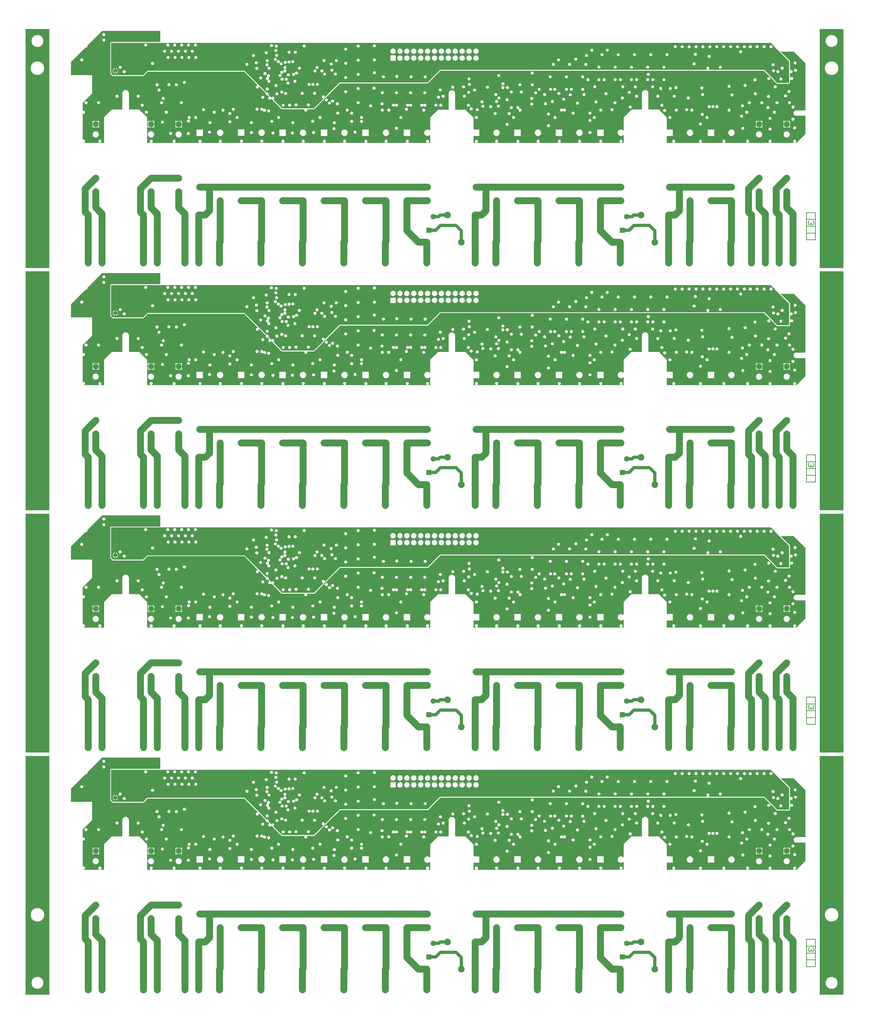
<source format=gbr>
*
%FSLAX26Y26*%
%MOIN*%
%ADD10C,0.011181*%
%ADD11C,0.101181*%
%ADD12C,0.046181*%
%ADD13R,0.076181X0.076181*%
%ADD14C,0.076181*%
%ADD15C,0.079921*%
%ADD16C,0.087791*%
%ADD17R,0.075981X0.075981*%
%ADD18C,0.096181*%
%ADD19C,0.061181*%
%ADD20C,0.031181*%
%ADD21C,0.005000*%
%ADD22C,0.070870*%
%ADD23C,0.024000*%
%ADD24C,0.061339*%
%ADD25C,0.100709*%
%ADD26C,0.140079*%
%ADD27C,0.029528*%
%ADD28C,0.031496*%
%IPPOS*%
%LNl3b*%
%LPD*%
G75*
G36*
X286909Y2815607D02*
Y2950465D01*
X290521Y2955866D01*
X292208Y2964370D01*
X290533Y2972823D01*
X287022Y2978103D01*
X286909Y2978322D01*
Y3002098D01*
X319181Y3034370D01*
X422792D01*
X424476Y3025870D01*
X429296Y3018666D01*
X436487Y3013856D01*
X444974Y3012179D01*
X445026D01*
X453513Y3013856D01*
X460704Y3018666D01*
X465524Y3025870D01*
X467205Y3034386D01*
X856542D01*
X856544Y2844409D01*
X857574Y2839232D01*
X860508Y2834837D01*
X890483Y2804874D01*
X894830Y2801960D01*
X894891Y2801938D01*
X899795Y2800963D01*
X1331455D01*
X1336359Y2801938D01*
X1336420Y2801960D01*
X1340767Y2804874D01*
X1399269Y2863354D01*
X2797131D01*
X2952347Y2708123D01*
X1953457D01*
X1951774Y2716620D01*
X1946965Y2723808D01*
X1939741Y2728645D01*
X1931256Y2730319D01*
X1922736Y2728634D01*
X1915535Y2723808D01*
X1910726Y2716620D01*
X1909043Y2708123D01*
X594409D01*
Y2813778D01*
X292743D01*
X292258Y2813294D01*
X287315Y2815338D01*
X286909Y2815607D01*
G37*
G36*
X319181Y3034370D02*
X498825Y3214015D01*
X505004Y3212801D01*
X513515Y3214486D01*
X520715Y3219311D01*
X525524Y3226500D01*
X527207Y3234997D01*
X526002Y3241073D01*
X526189Y3241394D01*
X604795Y3320000D01*
X741542D01*
X743233Y3311490D01*
X748046Y3304296D01*
X755216Y3299499D01*
X763750Y3297793D01*
X772284Y3299499D01*
X779454Y3304296D01*
X784267Y3311490D01*
X785958Y3320000D01*
X1580591D01*
Y3292879D01*
X869993Y3292816D01*
X864850Y3291793D01*
X860498Y3288876D01*
X857583Y3284530D01*
X856541Y3279290D01*
Y3155339D01*
X856504Y3155039D01*
X856348Y3154883D01*
X856541Y3154870D01*
X856542Y3034386D01*
X467205D01*
X465525Y3042865D01*
X460706Y3050072D01*
X453521Y3054879D01*
X453454Y3054903D01*
X445000Y3056574D01*
X436546Y3054903D01*
X436479Y3054879D01*
X429294Y3050072D01*
X424475Y3042865D01*
X422792Y3034370D01*
X319181D01*
G37*
G36*
X459409Y2250836D02*
X459587Y2251125D01*
X464848Y2255429D01*
X468749Y2254667D01*
X477216Y2256340D01*
X477270Y2256360D01*
X484458Y2261172D01*
X489275Y2268379D01*
X490956Y2276858D01*
X489274Y2285370D01*
X484454Y2292574D01*
X477258Y2297388D01*
X468738Y2299065D01*
X465175Y2298381D01*
X464887D01*
X464619Y2298488D01*
X459409Y2302766D01*
Y2414370D01*
X484042D01*
X485726Y2405870D01*
X490546Y2398666D01*
X497728Y2393861D01*
X506202Y2392185D01*
X506298D01*
X514772Y2393861D01*
X521954Y2398666D01*
X526774Y2405870D01*
X528458Y2414370D01*
X665292D01*
X666976Y2405870D01*
X671796Y2398666D01*
X678978Y2393861D01*
X687452Y2392185D01*
X687548D01*
X696022Y2393861D01*
X703204Y2398666D01*
X708024Y2405870D01*
X709708Y2414370D01*
X1034862D01*
X1034861Y2315580D01*
X878163Y2315518D01*
X767521Y2204875D01*
Y2131018D01*
X694059D01*
Y2151142D01*
X653831D01*
Y2131018D01*
X640649D01*
Y2151142D01*
X600431D01*
Y2131018D01*
X459411D01*
X459409Y2250836D01*
G37*
G36*
Y2414370D02*
Y2414431D01*
X459510Y2414715D01*
X552925Y2508134D01*
X933245D01*
X934936Y2499620D01*
X939746Y2492416D01*
X946940Y2487604D01*
X955468Y2485927D01*
X963960Y2487604D01*
X971154Y2492416D01*
X975974Y2499621D01*
X977665Y2508134D01*
X1034863D01*
X1034862Y2414370D01*
X709708D01*
X708023Y2422870D01*
X703200Y2430077D01*
X696021Y2434879D01*
X695935Y2434906D01*
X687500Y2436575D01*
X679065Y2434906D01*
X678979Y2434879D01*
X671800Y2430077D01*
X666977Y2422870D01*
X665292Y2414370D01*
X528458D01*
X526773Y2422870D01*
X521950Y2430077D01*
X514771Y2434879D01*
X514685Y2434906D01*
X506250Y2436575D01*
X497815Y2434906D01*
X497729Y2434879D01*
X490550Y2430077D01*
X485727Y2422870D01*
X484042Y2414370D01*
X459409D01*
G37*
G36*
X459411Y2131018D02*
X600431D01*
Y2110895D01*
X640649D01*
Y2131018D01*
X653831D01*
Y2110895D01*
X694059D01*
Y2131018D01*
X767521D01*
Y2077647D01*
X694059D01*
Y2097770D01*
X653831D01*
Y2077647D01*
X640649D01*
Y2097770D01*
X600431D01*
Y2077647D01*
X459412D01*
X459411Y2131018D01*
G37*
G36*
X459412Y2077647D02*
X600431D01*
Y2057523D01*
X640649D01*
Y2077647D01*
X653831D01*
Y2057523D01*
X694059D01*
Y2077647D01*
X767521D01*
Y1956690D01*
X692314D01*
X690775Y1968354D01*
X686279Y1979221D01*
X679124Y1988553D01*
X669754Y1995736D01*
X658923Y2000218D01*
X647240Y2001763D01*
X635567Y2000218D01*
X624736Y1995736D01*
X615366Y1988553D01*
X608211Y1979221D01*
X603705Y1968355D01*
X602176Y1956690D01*
X459413D01*
X459412Y2077647D01*
G37*
G36*
X459413Y1956690D02*
X602176D01*
X603705Y1945025D01*
X608216Y1934158D01*
X615367Y1924827D01*
X624728Y1917657D01*
X635567Y1913162D01*
X647390Y1911658D01*
X658922Y1913162D01*
X669802Y1917681D01*
X679123Y1924827D01*
X686274Y1934158D01*
X690775Y1945025D01*
X692314Y1956690D01*
X767521D01*
Y1832561D01*
X717663D01*
X716024Y1837952D01*
X715983Y1838424D01*
X721946Y1842410D01*
X726771Y1849617D01*
X728458Y1858120D01*
X726774Y1866620D01*
X721954Y1873824D01*
X714775Y1878626D01*
X706250Y1880328D01*
X697725Y1878626D01*
X690546Y1873824D01*
X685726Y1866620D01*
X684042Y1858120D01*
X685729Y1849617D01*
X690554Y1842410D01*
X696517Y1838424D01*
X696476Y1837952D01*
X694837Y1832561D01*
X474642D01*
X474090Y1838183D01*
X474335Y1838652D01*
X478513Y1839485D01*
X485704Y1844296D01*
X490524Y1851500D01*
X492208Y1860000D01*
X490522Y1868501D01*
X485698Y1875709D01*
X478521Y1880510D01*
X478430Y1880537D01*
X470000Y1882206D01*
X464931Y1881209D01*
X464635Y1881355D01*
X459414Y1885491D01*
X459413Y1956690D01*
G37*
G36*
X552925Y2508134D02*
X594409Y2549621D01*
Y2598370D01*
X1540792D01*
X1542476Y2589870D01*
X1547296Y2582666D01*
X1554476Y2577862D01*
X1563000Y2576162D01*
X1571524Y2577862D01*
X1578704Y2582666D01*
X1583524Y2589870D01*
X1585208Y2598370D01*
X3062115D01*
X3107703Y2552782D01*
X3107850Y2552117D01*
X3107126Y2551048D01*
X3105445Y2542534D01*
X3107125Y2534055D01*
X3111944Y2526848D01*
X3119129Y2522041D01*
X3119195Y2522018D01*
X3127650Y2520346D01*
X3136104Y2522017D01*
X3136169Y2522040D01*
X3136985Y2522593D01*
G02X3137930Y2522555I443J-735D01*
G01X3154873Y2505610D01*
X3154012Y2498961D01*
X3153827Y2498689D01*
X3149413Y2495705D01*
X3147302Y2492550D01*
X3087358D01*
X3085666Y2501062D01*
X3080854Y2508254D01*
X3073667Y2513052D01*
X3065198Y2514748D01*
X3056633Y2513052D01*
X3049445Y2508254D01*
X3049365Y2508134D01*
X1284705D01*
X1283025Y2516613D01*
X1278207Y2523820D01*
X1271021Y2528629D01*
X1270960Y2528651D01*
X1262500Y2530324D01*
X1254040Y2528651D01*
X1253979Y2528629D01*
X1246793Y2523820D01*
X1241975Y2516613D01*
X1240295Y2508134D01*
X1121037D01*
X1121037Y2553132D01*
X1119565Y2564306D01*
X1115253Y2574707D01*
X1108431Y2583603D01*
X1099466Y2590475D01*
X1089064Y2594770D01*
X1078040Y2596212D01*
X1066846Y2594770D01*
X1056435Y2590475D01*
X1047479Y2583603D01*
X1040647Y2574707D01*
X1036335Y2564306D01*
X1034863Y2553132D01*
X1034863Y2508134D01*
X977665D01*
X975975Y2516613D01*
X971157Y2523820D01*
X963971Y2528629D01*
X963910Y2528651D01*
X955450Y2530324D01*
X946990Y2528651D01*
X946929Y2528629D01*
X939743Y2523820D01*
X934935Y2516613D01*
X933245Y2508134D01*
X552925D01*
G37*
G36*
X594409Y2598370D02*
Y2674370D01*
X1512792D01*
X1514478Y2665868D01*
X1519304Y2658660D01*
X1526455Y2653876D01*
X1535000Y2652164D01*
X1543545Y2653876D01*
X1550696Y2658660D01*
X1555522Y2665868D01*
X1557208Y2674370D01*
X1684540D01*
X1685736Y2668356D01*
X1690546Y2661166D01*
X1697723Y2656365D01*
X1706250Y2654663D01*
X1714777Y2656365D01*
X1721954Y2661166D01*
X1726774Y2668370D01*
X1727963Y2674370D01*
X1792792D01*
X1794478Y2665868D01*
X1799304Y2658660D01*
X1806455Y2653876D01*
X1815000Y2652164D01*
X1823545Y2653876D01*
X1830696Y2658660D01*
X1835522Y2665868D01*
X1837208Y2674370D01*
X2986097D01*
X2993291Y2667175D01*
X2990581Y2662128D01*
X2990274Y2661905D01*
X2989990D01*
X2985652Y2662755D01*
X2977111Y2661038D01*
X2969945Y2656254D01*
X2965126Y2649047D01*
X2963442Y2640550D01*
X2965126Y2632050D01*
X2969946Y2624846D01*
X2977134Y2620037D01*
X2985616Y2618361D01*
X2985684D01*
X2994166Y2620037D01*
X3001354Y2624846D01*
X3006174Y2632050D01*
X3007850Y2640508D01*
X3006932Y2645240D01*
X3007352Y2645548D01*
X3011753Y2647911D01*
G02X3012635Y2647849I402J-593D01*
G01X3062115Y2598370D01*
X1585208D01*
X1583522Y2606872D01*
X1578697Y2614079D01*
X1571521Y2618880D01*
X1571430Y2618907D01*
X1563000Y2620576D01*
X1554570Y2618907D01*
X1554479Y2618880D01*
X1547303Y2614079D01*
X1542478Y2606872D01*
X1540792Y2598370D01*
X594409D01*
G37*
G36*
Y2674370D02*
Y2708123D01*
X1909043D01*
X1910726Y2699620D01*
X1915546Y2692416D01*
X1922773Y2687592D01*
X1931250Y2685921D01*
X1939727Y2687592D01*
X1946954Y2692416D01*
X1951774Y2699620D01*
X1953457Y2708123D01*
X2952347D01*
X2986097Y2674370D01*
X1837208D01*
X1835524Y2682870D01*
X1830704Y2690074D01*
X1823525Y2694877D01*
X1815000Y2696578D01*
X1806475Y2694877D01*
X1799296Y2690074D01*
X1794476Y2682870D01*
X1793287Y2676870D01*
X1728458D01*
X1726771Y2685374D01*
X1721944Y2692581D01*
X1714792Y2697365D01*
X1706250Y2699076D01*
X1697708Y2697365D01*
X1690556Y2692581D01*
X1685729Y2685374D01*
X1684042Y2676870D01*
X1556713D01*
X1555524Y2682870D01*
X1550704Y2690074D01*
X1543525Y2694877D01*
X1535000Y2696578D01*
X1526475Y2694877D01*
X1519296Y2690074D01*
X1514476Y2682870D01*
X1512792Y2674370D01*
X594409D01*
G37*
G36*
X604795Y3320000D02*
X686045Y3401250D01*
X741542D01*
X743226Y3392750D01*
X748046Y3385546D01*
X755231Y3380739D01*
X763710Y3379063D01*
X763790D01*
X772269Y3380739D01*
X779454Y3385546D01*
X784274Y3392750D01*
X785958Y3401250D01*
X1580591D01*
Y3320000D01*
X785958D01*
X784268Y3328509D01*
X779437Y3335716D01*
X772285Y3340500D01*
X763750Y3342207D01*
X755215Y3340500D01*
X748063Y3335716D01*
X743232Y3328509D01*
X741542Y3320000D01*
X604795D01*
G37*
G36*
X686045Y3401250D02*
X739716Y3454921D01*
X1580591D01*
Y3401250D01*
X785958D01*
X784274Y3409748D01*
X779453Y3416955D01*
X772271Y3421759D01*
X772192Y3421785D01*
X763750Y3423455D01*
X755308Y3421785D01*
X755229Y3421759D01*
X748047Y3416955D01*
X743226Y3409748D01*
X741542Y3401250D01*
X686045D01*
G37*
G36*
X1121037Y2508134D02*
X1240295D01*
X1241976Y2499620D01*
X1246796Y2492416D01*
X1253990Y2487604D01*
X1262518Y2485927D01*
X1271010Y2487604D01*
X1278204Y2492416D01*
X1283024Y2499620D01*
X1284705Y2508134D01*
X3049365D01*
X3044634Y2501062D01*
X3042942Y2492550D01*
X1638993D01*
X1632521Y2496879D01*
X1624271Y2498524D01*
X1623729D01*
X1615479Y2496879D01*
X1608296Y2492074D01*
X1603476Y2484870D01*
X1601792Y2476370D01*
X1121038D01*
X1121037Y2508134D01*
G37*
G36*
X1121038Y2476370D02*
X1601792D01*
X1603477Y2467870D01*
X1608300Y2460663D01*
X1615479Y2455861D01*
X1615565Y2455834D01*
X1624000Y2454165D01*
X1632435Y2455834D01*
X1632521Y2455861D01*
X1639700Y2460663D01*
X1644523Y2467870D01*
X1646208Y2476370D01*
X3050157D01*
X3056612Y2472052D01*
X3065150Y2470343D01*
X3073688Y2472052D01*
X3080840Y2476836D01*
X3085669Y2484043D01*
X3087358Y2492550D01*
X3147302D01*
X3144632Y2488558D01*
X3142942Y2480050D01*
X3144633Y2471540D01*
X3149446Y2464346D01*
X3156617Y2459549D01*
X3165150Y2457843D01*
X3173683Y2459549D01*
X3180855Y2464346D01*
X3183665Y2468541D01*
X3190385D01*
X3193195Y2464346D01*
X3200367Y2459548D01*
X3208603Y2457876D01*
X3209105Y2455411D01*
X3209301Y2453443D01*
X3209616Y2452845D01*
X3209740Y2452197D01*
X3211760Y2448826D01*
X3212294Y2448383D01*
X3212686Y2447800D01*
X3246113Y2414370D01*
X1909708D01*
X1908023Y2422870D01*
X1903200Y2430077D01*
X1896021Y2434879D01*
X1895935Y2434906D01*
X1887500Y2436575D01*
X1879065Y2434906D01*
X1878979Y2434879D01*
X1871800Y2430077D01*
X1866977Y2422870D01*
X1865292Y2414370D01*
X1622208D01*
X1620523Y2422870D01*
X1615700Y2430077D01*
X1608521Y2434879D01*
X1608435Y2434906D01*
X1600000Y2436575D01*
X1591565Y2434906D01*
X1591479Y2434879D01*
X1584300Y2430077D01*
X1579477Y2422870D01*
X1577792Y2414370D01*
X1121038D01*
X1121038Y2476370D01*
G37*
G36*
X1121038Y2414370D02*
X1577792D01*
X1579476Y2405870D01*
X1584296Y2398666D01*
X1591478Y2393861D01*
X1599952Y2392185D01*
X1600048D01*
X1608522Y2393861D01*
X1615704Y2398666D01*
X1620524Y2405870D01*
X1622208Y2414370D01*
X1865292D01*
X1866976Y2405870D01*
X1871796Y2398666D01*
X1878978Y2393861D01*
X1887452Y2392185D01*
X1887548D01*
X1896022Y2393861D01*
X1903204Y2398666D01*
X1908024Y2405870D01*
X1909708Y2414370D01*
X3246113D01*
X3282105Y2378375D01*
X1342457D01*
X1340777Y2386854D01*
X1335963Y2394061D01*
X1328735Y2398897D01*
X1320250Y2400571D01*
X1311733Y2398882D01*
X1304537Y2394061D01*
X1299723Y2386854D01*
X1298043Y2378375D01*
X1121039D01*
X1121038Y2414370D01*
G37*
G36*
X1121039Y2378375D02*
X1298043D01*
X1299726Y2369870D01*
X1304546Y2362666D01*
X1311759Y2357845D01*
X1320250Y2356172D01*
X1328741Y2357845D01*
X1335954Y2362666D01*
X1340774Y2369870D01*
X1342457Y2378375D01*
X3282105D01*
X3335572Y2324903D01*
X3339992Y2321952D01*
X3345116Y2320929D01*
X3663554Y2320867D01*
X3666636Y2315607D01*
X3666725Y2315338D01*
X3665299Y2308085D01*
X3666986Y2299606D01*
X3669652Y2295620D01*
X3172208D01*
X3170522Y2304121D01*
X3165698Y2311329D01*
X3158521Y2316130D01*
X3158432Y2316157D01*
X3150000Y2317826D01*
X3141569Y2316157D01*
X3141479Y2316130D01*
X3134302Y2311329D01*
X3130481Y2305620D01*
X3112208D01*
X3110524Y2314120D01*
X3105704Y2321324D01*
X3098524Y2326127D01*
X3090000Y2327828D01*
X3081476Y2326127D01*
X3077306Y2323334D01*
X3071160Y2325886D01*
X3070518Y2329128D01*
X3065689Y2336335D01*
X3058537Y2341119D01*
X3050000Y2342827D01*
X3041463Y2341119D01*
X3034311Y2336335D01*
X3029482Y2329128D01*
X3027805Y2320620D01*
X3003458D01*
X3001768Y2329127D01*
X2996939Y2336335D01*
X2989787Y2341119D01*
X2981250Y2342827D01*
X2972713Y2341119D01*
X2965561Y2336335D01*
X2960732Y2329128D01*
X2959055Y2320620D01*
X2659708D01*
X2658018Y2329127D01*
X2653189Y2336335D01*
X2646037Y2341119D01*
X2637500Y2342827D01*
X2628963Y2341119D01*
X2621811Y2336335D01*
X2616982Y2329128D01*
X2615299Y2320588D01*
X2506116D01*
X2504693Y2322712D01*
X2497541Y2327496D01*
X2489000Y2329206D01*
X2480459Y2327496D01*
X2473307Y2322712D01*
X2468480Y2315505D01*
X2468254Y2314367D01*
X2228457D01*
X2226774Y2322870D01*
X2221954Y2330074D01*
X2214729Y2334898D01*
X2206250Y2336569D01*
X2197771Y2334898D01*
X2190546Y2330074D01*
X2185722Y2322845D01*
X2184043Y2314367D01*
X1278888D01*
X1277737Y2315518D01*
X1121039Y2315580D01*
X1121039Y2378375D01*
G37*
G36*
X1278888Y2314367D02*
X2184043D01*
X2185726Y2305870D01*
X2190546Y2298666D01*
X2197760Y2293845D01*
X2206246Y2292171D01*
X2214764Y2293856D01*
X2221965Y2298681D01*
X2226774Y2305870D01*
X2226998Y2307000D01*
X2466792D01*
X2468486Y2298486D01*
X2473296Y2291296D01*
X2480472Y2286495D01*
X2489000Y2284793D01*
X2497528Y2286495D01*
X2504704Y2291296D01*
X2509514Y2298486D01*
X2511208Y2307000D01*
X2620401D01*
X2621795Y2304916D01*
X2628968Y2300118D01*
X2637500Y2298413D01*
X2646032Y2300118D01*
X2653205Y2304916D01*
X2658016Y2312109D01*
X2659702Y2320588D01*
X2959049D01*
X2960734Y2312109D01*
X2965545Y2304916D01*
X2972718Y2300118D01*
X2981250Y2298413D01*
X2989782Y2300118D01*
X2996955Y2304916D01*
X3001766Y2312109D01*
X3003452Y2320588D01*
X3027799D01*
X3029484Y2312109D01*
X3034295Y2304916D01*
X3041468Y2300118D01*
X3050000Y2298413D01*
X3058532Y2300118D01*
X3062368Y2302687D01*
G02X3063169Y2302710I422J-734D01*
G01X3068839Y2300360D01*
X3069478Y2297118D01*
X3074303Y2289911D01*
X3081455Y2285127D01*
X3090000Y2283414D01*
X3098545Y2285127D01*
X3105697Y2289911D01*
X3109519Y2295620D01*
X3127792D01*
X3129476Y2287120D01*
X3134296Y2279916D01*
X3141477Y2275112D01*
X3150000Y2273412D01*
X3158523Y2275112D01*
X3165704Y2279916D01*
X3170524Y2287120D01*
X3172208Y2295620D01*
X3669652D01*
X3671796Y2292416D01*
X3678972Y2287615D01*
X3687500Y2285913D01*
X3696028Y2287615D01*
X3703204Y2292416D01*
X3708014Y2299606D01*
X3709701Y2308085D01*
X3709694Y2308120D01*
X4265292D01*
X4266986Y2299606D01*
X4271796Y2292416D01*
X4278972Y2287615D01*
X4287500Y2285913D01*
X4296028Y2287615D01*
X4303204Y2292416D01*
X4308014Y2299606D01*
X4309708Y2308120D01*
X4771542D01*
X4773236Y2299606D01*
X4778046Y2292416D01*
X4785222Y2287615D01*
X4793750Y2285913D01*
X4802278Y2287615D01*
X4809454Y2292416D01*
X4814264Y2299606D01*
X4815958Y2308120D01*
X4866172D01*
X4867876Y2299606D01*
X4872676Y2292416D01*
X4879862Y2287615D01*
X4888390Y2285913D01*
X4896918Y2287615D01*
X4904094Y2292416D01*
X4908894Y2299606D01*
X4910598Y2308120D01*
X5125902D01*
X5128045Y2304916D01*
X5135218Y2300118D01*
X5143750Y2298413D01*
X5152282Y2300118D01*
X5159455Y2304916D01*
X5161598Y2308120D01*
X5371542D01*
X5373236Y2299606D01*
X5378046Y2292416D01*
X5385222Y2287615D01*
X5393750Y2285913D01*
X5402278Y2287615D01*
X5409454Y2292416D01*
X5414264Y2299606D01*
X5415958Y2308120D01*
X5593906D01*
X5550140Y2264355D01*
X4372205D01*
X4370524Y2272869D01*
X4365704Y2280074D01*
X4358512Y2284885D01*
X4350239Y2286531D01*
X4349761D01*
X4341488Y2284885D01*
X4334296Y2280074D01*
X4329476Y2272869D01*
X4327795Y2264355D01*
X4172205D01*
X4170524Y2272869D01*
X4165704Y2280074D01*
X4158512Y2284885D01*
X4150239Y2286531D01*
X4149761D01*
X4141488Y2284885D01*
X4134296Y2280074D01*
X4129476Y2272869D01*
X4127795Y2264355D01*
X2608472D01*
X2608025Y2266612D01*
X2603208Y2273819D01*
X2596021Y2278629D01*
X2595963Y2278651D01*
X2587500Y2280323D01*
X2579038Y2278651D01*
X2578979Y2278629D01*
X2576332Y2276858D01*
X2384706D01*
X2383024Y2285370D01*
X2378204Y2292574D01*
X2371008Y2297388D01*
X2362490Y2299065D01*
X2353992Y2297388D01*
X2346796Y2292574D01*
X2341976Y2285370D01*
X2340294Y2276858D01*
X1690956D01*
X1689274Y2285370D01*
X1684454Y2292574D01*
X1677258Y2297388D01*
X1668740Y2299065D01*
X1660242Y2297388D01*
X1653046Y2292574D01*
X1648226Y2285370D01*
X1646544Y2276858D01*
X1403456D01*
X1401774Y2285370D01*
X1396954Y2292574D01*
X1389758Y2297388D01*
X1381240Y2299065D01*
X1372742Y2297388D01*
X1365546Y2292574D01*
X1360726Y2285370D01*
X1359044Y2276858D01*
X1316397D01*
X1278888Y2314367D01*
G37*
G36*
X1316397Y2276858D02*
X1359044D01*
X1360725Y2268379D01*
X1365542Y2261172D01*
X1372730Y2256360D01*
X1372784Y2256340D01*
X1381250Y2254667D01*
X1389716Y2256340D01*
X1389770Y2256360D01*
X1396958Y2261172D01*
X1401775Y2268379D01*
X1403456Y2276858D01*
X1646544D01*
X1648225Y2268379D01*
X1653042Y2261172D01*
X1660230Y2256360D01*
X1660284Y2256340D01*
X1668750Y2254667D01*
X1677216Y2256340D01*
X1677270Y2256360D01*
X1684458Y2261172D01*
X1689275Y2268379D01*
X1690956Y2276858D01*
X2340294D01*
X2341975Y2268379D01*
X2346792Y2261172D01*
X2353980Y2256360D01*
X2354034Y2256340D01*
X2362500Y2254667D01*
X2370966Y2256340D01*
X2371020Y2256360D01*
X2373669Y2258133D01*
X2565295D01*
X2566976Y2249620D01*
X2571796Y2242416D01*
X2578991Y2237603D01*
X2587515Y2235926D01*
X2596009Y2237603D01*
X2603204Y2242416D01*
X2608024Y2249620D01*
X2609705Y2258133D01*
X4129028D01*
X4129475Y2255876D01*
X4134294Y2248669D01*
X4141479Y2243861D01*
X4141544Y2243838D01*
X4150000Y2242166D01*
X4158456Y2243838D01*
X4158521Y2243861D01*
X4165706Y2248669D01*
X4170525Y2255876D01*
X4172205Y2264355D01*
X4327795D01*
X4329475Y2255876D01*
X4334294Y2248669D01*
X4341479Y2243861D01*
X4341544Y2243838D01*
X4350000Y2242166D01*
X4358456Y2243838D01*
X4358521Y2243861D01*
X4365706Y2248669D01*
X4370525Y2255876D01*
X4372205Y2264355D01*
X5550140D01*
X5488861Y2203075D01*
X5488860Y2201870D01*
X5084708D01*
X5083017Y2210379D01*
X5078187Y2217586D01*
X5071035Y2222370D01*
X5062500Y2224077D01*
X5053965Y2222370D01*
X5046813Y2217586D01*
X5041983Y2210379D01*
X5040292Y2201870D01*
X4515958D01*
X4514267Y2210379D01*
X4509437Y2217586D01*
X4502285Y2222370D01*
X4493750Y2224077D01*
X4485215Y2222370D01*
X4478063Y2217586D01*
X4473233Y2210379D01*
X4471542Y2201870D01*
X3915958D01*
X3914267Y2210379D01*
X3909437Y2217586D01*
X3902285Y2222370D01*
X3893750Y2224077D01*
X3885215Y2222370D01*
X3878063Y2217586D01*
X3873233Y2210379D01*
X3871542Y2201870D01*
X3315958D01*
X3314267Y2210379D01*
X3309437Y2217586D01*
X3302285Y2222370D01*
X3293750Y2224077D01*
X3285215Y2222370D01*
X3278063Y2217586D01*
X3273233Y2210379D01*
X3271542Y2201870D01*
X2715958D01*
X2714267Y2210379D01*
X2709437Y2217586D01*
X2702285Y2222370D01*
X2693750Y2224077D01*
X2685215Y2222370D01*
X2678063Y2217586D01*
X2673233Y2210379D01*
X2671542Y2201870D01*
X2115958D01*
X2114267Y2210379D01*
X2109437Y2217586D01*
X2102285Y2222370D01*
X2093750Y2224077D01*
X2085215Y2222370D01*
X2078063Y2217586D01*
X2073233Y2210379D01*
X2071542Y2201870D01*
X2022208D01*
X2020517Y2210379D01*
X2015687Y2217586D01*
X2008535Y2222370D01*
X2000000Y2224077D01*
X1991465Y2222370D01*
X1984313Y2217586D01*
X1979483Y2210379D01*
X1977792Y2201870D01*
X1391385D01*
X1316397Y2276858D01*
G37*
G36*
X1391385Y2201870D02*
X1977792D01*
X1979483Y2193360D01*
X1984296Y2186166D01*
X1991466Y2181369D01*
X2000000Y2179663D01*
X2008534Y2181369D01*
X2015704Y2186166D01*
X2020517Y2193360D01*
X2022208Y2201870D01*
X2071542D01*
X2073233Y2193360D01*
X2078046Y2186166D01*
X2085216Y2181369D01*
X2093750Y2179663D01*
X2102284Y2181369D01*
X2109454Y2186166D01*
X2114267Y2193360D01*
X2115958Y2201870D01*
X2671542D01*
X2673233Y2193360D01*
X2678046Y2186166D01*
X2685216Y2181369D01*
X2693750Y2179663D01*
X2702284Y2181369D01*
X2709454Y2186166D01*
X2714267Y2193360D01*
X2715958Y2201870D01*
X3271542D01*
X3273233Y2193360D01*
X3278046Y2186166D01*
X3285216Y2181369D01*
X3293750Y2179663D01*
X3302284Y2181369D01*
X3309454Y2186166D01*
X3314267Y2193360D01*
X3315958Y2201870D01*
X3871542D01*
X3873233Y2193360D01*
X3878046Y2186166D01*
X3885216Y2181369D01*
X3893750Y2179663D01*
X3902284Y2181369D01*
X3909454Y2186166D01*
X3914267Y2193360D01*
X3915958Y2201870D01*
X4471542D01*
X4473233Y2193360D01*
X4478046Y2186166D01*
X4485216Y2181369D01*
X4493750Y2179663D01*
X4502284Y2181369D01*
X4509454Y2186166D01*
X4514267Y2193360D01*
X4515958Y2201870D01*
X5040292D01*
X5041983Y2193360D01*
X5046796Y2186166D01*
X5053966Y2181369D01*
X5062500Y2179663D01*
X5071034Y2181369D01*
X5078204Y2186166D01*
X5083017Y2193360D01*
X5084708Y2201870D01*
X5488860D01*
X5488857Y2145606D01*
X4515955D01*
X4514274Y2154120D01*
X4509454Y2161324D01*
X4502260Y2166137D01*
X4493983Y2167782D01*
X4493517D01*
X4485240Y2166137D01*
X4478046Y2161324D01*
X4473226Y2154120D01*
X4471545Y2145606D01*
X4372205D01*
X4370524Y2154120D01*
X4365704Y2161324D01*
X4358510Y2166137D01*
X4350233Y2167782D01*
X4349767D01*
X4341490Y2166137D01*
X4334296Y2161324D01*
X4329476Y2154120D01*
X4327795Y2145606D01*
X4108930D01*
X4108521Y2145879D01*
X4108446Y2145904D01*
X4100000Y2147575D01*
X4091554Y2145904D01*
X4091479Y2145879D01*
X4091070Y2145606D01*
X3809705D01*
X3808024Y2154120D01*
X3803204Y2161324D01*
X3796010Y2166137D01*
X3787733Y2167782D01*
X3787267D01*
X3778990Y2166137D01*
X3771796Y2161324D01*
X3766976Y2154120D01*
X3765295Y2145606D01*
X3511170D01*
X3508520Y2147380D01*
X3508468Y2147400D01*
X3500000Y2149073D01*
X3491532Y2147400D01*
X3491480Y2147380D01*
X3488830Y2145606D01*
X3215955D01*
X3214274Y2154120D01*
X3209454Y2161324D01*
X3202260Y2166137D01*
X3193983Y2167782D01*
X3193517D01*
X3185240Y2166137D01*
X3178046Y2161324D01*
X3173226Y2154120D01*
X3171545Y2145606D01*
X2911170D01*
X2908520Y2147380D01*
X2908468Y2147400D01*
X2900000Y2149073D01*
X2891532Y2147400D01*
X2891480Y2147380D01*
X2884291Y2142567D01*
X2882164Y2139385D01*
X2609705D01*
X2608025Y2147863D01*
X2603207Y2155070D01*
X2596021Y2159879D01*
X2595959Y2159902D01*
X2587500Y2161574D01*
X2579041Y2159902D01*
X2578979Y2159879D01*
X2571793Y2155070D01*
X2568404Y2150000D01*
X2012208D01*
X2010523Y2158500D01*
X2005700Y2165707D01*
X1998521Y2170509D01*
X1998436Y2170536D01*
X1990000Y2172205D01*
X1981564Y2170536D01*
X1981479Y2170509D01*
X1974300Y2165707D01*
X1969477Y2158500D01*
X1967792Y2150000D01*
X1894059D01*
Y2151142D01*
X1853831D01*
Y2131018D01*
X1840649D01*
Y2151142D01*
X1800431D01*
Y2133120D01*
X1634708D01*
X1633024Y2141620D01*
X1628204Y2148824D01*
X1621015Y2153633D01*
X1612749Y2155279D01*
X1612251D01*
X1603985Y2153633D01*
X1596796Y2148824D01*
X1591976Y2141620D01*
X1590295Y2133103D01*
X1494059D01*
Y2151142D01*
X1453831D01*
Y2131018D01*
X1440649D01*
Y2151142D01*
X1400431D01*
Y2131018D01*
X1392319D01*
Y2200935D01*
X1391385Y2201870D01*
G37*
G36*
X1392319Y1832561D02*
Y1956690D01*
X1402176D01*
X1403705Y1945025D01*
X1408216Y1934158D01*
X1415367Y1924827D01*
X1424728Y1917657D01*
X1435567Y1913162D01*
X1447390Y1911658D01*
X1458922Y1913162D01*
X1469801Y1917681D01*
X1479113Y1924827D01*
X1486274Y1934158D01*
X1490775Y1945025D01*
X1492314Y1956690D01*
X1714359D01*
X1715546Y1954916D01*
X1722769Y1950093D01*
X1731250Y1948421D01*
X1739731Y1950093D01*
X1746954Y1954916D01*
X1748141Y1956690D01*
X1802176D01*
X1803705Y1945025D01*
X1808216Y1934158D01*
X1815367Y1924827D01*
X1824728Y1917657D01*
X1835558Y1913162D01*
X1847389Y1911658D01*
X1858922Y1913162D01*
X1869802Y1917681D01*
X1879123Y1924827D01*
X1886274Y1934158D01*
X1890775Y1945025D01*
X1892314Y1956690D01*
X1970609D01*
X1971796Y1954916D01*
X1979019Y1950093D01*
X1987500Y1948421D01*
X1995981Y1950093D01*
X2003204Y1954916D01*
X2008024Y1962120D01*
X2009707Y1970623D01*
X2105711D01*
Y1933674D01*
X2199019D01*
Y1980327D01*
X2273590D01*
X2278051Y1973662D01*
X2285229Y1968861D01*
X2285318Y1968833D01*
X2293750Y1967164D01*
X2302182Y1968833D01*
X2302271Y1968861D01*
X2309449Y1973662D01*
X2313910Y1980327D01*
X2400588D01*
X2402185Y1968134D01*
X2406880Y1956801D01*
X2414371Y1947034D01*
X2424133Y1939555D01*
X2435440Y1934871D01*
X2447640Y1933258D01*
X2459830Y1934871D01*
X2471181Y1939580D01*
X2480899Y1947034D01*
X2488400Y1956801D01*
X2493095Y1968134D01*
X2494692Y1980327D01*
X2705711D01*
Y1935415D01*
X2799019D01*
Y1982069D01*
X2878003D01*
X2879476Y1974620D01*
X2884295Y1967416D01*
X2891504Y1962596D01*
X2900000Y1960922D01*
X2908496Y1962596D01*
X2915705Y1967416D01*
X2920524Y1974620D01*
X2921998Y1982069D01*
X3000588D01*
X3002185Y1969907D01*
X3006897Y1958543D01*
X3014341Y1948837D01*
X3024098Y1941343D01*
X3035395Y1936664D01*
X3035584Y1936619D01*
X3047722Y1935047D01*
X3059911Y1936675D01*
X3071172Y1941343D01*
X3080929Y1948837D01*
X3088373Y1958543D01*
X3093095Y1969907D01*
X3094009Y1976870D01*
X3190292D01*
X3191979Y1968366D01*
X3196806Y1961159D01*
X3203958Y1956375D01*
X3212500Y1954664D01*
X3221042Y1956375D01*
X3228194Y1961159D01*
X3233021Y1968366D01*
X3234708Y1976870D01*
X3305711D01*
Y1933674D01*
X3399019D01*
Y1976870D01*
X3471542D01*
X3473229Y1968366D01*
X3478056Y1961159D01*
X3485208Y1956375D01*
X3493750Y1954664D01*
X3502292Y1956375D01*
X3509444Y1961159D01*
X3514271Y1968366D01*
X3515958Y1976870D01*
X3601041D01*
X3602185Y1968134D01*
X3606880Y1956801D01*
X3614371Y1947034D01*
X3624133Y1939556D01*
X3635450Y1934871D01*
X3647640Y1933258D01*
X3659830Y1934871D01*
X3671181Y1939580D01*
X3680899Y1947034D01*
X3688400Y1956801D01*
X3693095Y1968134D01*
X3694692Y1980327D01*
X3778347D01*
X3779476Y1974620D01*
X3784295Y1967416D01*
X3791504Y1962596D01*
X3800000Y1960922D01*
X3808496Y1962596D01*
X3815705Y1967416D01*
X3820524Y1974620D01*
X3821653Y1980327D01*
X3905711D01*
Y1933674D01*
X3999019D01*
Y1980327D01*
X4200588D01*
X4202185Y1968134D01*
X4206880Y1956801D01*
X4214371Y1947034D01*
X4224133Y1939555D01*
X4235440Y1934871D01*
X4247640Y1933258D01*
X4259830Y1934871D01*
X4271181Y1939580D01*
X4280899Y1947034D01*
X4288390Y1956801D01*
X4293095Y1968134D01*
X4294692Y1980327D01*
X4379840D01*
X4384301Y1973662D01*
X4391479Y1968861D01*
X4391568Y1968833D01*
X4400000Y1967164D01*
X4408432Y1968833D01*
X4408521Y1968861D01*
X4415699Y1973662D01*
X4420160Y1980327D01*
X4505711D01*
Y1933674D01*
X4599019D01*
Y1980327D01*
X4800588D01*
X4802185Y1968134D01*
X4806880Y1956801D01*
X4814371Y1947034D01*
X4824133Y1939555D01*
X4835440Y1934871D01*
X4847640Y1933258D01*
X4859830Y1934871D01*
X4871181Y1939580D01*
X4880899Y1947034D01*
X4888400Y1956801D01*
X4893095Y1968134D01*
X4894692Y1980327D01*
X5105711D01*
Y1933674D01*
X5199019D01*
Y1980327D01*
X5400588D01*
Y1980327D01*
X5402185Y1968134D01*
X5406880Y1956801D01*
X5414371Y1947034D01*
X5424133Y1939556D01*
X5435450Y1934871D01*
X5447640Y1933258D01*
X5459830Y1934871D01*
X5471181Y1939580D01*
X5480900Y1947034D01*
X5483332Y1950183D01*
X5488460Y1948449D01*
X5488861Y1948157D01*
Y1832561D01*
X5461413D01*
X5459774Y1837952D01*
X5459733Y1838424D01*
X5465696Y1842410D01*
X5470521Y1849617D01*
X5472208Y1858120D01*
X5470524Y1866620D01*
X5465704Y1873824D01*
X5458525Y1878626D01*
X5450000Y1880328D01*
X5441475Y1878626D01*
X5434296Y1873824D01*
X5429476Y1866620D01*
X5427792Y1858120D01*
X5429479Y1849617D01*
X5434304Y1842410D01*
X5440267Y1838424D01*
X5440226Y1837952D01*
X5438587Y1832561D01*
X5167663D01*
X5166024Y1837952D01*
X5165983Y1838424D01*
X5171946Y1842410D01*
X5176771Y1849617D01*
X5178458Y1858120D01*
X5176774Y1866620D01*
X5171954Y1873824D01*
X5164775Y1878626D01*
X5156250Y1880328D01*
X5147725Y1878626D01*
X5140546Y1873824D01*
X5135726Y1866620D01*
X5134042Y1858120D01*
X5135729Y1849617D01*
X5140554Y1842410D01*
X5146517Y1838424D01*
X5146476Y1837952D01*
X5144837Y1832561D01*
X4861413D01*
X4859774Y1837952D01*
X4859733Y1838424D01*
X4865696Y1842410D01*
X4870521Y1849617D01*
X4872208Y1858120D01*
X4870524Y1866620D01*
X4865704Y1873824D01*
X4858525Y1878626D01*
X4850000Y1880328D01*
X4841475Y1878626D01*
X4834296Y1873824D01*
X4829476Y1866620D01*
X4827792Y1858120D01*
X4829479Y1849617D01*
X4834304Y1842410D01*
X4840267Y1838424D01*
X4840226Y1837952D01*
X4838587Y1832561D01*
X4567663D01*
X4566024Y1837952D01*
X4565983Y1838424D01*
X4571946Y1842410D01*
X4576771Y1849617D01*
X4578458Y1858120D01*
X4576774Y1866620D01*
X4571954Y1873824D01*
X4564775Y1878626D01*
X4556250Y1880328D01*
X4547725Y1878626D01*
X4540546Y1873824D01*
X4535726Y1866620D01*
X4534042Y1858120D01*
X4535729Y1849617D01*
X4540554Y1842410D01*
X4546517Y1838424D01*
X4546476Y1837952D01*
X4544837Y1832561D01*
X4261413D01*
X4259774Y1837952D01*
X4259733Y1838424D01*
X4265696Y1842410D01*
X4270521Y1849617D01*
X4272208Y1858120D01*
X4270524Y1866620D01*
X4265704Y1873824D01*
X4258525Y1878626D01*
X4250000Y1880328D01*
X4241475Y1878626D01*
X4234296Y1873824D01*
X4229476Y1866620D01*
X4227792Y1858120D01*
X4229479Y1849617D01*
X4234304Y1842410D01*
X4240267Y1838424D01*
X4240226Y1837952D01*
X4238587Y1832561D01*
X3967663D01*
X3966024Y1837952D01*
X3965983Y1838424D01*
X3971946Y1842410D01*
X3976771Y1849617D01*
X3978458Y1858120D01*
X3976774Y1866620D01*
X3971954Y1873824D01*
X3964775Y1878626D01*
X3956250Y1880328D01*
X3947725Y1878626D01*
X3940546Y1873824D01*
X3935726Y1866620D01*
X3934042Y1858120D01*
X3935729Y1849617D01*
X3940554Y1842410D01*
X3946517Y1838424D01*
X3946476Y1837952D01*
X3944837Y1832561D01*
X3661413D01*
X3659774Y1837952D01*
X3659733Y1838424D01*
X3665696Y1842410D01*
X3670521Y1849617D01*
X3672208Y1858120D01*
X3670524Y1866620D01*
X3665704Y1873824D01*
X3658525Y1878626D01*
X3650000Y1880328D01*
X3641475Y1878626D01*
X3634296Y1873824D01*
X3629476Y1866620D01*
X3627792Y1858120D01*
X3629479Y1849617D01*
X3634304Y1842410D01*
X3640267Y1838424D01*
X3640226Y1837952D01*
X3638587Y1832561D01*
X3367663D01*
X3366024Y1837952D01*
X3365983Y1838424D01*
X3371946Y1842410D01*
X3376771Y1849617D01*
X3378458Y1858120D01*
X3376774Y1866620D01*
X3371954Y1873824D01*
X3364775Y1878626D01*
X3356250Y1880328D01*
X3347725Y1878626D01*
X3340546Y1873824D01*
X3335726Y1866620D01*
X3334042Y1858120D01*
X3335729Y1849617D01*
X3340554Y1842410D01*
X3346517Y1838424D01*
X3346476Y1837952D01*
X3344837Y1832561D01*
X3055181D01*
X3054631Y1838181D01*
X3054873Y1838651D01*
X3058512Y1839385D01*
X3065704Y1844186D01*
X3070524Y1851390D01*
X3072206Y1859899D01*
X3070526Y1868378D01*
X3065711Y1875585D01*
X3058476Y1880418D01*
X3050000Y1882092D01*
X3041481Y1880400D01*
X3034289Y1875585D01*
X3029474Y1868378D01*
X3027794Y1859899D01*
X3029476Y1851390D01*
X3034296Y1844186D01*
X3041507Y1839375D01*
X3045127Y1838651D01*
X3045369Y1838181D01*
X3044819Y1832561D01*
X2761431D01*
X2760881Y1838181D01*
X2761123Y1838651D01*
X2764762Y1839385D01*
X2771954Y1844186D01*
X2776774Y1851390D01*
X2778456Y1859899D01*
X2776776Y1868378D01*
X2771961Y1875585D01*
X2764726Y1880418D01*
X2756250Y1882092D01*
X2747731Y1880400D01*
X2740539Y1875585D01*
X2735724Y1868378D01*
X2734044Y1859899D01*
X2735726Y1851390D01*
X2740546Y1844186D01*
X2747757Y1839375D01*
X2751377Y1838651D01*
X2751619Y1838181D01*
X2751069Y1832561D01*
X2461413D01*
X2459774Y1837952D01*
X2459733Y1838424D01*
X2465696Y1842410D01*
X2470521Y1849617D01*
X2472208Y1858120D01*
X2470524Y1866620D01*
X2465704Y1873824D01*
X2458525Y1878626D01*
X2450000Y1880328D01*
X2441475Y1878626D01*
X2434296Y1873824D01*
X2429476Y1866620D01*
X2427792Y1858120D01*
X2429479Y1849617D01*
X2434304Y1842410D01*
X2440267Y1838424D01*
X2440226Y1837952D01*
X2438587Y1832561D01*
X2167663D01*
X2166024Y1837952D01*
X2165983Y1838424D01*
X2171946Y1842410D01*
X2176771Y1849617D01*
X2178458Y1858120D01*
X2176774Y1866620D01*
X2171954Y1873824D01*
X2164775Y1878626D01*
X2156250Y1880328D01*
X2147725Y1878626D01*
X2140546Y1873824D01*
X2135726Y1866620D01*
X2134042Y1858120D01*
X2135729Y1849617D01*
X2140554Y1842410D01*
X2146517Y1838424D01*
X2146476Y1837952D01*
X2144837Y1832561D01*
X1792663D01*
X1791024Y1837952D01*
X1790983Y1838424D01*
X1796946Y1842410D01*
X1801771Y1849617D01*
X1803458Y1858120D01*
X1801774Y1866620D01*
X1796954Y1873824D01*
X1789775Y1878626D01*
X1781250Y1880328D01*
X1772725Y1878626D01*
X1765546Y1873824D01*
X1760726Y1866620D01*
X1759042Y1858120D01*
X1760729Y1849617D01*
X1765554Y1842410D01*
X1771517Y1838424D01*
X1771476Y1837952D01*
X1769837Y1832561D01*
X1461413D01*
X1459774Y1837952D01*
X1459733Y1838424D01*
X1465696Y1842410D01*
X1470521Y1849617D01*
X1472208Y1858120D01*
X1470524Y1866620D01*
X1465704Y1873824D01*
X1458525Y1878626D01*
X1450000Y1880328D01*
X1441475Y1878626D01*
X1434296Y1873824D01*
X1429476Y1866620D01*
X1427792Y1858120D01*
X1429479Y1849617D01*
X1434304Y1842410D01*
X1440267Y1838424D01*
X1440226Y1837952D01*
X1438587Y1832561D01*
X1392319D01*
G37*
G36*
Y1956690D02*
Y2039360D01*
X4071544D01*
X4073224Y2030881D01*
X4078040Y2023674D01*
X4085277Y2018841D01*
X4093750Y2017168D01*
X4102270Y2018860D01*
X4109460Y2023674D01*
X4114276Y2030881D01*
X4115956Y2039360D01*
X4979033D01*
X4979476Y2037120D01*
X4984296Y2029916D01*
X4991478Y2025111D01*
X5000000Y2023412D01*
X5008522Y2025111D01*
X5015704Y2029916D01*
X5020524Y2037120D01*
X5022208Y2045620D01*
X5488851D01*
X5488849Y2012312D01*
X5483432Y2010488D01*
X5483085Y2010763D01*
X5480903Y2013593D01*
X5471176Y2021054D01*
X5459889Y2025734D01*
X5459715Y2025778D01*
X5447743Y2027350D01*
X5435563Y2025778D01*
X5435391Y2025735D01*
X5424094Y2021053D01*
X5414358Y2013585D01*
X5406895Y2003854D01*
X5402185Y1992490D01*
X5400588Y1980327D01*
X5199019D01*
Y2026981D01*
X5105711D01*
Y1980327D01*
X4894692D01*
X4893095Y1992490D01*
X4888385Y2003854D01*
X4880903Y2013593D01*
X4871176Y2021054D01*
X4859889Y2025734D01*
X4859716Y2025778D01*
X4847537Y2027350D01*
X4835555Y2025778D01*
X4835381Y2025734D01*
X4824094Y2021053D01*
X4814358Y2013584D01*
X4806895Y2003854D01*
X4802185Y1992490D01*
X4800588Y1980327D01*
X4599019D01*
Y2026981D01*
X4505711D01*
Y1989370D01*
X4422208D01*
X4420524Y1997870D01*
X4415704Y2005074D01*
X4408522Y2009878D01*
X4400000Y2011578D01*
X4391478Y2009878D01*
X4384296Y2005074D01*
X4379476Y1997870D01*
X4377792Y1989370D01*
X4293505D01*
X4293095Y1992490D01*
X4288375Y2003854D01*
X4280903Y2013593D01*
X4271176Y2021054D01*
X4259889Y2025734D01*
X4259716Y2025778D01*
X4247537Y2027350D01*
X4235555Y2025778D01*
X4235381Y2025734D01*
X4224094Y2021053D01*
X4214358Y2013584D01*
X4206895Y2003854D01*
X4202185Y1992490D01*
X4200588Y1980327D01*
X3999019D01*
Y2026981D01*
X3905711D01*
Y1983127D01*
X3822207D01*
X3820526Y1991605D01*
X3815712Y1998812D01*
X3808482Y2003647D01*
X3800000Y2005321D01*
X3791482Y2003632D01*
X3784288Y1998812D01*
X3779474Y1991605D01*
X3777793Y1983127D01*
X3694325D01*
X3693095Y1992490D01*
X3688385Y2003854D01*
X3680903Y2013593D01*
X3671176Y2021054D01*
X3659889Y2025734D01*
X3659716Y2025778D01*
X3647537Y2027350D01*
X3635564Y2025778D01*
X3635391Y2025735D01*
X3624094Y2021053D01*
X3614358Y2013584D01*
X3606895Y2003854D01*
X3602185Y1992490D01*
X3600588Y1980327D01*
X3515270D01*
X3514264Y1985384D01*
X3509454Y1992574D01*
X3502277Y1997375D01*
X3493750Y1999077D01*
X3485223Y1997375D01*
X3478046Y1992574D01*
X3473226Y1985370D01*
X3472227Y1980327D01*
X3399019D01*
Y2026981D01*
X3305711D01*
Y1980327D01*
X3234020D01*
X3233014Y1985384D01*
X3228204Y1992574D01*
X3221027Y1997375D01*
X3212500Y1999077D01*
X3203973Y1997375D01*
X3196796Y1992574D01*
X3191976Y1985370D01*
X3191322Y1982069D01*
X3094692D01*
X3093095Y1994266D01*
X3088391Y2005596D01*
X3080903Y2015363D01*
X3071141Y2022843D01*
X3059862Y2027525D01*
X3047640Y2029142D01*
X3035418Y2027525D01*
X3024088Y2022819D01*
X3014367Y2015363D01*
X3006879Y2005596D01*
X3002185Y1994266D01*
X3000727Y1983127D01*
X2922207D01*
X2920526Y1991605D01*
X2915712Y1998812D01*
X2908482Y2003647D01*
X2900000Y2005321D01*
X2891482Y2003632D01*
X2884288Y1998812D01*
X2879474Y1991605D01*
X2877793Y1983127D01*
X2799019D01*
Y2028723D01*
X2705711D01*
Y1982069D01*
X2494463D01*
X2493095Y1992490D01*
X2488385Y2003854D01*
X2480903Y2013593D01*
X2471176Y2021054D01*
X2459889Y2025734D01*
X2459716Y2025778D01*
X2447537Y2027350D01*
X2435555Y2025778D01*
X2435381Y2025734D01*
X2424094Y2021053D01*
X2414358Y2013584D01*
X2406895Y2003854D01*
X2402185Y1992490D01*
X2401775Y1989370D01*
X2315958D01*
X2314274Y1997870D01*
X2309454Y2005074D01*
X2302272Y2009878D01*
X2293750Y2011578D01*
X2285228Y2009878D01*
X2278046Y2005074D01*
X2273226Y1997870D01*
X2271542Y1989370D01*
X2199019D01*
Y2026981D01*
X2105711D01*
Y1980327D01*
X2007209D01*
X2003214Y1986309D01*
X1995989Y1991146D01*
X1987503Y1992820D01*
X1978985Y1991133D01*
X1971786Y1986309D01*
X1966973Y1979102D01*
X1965293Y1970623D01*
X1889836D01*
X1886279Y1979221D01*
X1879124Y1988553D01*
X1869754Y1995736D01*
X1858923Y2000218D01*
X1847240Y2001763D01*
X1835557Y2000218D01*
X1824737Y1995736D01*
X1815366Y1988553D01*
X1808211Y1979221D01*
X1804646Y1970623D01*
X1753457D01*
X1751777Y1979102D01*
X1746964Y1986309D01*
X1739739Y1991146D01*
X1731253Y1992820D01*
X1722735Y1991133D01*
X1715536Y1986309D01*
X1710723Y1979102D01*
X1709043Y1970623D01*
X1489836D01*
X1486279Y1979221D01*
X1479114Y1988553D01*
X1469753Y1995736D01*
X1458923Y2000218D01*
X1447240Y2001763D01*
X1435567Y2000218D01*
X1424736Y1995736D01*
X1415366Y1988553D01*
X1408211Y1979221D01*
X1403705Y1968355D01*
X1402176Y1956690D01*
X1392319D01*
G37*
G36*
Y2039360D02*
Y2077647D01*
X1400431D01*
Y2057523D01*
X1440649D01*
Y2077647D01*
X1453831D01*
Y2057523D01*
X1494059D01*
Y2077647D01*
X1800431D01*
Y2057523D01*
X1840649D01*
Y2077647D01*
X1853831D01*
Y2057523D01*
X1894059D01*
Y2077647D01*
X5488853D01*
X5488851Y2045620D01*
X5022208D01*
X5020523Y2054121D01*
X5015699Y2061328D01*
X5008521Y2066129D01*
X5008433Y2066157D01*
X5000000Y2067825D01*
X4991567Y2066157D01*
X4991479Y2066129D01*
X4984301Y2061328D01*
X4979477Y2054121D01*
X4977792Y2045620D01*
X4114718D01*
X4114274Y2047870D01*
X4109454Y2055074D01*
X4102254Y2059891D01*
X4093750Y2061567D01*
X4085246Y2059891D01*
X4078045Y2055074D01*
X4073226Y2047870D01*
X4071544Y2039360D01*
X1392319D01*
G37*
G36*
Y2077647D02*
Y2131018D01*
X1400431D01*
Y2110895D01*
X1440649D01*
Y2131018D01*
X1453831D01*
Y2110895D01*
X1494059D01*
Y2131018D01*
X1590708D01*
X1591976Y2124624D01*
X1596795Y2117417D01*
X1603979Y2112611D01*
X1604050Y2112587D01*
X1612500Y2110915D01*
X1620950Y2112587D01*
X1621021Y2112611D01*
X1628205Y2117417D01*
X1633024Y2124624D01*
X1634292Y2131018D01*
X1800431D01*
Y2110895D01*
X1840649D01*
Y2131018D01*
X1853831D01*
Y2110895D01*
X1894059D01*
Y2126881D01*
X2277794D01*
X2279476Y2118370D01*
X2284296Y2111166D01*
X2291493Y2106351D01*
X2300007Y2104674D01*
X2308507Y2106351D01*
X2315704Y2111166D01*
X2320524Y2118370D01*
X2322206Y2126881D01*
X2569644D01*
X2571796Y2123666D01*
X2578989Y2118854D01*
X2587520Y2117177D01*
X2596011Y2118854D01*
X2603204Y2123666D01*
X2605355Y2126881D01*
X2877794D01*
X2879476Y2118370D01*
X2884296Y2111166D01*
X2891493Y2106351D01*
X2900007Y2104674D01*
X2908507Y2106351D01*
X2915704Y2111166D01*
X2920524Y2118370D01*
X2922206Y2126881D01*
X3182583D01*
X3185229Y2125111D01*
X3185290Y2125088D01*
X3193750Y2123416D01*
X3202210Y2125088D01*
X3202271Y2125111D01*
X3204917Y2126881D01*
X3477794D01*
X3479476Y2118370D01*
X3484296Y2111166D01*
X3491493Y2106351D01*
X3500007Y2104674D01*
X3508507Y2106351D01*
X3515704Y2111166D01*
X3520524Y2118370D01*
X3522206Y2126881D01*
X3776333D01*
X3778979Y2125111D01*
X3779040Y2125088D01*
X3787500Y2123416D01*
X3795960Y2125088D01*
X3796021Y2125111D01*
X3796408Y2125370D01*
X4077792D01*
X4079476Y2116870D01*
X4084296Y2109666D01*
X4091483Y2104858D01*
X4099964Y2103181D01*
X4100036D01*
X4108517Y2104858D01*
X4115704Y2109666D01*
X4120524Y2116870D01*
X4122208Y2125370D01*
X4341092D01*
X4341479Y2125111D01*
X4341540Y2125088D01*
X4350000Y2123416D01*
X4358460Y2125088D01*
X4358521Y2125111D01*
X4365707Y2129920D01*
X4370525Y2137127D01*
X4372205Y2145606D01*
X4471545D01*
X4473225Y2137127D01*
X4478043Y2129920D01*
X4485229Y2125111D01*
X4485290Y2125088D01*
X4493750Y2123416D01*
X4502210Y2125088D01*
X4502271Y2125111D01*
X4509457Y2129920D01*
X4514275Y2137127D01*
X4515955Y2145606D01*
X5488857D01*
X5488853Y2077647D01*
X1894059D01*
Y2097770D01*
X1853831D01*
Y2077647D01*
X1840649D01*
Y2097770D01*
X1800431D01*
Y2077647D01*
X1494059D01*
Y2097770D01*
X1453831D01*
Y2077647D01*
X1440649D01*
Y2097770D01*
X1400431D01*
Y2077647D01*
X1392319D01*
G37*
G36*
X1489836Y1970623D02*
X1709043D01*
X1710726Y1962120D01*
X1714359Y1956690D01*
X1492314D01*
X1490775Y1968354D01*
X1489836Y1970623D01*
G37*
G36*
X1494059Y2131018D02*
Y2133103D01*
X1590295D01*
X1590708Y2131018D01*
X1494059D01*
G37*
G36*
X1556713Y2676870D02*
X1684042D01*
X1684540Y2674370D01*
X1557208D01*
X1556713Y2676870D01*
G37*
G36*
X1634292Y2131018D02*
X1634708Y2133120D01*
X1800431D01*
Y2131018D01*
X1634292D01*
G37*
G36*
X1638993Y2492550D02*
X3042942D01*
X3044631Y2484043D01*
X3049460Y2476836D01*
X3050157Y2476370D01*
X1646208D01*
X1644524Y2484870D01*
X1639704Y2492074D01*
X1638993Y2492550D01*
G37*
G36*
X1727963Y2674370D02*
X1728458Y2676870D01*
X1793287D01*
X1792792Y2674370D01*
X1727963D01*
G37*
G36*
X1748141Y1956690D02*
X1751774Y1962120D01*
X1753457Y1970623D01*
X1804646D01*
X1803705Y1968355D01*
X1802176Y1956690D01*
X1748141D01*
G37*
G36*
X1889836Y1970623D02*
X1965293D01*
X1966976Y1962120D01*
X1970609Y1956690D01*
X1892314D01*
X1890775Y1968354D01*
X1889836Y1970623D01*
G37*
G36*
X1894059Y2126881D02*
Y2131018D01*
X1979195D01*
X1981478Y2129491D01*
X1989952Y2127814D01*
X1990048D01*
X1998522Y2129491D01*
X2005704Y2134296D01*
X2010524Y2141500D01*
X2012208Y2150000D01*
X2568404D01*
X2566975Y2147863D01*
X2565295Y2139385D01*
X2317836D01*
X2315709Y2142567D01*
X2308520Y2147380D01*
X2308468Y2147400D01*
X2300000Y2149073D01*
X2291532Y2147400D01*
X2291480Y2147380D01*
X2284291Y2142567D01*
X2279475Y2135360D01*
X2277794Y2126881D01*
X1894059D01*
G37*
G36*
Y2131018D02*
Y2150000D01*
X1967792D01*
X1969476Y2141500D01*
X1974296Y2134296D01*
X1979195Y2131018D01*
X1894059D01*
G37*
G36*
X2007209Y1980327D02*
X2105711D01*
Y1970623D01*
X2009707D01*
X2008027Y1979102D01*
X2007209Y1980327D01*
G37*
G36*
X2199019D02*
Y1989370D01*
X2271542D01*
X2273227Y1980869D01*
X2273590Y1980327D01*
X2199019D01*
G37*
G36*
X2226998Y2307000D02*
X2228457Y2314367D01*
X2468254D01*
X2466792Y2307000D01*
X2226998D01*
G37*
G36*
X2313910Y1980327D02*
X2314273Y1980869D01*
X2315958Y1989370D01*
X2401775D01*
X2400588Y1980327D01*
X2313910D01*
G37*
G36*
X2317836Y2139385D02*
X2565295D01*
X2566976Y2130870D01*
X2569644Y2126881D01*
X2322206D01*
X2320525Y2135360D01*
X2317836Y2139385D01*
G37*
G36*
X2373669Y2258133D02*
X2378208Y2261172D01*
X2383025Y2268379D01*
X2384706Y2276858D01*
X2576332D01*
X2571792Y2273819D01*
X2566975Y2266612D01*
X2565295Y2258133D01*
X2373669D01*
G37*
G36*
X2494463Y1982069D02*
X2705711D01*
Y1980327D01*
X2494692D01*
X2494463Y1982069D01*
G37*
G36*
X2506116Y2320588D02*
X2615299D01*
X2616984Y2312109D01*
X2620401Y2307000D01*
X2511208D01*
X2509520Y2315505D01*
X2506116Y2320588D01*
G37*
G36*
X2605355Y2126881D02*
X2608024Y2130870D01*
X2609705Y2139385D01*
X2882164D01*
X2879475Y2135360D01*
X2877794Y2126881D01*
X2605355D01*
G37*
G36*
X2608472Y2264355D02*
X4127795D01*
X4129028Y2258133D01*
X2609705D01*
X2608472Y2264355D01*
G37*
G36*
X2659702Y2320588D02*
X2659708Y2320620D01*
X2959055D01*
X2959049Y2320588D01*
X2659702D01*
G37*
G36*
X2799019Y1982069D02*
Y1983127D01*
X2877793D01*
X2878003Y1982069D01*
X2799019D01*
G37*
G36*
X2911170Y2145606D02*
X3171545D01*
X3173225Y2137127D01*
X3178043Y2129920D01*
X3182583Y2126881D01*
X2922206D01*
X2920525Y2135360D01*
X2915709Y2142567D01*
X2911170Y2145606D01*
G37*
G36*
X2921998Y1982069D02*
X2922207Y1983127D01*
X3000727D01*
X3000588Y1982069D01*
X2921998D01*
G37*
G36*
X3003452Y2320588D02*
X3003458Y2320620D01*
X3027805D01*
X3027799Y2320588D01*
X3003452D01*
G37*
G36*
X3094009Y1976870D02*
X3094692Y1982069D01*
X3191322D01*
X3190292Y1976870D01*
X3094009D01*
G37*
G36*
X3109519Y2295620D02*
X3110522Y2297118D01*
X3112208Y2305620D01*
X3130481D01*
X3129478Y2304121D01*
X3127792Y2295620D01*
X3109519D01*
G37*
G36*
X3204917Y2126881D02*
X3209457Y2129920D01*
X3214275Y2137127D01*
X3215955Y2145606D01*
X3488830D01*
X3484291Y2142567D01*
X3479475Y2135360D01*
X3477794Y2126881D01*
X3204917D01*
G37*
G36*
X3234020Y1980327D02*
X3305711D01*
Y1976870D01*
X3234708D01*
X3234020Y1980327D01*
G37*
G36*
X3399019Y1976870D02*
Y1980327D01*
X3472227D01*
X3471542Y1976870D01*
X3399019D01*
G37*
G36*
X3511170Y2145606D02*
X3765295D01*
X3766975Y2137127D01*
X3771793Y2129920D01*
X3776333Y2126881D01*
X3522206D01*
X3520525Y2135360D01*
X3515709Y2142567D01*
X3511170Y2145606D01*
G37*
G36*
X3515270Y1980327D02*
X3600588D01*
X3601041Y1976870D01*
X3515958D01*
X3515270Y1980327D01*
G37*
G36*
X3694325Y1983127D02*
X3777793D01*
X3778347Y1980327D01*
X3694692D01*
X3694325Y1983127D01*
G37*
G36*
X3708275Y2315339D02*
X3708364Y2315607D01*
X3711446Y2320867D01*
X3803784Y2320929D01*
X3808908Y2321952D01*
X3813317Y2324903D01*
X3857770Y2369356D01*
X4602795D01*
X4604475Y2360877D01*
X4609293Y2353670D01*
X4616479Y2348861D01*
X4616539Y2348839D01*
X4625000Y2347166D01*
X4633461Y2348839D01*
X4633521Y2348861D01*
X4640707Y2353670D01*
X4645525Y2360877D01*
X4647205Y2369356D01*
X4935489D01*
X4939283Y2363685D01*
X4946504Y2358846D01*
X4954980Y2357175D01*
X4963467Y2358840D01*
X4970718Y2363686D01*
X4974321Y2369075D01*
X4980679D01*
X4984282Y2363686D01*
X4991533Y2358840D01*
X4999980Y2357175D01*
X5008467Y2358840D01*
X5015718Y2363686D01*
X5020524Y2370870D01*
X5022208Y2379371D01*
X5137792D01*
X5139476Y2370870D01*
X5144283Y2363685D01*
X5151504Y2358846D01*
X5159980Y2357175D01*
X5168467Y2358840D01*
X5175718Y2363686D01*
X5179321Y2369075D01*
X5185679D01*
X5189282Y2363686D01*
X5196533Y2358840D01*
X5204980Y2357175D01*
X5213467Y2358840D01*
X5220718Y2363686D01*
X5225524Y2370870D01*
X5227208Y2379371D01*
X5342792D01*
X5344476Y2370870D01*
X5349283Y2363685D01*
X5356504Y2358846D01*
X5364980Y2357175D01*
X5373467Y2358840D01*
X5380718Y2363686D01*
X5384321Y2369075D01*
X5390679D01*
X5394282Y2363686D01*
X5401533Y2358840D01*
X5409980Y2357175D01*
X5418467Y2358840D01*
X5425718Y2363686D01*
X5430524Y2370870D01*
X5432208Y2379371D01*
X5547792D01*
X5549476Y2370870D01*
X5554283Y2363685D01*
X5561504Y2358846D01*
X5569980Y2357175D01*
X5578467Y2358840D01*
X5585718Y2363686D01*
X5590524Y2370870D01*
X5592208Y2379371D01*
X5617792D01*
X5619476Y2370870D01*
X5624283Y2363685D01*
X5631504Y2358846D01*
X5639980Y2357175D01*
X5648467Y2358840D01*
X5655718Y2363686D01*
X5660524Y2370870D01*
X5662208Y2379371D01*
X5756201D01*
X5756201Y2313776D01*
X5599499Y2313714D01*
X5593906Y2308120D01*
X5415958D01*
X5414270Y2316624D01*
X5409443Y2323832D01*
X5402292Y2328616D01*
X5393750Y2330326D01*
X5385208Y2328616D01*
X5378057Y2323832D01*
X5375906Y2320620D01*
X5165958D01*
X5164268Y2329127D01*
X5159439Y2336335D01*
X5152287Y2341119D01*
X5143750Y2342827D01*
X5135213Y2341119D01*
X5128061Y2336335D01*
X5123232Y2329128D01*
X5121549Y2320588D01*
X4906251D01*
X4904083Y2323832D01*
X4896932Y2328616D01*
X4888390Y2330326D01*
X4879848Y2328616D01*
X4872687Y2323831D01*
X4867870Y2316625D01*
X4866172Y2308120D01*
X4815958D01*
X4814270Y2316624D01*
X4809443Y2323832D01*
X4802292Y2328616D01*
X4793750Y2330326D01*
X4785208Y2328616D01*
X4778057Y2323832D01*
X4773230Y2316624D01*
X4771542Y2308120D01*
X4309708D01*
X4308020Y2316624D01*
X4303193Y2323832D01*
X4296042Y2328616D01*
X4287500Y2330326D01*
X4278958Y2328616D01*
X4271807Y2323832D01*
X4266980Y2316624D01*
X4265292Y2308120D01*
X3709694D01*
X3708275Y2315339D01*
G37*
G36*
X3796408Y2125370D02*
X3803207Y2129920D01*
X3808025Y2137127D01*
X3809705Y2145606D01*
X4091070D01*
X4084295Y2141074D01*
X4079476Y2133867D01*
X4077792Y2125370D01*
X3796408D01*
G37*
G36*
X3821653Y1980327D02*
X3822207Y1983127D01*
X3905711D01*
Y1980327D01*
X3821653D01*
G37*
G36*
X3857770Y2369356D02*
X3897767Y2409354D01*
X4007795D01*
X4009475Y2400875D01*
X4014294Y2393668D01*
X4021479Y2388861D01*
X4021546Y2388837D01*
X4030000Y2387166D01*
X4038454Y2388837D01*
X4038521Y2388861D01*
X4045706Y2393668D01*
X4049518Y2399370D01*
X4122792D01*
X4124483Y2390860D01*
X4129296Y2383666D01*
X4136466Y2378869D01*
X4145000Y2377163D01*
X4153534Y2378869D01*
X4160704Y2383666D01*
X4165517Y2390860D01*
X4167208Y2399370D01*
X4428825D01*
X4429296Y2398666D01*
X4436478Y2393861D01*
X4444952Y2392185D01*
X4445048D01*
X4453522Y2393861D01*
X4460704Y2398666D01*
X4461175Y2399370D01*
X4767792D01*
X4769483Y2390860D01*
X4774296Y2383666D01*
X4781466Y2378869D01*
X4790000Y2377163D01*
X4798534Y2378869D01*
X4799284Y2379371D01*
X4932792D01*
X4934476Y2370870D01*
X4935489Y2369356D01*
X4647205D01*
X4645524Y2377870D01*
X4640704Y2385074D01*
X4633510Y2389887D01*
X4625231Y2391532D01*
X4624769D01*
X4616490Y2389887D01*
X4609296Y2385074D01*
X4604476Y2377870D01*
X4602795Y2369356D01*
X3857770D01*
G37*
G36*
X3897767Y2409354D02*
X3942782Y2454370D01*
X3962792D01*
X3964476Y2445870D01*
X3969296Y2438666D01*
X3976482Y2433859D01*
X3984961Y2432182D01*
X3985039D01*
X3993518Y2433859D01*
X4000704Y2438666D01*
X4001176Y2439370D01*
X4052792D01*
X4054485Y2430858D01*
X4059296Y2423666D01*
X4066469Y2418867D01*
X4075000Y2417163D01*
X4083531Y2418867D01*
X4090704Y2423666D01*
X4095515Y2430858D01*
X4097208Y2439370D01*
X5756202D01*
X5756201Y2379371D01*
X5662208D01*
X5660524Y2387870D01*
X5655716Y2395056D01*
X5648494Y2399895D01*
X5640014Y2401567D01*
X5631489Y2399886D01*
X5624284Y2395056D01*
X5619476Y2387870D01*
X5617792Y2379371D01*
X5592208D01*
X5590524Y2387870D01*
X5585716Y2395056D01*
X5578494Y2399895D01*
X5570014Y2401567D01*
X5561489Y2399886D01*
X5554284Y2395056D01*
X5549476Y2387870D01*
X5547792Y2379371D01*
X5432208D01*
X5430524Y2387870D01*
X5425716Y2395056D01*
X5418494Y2399895D01*
X5410014Y2401567D01*
X5401489Y2399886D01*
X5394284Y2395056D01*
X5390680Y2389666D01*
X5384320D01*
X5380716Y2395056D01*
X5373494Y2399895D01*
X5365013Y2401567D01*
X5356489Y2399886D01*
X5349284Y2395056D01*
X5344476Y2387870D01*
X5342792Y2379371D01*
X5227208D01*
X5225524Y2387870D01*
X5220716Y2395056D01*
X5213494Y2399895D01*
X5205014Y2401567D01*
X5196489Y2399886D01*
X5189284Y2395056D01*
X5185680Y2389666D01*
X5179320D01*
X5175716Y2395056D01*
X5168494Y2399895D01*
X5160013Y2401567D01*
X5151489Y2399886D01*
X5144284Y2395056D01*
X5139476Y2387870D01*
X5137792Y2379371D01*
X5022208D01*
X5020524Y2387870D01*
X5015716Y2395056D01*
X5008494Y2399895D01*
X5000014Y2401567D01*
X4991489Y2399886D01*
X4984284Y2395056D01*
X4980680Y2389666D01*
X4974320D01*
X4970716Y2395056D01*
X4963494Y2399895D01*
X4955013Y2401567D01*
X4946489Y2399886D01*
X4945719Y2399370D01*
X4812208D01*
X4810517Y2407879D01*
X4805687Y2415086D01*
X4798535Y2419870D01*
X4790000Y2421577D01*
X4781465Y2419870D01*
X4774313Y2415086D01*
X4773833Y2414370D01*
X4467208D01*
X4465523Y2422870D01*
X4460700Y2430077D01*
X4453521Y2434879D01*
X4453435Y2434906D01*
X4445000Y2436575D01*
X4436565Y2434906D01*
X4436479Y2434879D01*
X4429300Y2430077D01*
X4424477Y2422870D01*
X4422792Y2414370D01*
X4161167D01*
X4160687Y2415086D01*
X4153535Y2419870D01*
X4145000Y2421577D01*
X4136465Y2419870D01*
X4129313Y2415086D01*
X4125482Y2409370D01*
X4052208D01*
X4050524Y2417870D01*
X4045704Y2425074D01*
X4038513Y2429885D01*
X4030243Y2431530D01*
X4029757D01*
X4021487Y2429885D01*
X4014296Y2425074D01*
X4009476Y2417870D01*
X4007795Y2409354D01*
X3897767D01*
G37*
G36*
X3942782Y2454370D02*
X3951016Y2462604D01*
X3951383Y2463155D01*
X3951499Y2463279D01*
X3951965Y2463665D01*
X3952878Y2465392D01*
X3953947Y2467000D01*
X3954071Y2467605D01*
X3954118Y2467746D01*
X3954421Y2468322D01*
X3954980Y2472140D01*
X3954844Y2472836D01*
X3954911Y2473519D01*
X3954335Y2475393D01*
X3953953Y2477302D01*
X3953564Y2477898D01*
X3953344Y2478606D01*
X3952036Y2481031D01*
X3952411Y2481461D01*
X3955713Y2483678D01*
X3958209Y2487402D01*
X3960743Y2486037D01*
X3961526Y2485779D01*
X3962068Y2485417D01*
X3965828Y2484462D01*
X3965922Y2484496D01*
X3966597D01*
X3967226Y2484391D01*
X3970988Y2484944D01*
X3971614Y2485244D01*
X3972367Y2485421D01*
X3973987Y2486498D01*
X3975709Y2487407D01*
X3976132Y2487922D01*
X3976788Y2488374D01*
X3984046Y2495631D01*
X5584044D01*
X5585726Y2487120D01*
X5590546Y2479916D01*
X5597744Y2475101D01*
X5606255Y2473424D01*
X5614756Y2475101D01*
X5621954Y2479916D01*
X5626774Y2487120D01*
X5628456Y2495631D01*
X5657145D01*
X5659296Y2492416D01*
X5666490Y2487604D01*
X5675018Y2485927D01*
X5683510Y2487604D01*
X5690704Y2492416D01*
X5695524Y2499620D01*
X5697205Y2508134D01*
X5756202D01*
X5756202Y2439370D01*
X4097208D01*
X4095519Y2447876D01*
X4090690Y2455084D01*
X4083539Y2459868D01*
X4075000Y2461576D01*
X4066461Y2459868D01*
X4059310Y2455084D01*
X4058832Y2454370D01*
X4007208D01*
X4005524Y2462868D01*
X4000703Y2470075D01*
X3993521Y2474879D01*
X3993443Y2474905D01*
X3985000Y2476575D01*
X3976557Y2474905D01*
X3976479Y2474879D01*
X3969297Y2470075D01*
X3964476Y2462868D01*
X3962792Y2454370D01*
X3942782D01*
G37*
G36*
X3984046Y2495631D02*
X4062797Y2574382D01*
X4242794D01*
X4244476Y2565870D01*
X4249296Y2558666D01*
X4256492Y2553852D01*
X4265010Y2552175D01*
X4273508Y2553852D01*
X4280704Y2558666D01*
X4281175Y2559370D01*
X4772792D01*
X4774476Y2550870D01*
X4779296Y2543666D01*
X4786480Y2538860D01*
X4794954Y2537184D01*
X4795046D01*
X4803520Y2538860D01*
X4810704Y2543666D01*
X4815524Y2550870D01*
X4817208Y2559370D01*
X4977792D01*
X4979476Y2550870D01*
X4984296Y2543666D01*
X4991480Y2538860D01*
X4999954Y2537184D01*
X5000046D01*
X5008520Y2538860D01*
X5015704Y2543666D01*
X5020524Y2550870D01*
X5022208Y2559370D01*
X5182792D01*
X5184476Y2550870D01*
X5189296Y2543666D01*
X5196480Y2538860D01*
X5204954Y2537184D01*
X5205046D01*
X5213520Y2538860D01*
X5220704Y2543666D01*
X5225524Y2550870D01*
X5227208Y2559370D01*
X5387792D01*
X5389476Y2550870D01*
X5394296Y2543666D01*
X5401480Y2538860D01*
X5409954Y2537184D01*
X5410046D01*
X5418520Y2538860D01*
X5425704Y2543666D01*
X5430524Y2550870D01*
X5432208Y2559370D01*
X5757262D01*
X5756203Y2551328D01*
X5756202Y2508134D01*
X5697205D01*
X5695525Y2516613D01*
X5690707Y2523820D01*
X5683521Y2528629D01*
X5683460Y2528651D01*
X5675000Y2530324D01*
X5666540Y2528651D01*
X5666479Y2528629D01*
X5659293Y2523820D01*
X5654475Y2516613D01*
X5652795Y2508134D01*
X5624086D01*
X5621959Y2511317D01*
X5614770Y2516130D01*
X5614719Y2516150D01*
X5606250Y2517823D01*
X5597780Y2516150D01*
X5597730Y2516130D01*
X5590541Y2511317D01*
X5585724Y2504110D01*
X5584044Y2495631D01*
X3984046D01*
G37*
G36*
X4001176Y2439370D02*
X4005524Y2445870D01*
X4007208Y2454370D01*
X4058832D01*
X4054481Y2447876D01*
X4052792Y2439370D01*
X4001176D01*
G37*
G36*
X4049518Y2399370D02*
X4050525Y2400875D01*
X4052208Y2409370D01*
X4125482D01*
X4124483Y2407879D01*
X4122792Y2399370D01*
X4049518D01*
G37*
G36*
X4062797Y2574382D02*
X4107772Y2619357D01*
X4422795D01*
X4424475Y2610878D01*
X4429292Y2603671D01*
X4436479Y2598861D01*
X4436537Y2598839D01*
X4445000Y2597167D01*
X4453463Y2598839D01*
X4453521Y2598861D01*
X4454282Y2599370D01*
X5612792D01*
X5614476Y2590870D01*
X5619296Y2583666D01*
X5626483Y2578858D01*
X5634964Y2577181D01*
X5635036D01*
X5643517Y2578858D01*
X5650704Y2583666D01*
X5655524Y2590870D01*
X5657208Y2599370D01*
X6107792D01*
X6109476Y2590870D01*
X6114296Y2583666D01*
X6121483Y2578858D01*
X6129964Y2577181D01*
X6130036D01*
X6138517Y2578858D01*
X6145704Y2583666D01*
X6150524Y2590870D01*
X6152208Y2599370D01*
X7045482D01*
X7049310Y2593656D01*
X7056461Y2588872D01*
X7065000Y2587163D01*
X7073539Y2588872D01*
X7080690Y2593656D01*
X7085519Y2600864D01*
X7087208Y2609370D01*
X7207792D01*
X7209481Y2600864D01*
X7214310Y2593656D01*
X7221461Y2588872D01*
X7230000Y2587163D01*
X7238539Y2588872D01*
X7245690Y2593656D01*
X7250519Y2600864D01*
X7252208Y2609370D01*
X7267792D01*
X7269481Y2600864D01*
X7274310Y2593656D01*
X7281461Y2588872D01*
X7290000Y2587163D01*
X7298539Y2588872D01*
X7305690Y2593656D01*
X7310519Y2600864D01*
X7312208Y2609370D01*
X7437792D01*
X7439481Y2600864D01*
X7444310Y2593656D01*
X7451461Y2588872D01*
X7460000Y2587163D01*
X7468539Y2588872D01*
X7475690Y2593656D01*
X7480519Y2600864D01*
X7482208Y2609370D01*
X7507792D01*
X7509481Y2600864D01*
X7514310Y2593656D01*
X7521461Y2588872D01*
X7530000Y2587163D01*
X7538539Y2588872D01*
X7545690Y2593656D01*
X7550519Y2600864D01*
X7552083Y2608740D01*
X7672792D01*
X7674476Y2600241D01*
X7679298Y2593034D01*
X7686479Y2588231D01*
X7686559Y2588205D01*
X7695000Y2586535D01*
X7703441Y2588205D01*
X7703521Y2588231D01*
X7710702Y2593034D01*
X7715524Y2600241D01*
X7717208Y2608740D01*
X8806738D01*
X8809296Y2604915D01*
X8816478Y2600111D01*
X8816556Y2600085D01*
X8825000Y2598415D01*
X8833444Y2600085D01*
X8833522Y2600111D01*
X8840704Y2604915D01*
X8845524Y2612122D01*
X8847208Y2620620D01*
X8940292D01*
X8941976Y2612122D01*
X8946796Y2604915D01*
X8953978Y2600111D01*
X8954056Y2600085D01*
X8962500Y2598415D01*
X8970944Y2600085D01*
X8971022Y2600111D01*
X8978204Y2604915D01*
X8983024Y2612122D01*
X8984708Y2620620D01*
X9025903D01*
X9028044Y2617419D01*
X9035229Y2612611D01*
X9035295Y2612588D01*
X9043750Y2610916D01*
X9052205Y2612588D01*
X9052271Y2612611D01*
X9059456Y2617419D01*
X9064275Y2624625D01*
X9064722Y2626883D01*
X9396545D01*
X9398226Y2618370D01*
X9403046Y2611166D01*
X9410241Y2606352D01*
X9418764Y2604676D01*
X9427259Y2606352D01*
X9434454Y2611166D01*
X9439274Y2618370D01*
X9440955Y2626883D01*
X10470081D01*
X10472729Y2625111D01*
X10472785Y2625089D01*
X10481250Y2623417D01*
X10489715Y2625089D01*
X10489771Y2625111D01*
X10496958Y2629922D01*
X10501775Y2637128D01*
X10503456Y2645607D01*
X10919341D01*
Y2576871D01*
X10703458D01*
X10701774Y2585370D01*
X10696966Y2592556D01*
X10689744Y2597395D01*
X10681264Y2599067D01*
X10672739Y2597386D01*
X10665534Y2592556D01*
X10660726Y2585370D01*
X10659042Y2576871D01*
X8633144D01*
X8627981Y2583603D01*
X8619016Y2590475D01*
X8608614Y2594770D01*
X8597590Y2596212D01*
X8586386Y2594770D01*
X8575984Y2590475D01*
X8567019Y2583603D01*
X8560197Y2574707D01*
X8555911Y2564368D01*
X8390957D01*
X8389274Y2572870D01*
X8384454Y2580074D01*
X8377225Y2584898D01*
X8368750Y2586569D01*
X8360275Y2584898D01*
X8353046Y2580074D01*
X8348226Y2572870D01*
X8346543Y2564368D01*
X8042405D01*
X8039795Y2566113D01*
X8031250Y2567826D01*
X8022705Y2566113D01*
X8015553Y2561329D01*
X8010728Y2554122D01*
X8009050Y2545582D01*
X7730372D01*
X7728201Y2548826D01*
X7721021Y2553629D01*
X7720939Y2553656D01*
X7712500Y2555325D01*
X7704061Y2553656D01*
X7703979Y2553629D01*
X7696799Y2548826D01*
X7691976Y2541619D01*
X7690292Y2533120D01*
X7536465D01*
X7535524Y2537869D01*
X7530704Y2545074D01*
X7523524Y2549878D01*
X7515000Y2551578D01*
X7506476Y2549878D01*
X7505727Y2549376D01*
X7372207D01*
X7370526Y2557855D01*
X7365713Y2565062D01*
X7358483Y2569897D01*
X7350000Y2571571D01*
X7341483Y2569882D01*
X7334288Y2565062D01*
X7329651Y2558120D01*
X7034708D01*
X7033020Y2566625D01*
X7028192Y2573832D01*
X7021040Y2578616D01*
X7012500Y2580326D01*
X7003960Y2578616D01*
X6996808Y2573832D01*
X6994656Y2570620D01*
X6828458D01*
X6826768Y2579128D01*
X6821938Y2586335D01*
X6814786Y2591119D01*
X6806250Y2592827D01*
X6797714Y2591119D01*
X6790562Y2586335D01*
X6785732Y2579128D01*
X6784042Y2570620D01*
X6684708D01*
X6683018Y2579128D01*
X6678188Y2586335D01*
X6671036Y2591119D01*
X6662500Y2592827D01*
X6653964Y2591119D01*
X6646812Y2586335D01*
X6641982Y2579128D01*
X6640292Y2570620D01*
X6064719D01*
X6064274Y2572870D01*
X6059454Y2580074D01*
X6052225Y2584898D01*
X6043750Y2586569D01*
X6035275Y2584898D01*
X6028046Y2580074D01*
X6023226Y2572870D01*
X6021543Y2564368D01*
X5840141D01*
X5836596Y2572903D01*
X5829774Y2581799D01*
X5820825Y2588671D01*
X5810465Y2592966D01*
X5799300Y2594444D01*
X5788124Y2592966D01*
X5777765Y2588671D01*
X5768816Y2581799D01*
X5761994Y2572903D01*
X5757675Y2562505D01*
X5757262Y2559370D01*
X5432208D01*
X5430524Y2567869D01*
X5425701Y2575077D01*
X5418521Y2579879D01*
X5418438Y2579906D01*
X5410000Y2581575D01*
X5401562Y2579906D01*
X5401479Y2579879D01*
X5394299Y2575077D01*
X5389476Y2567869D01*
X5387792Y2559370D01*
X5227208D01*
X5225524Y2567869D01*
X5220701Y2575077D01*
X5213521Y2579879D01*
X5213438Y2579906D01*
X5205000Y2581575D01*
X5196562Y2579906D01*
X5196479Y2579879D01*
X5189299Y2575077D01*
X5184476Y2567869D01*
X5182792Y2559370D01*
X5022208D01*
X5020524Y2567869D01*
X5015701Y2575077D01*
X5008521Y2579879D01*
X5008438Y2579906D01*
X5000000Y2581575D01*
X4991562Y2579906D01*
X4991479Y2579879D01*
X4984299Y2575077D01*
X4979476Y2567869D01*
X4977792Y2559370D01*
X4817208D01*
X4815524Y2567869D01*
X4810701Y2575077D01*
X4803521Y2579879D01*
X4803438Y2579906D01*
X4795000Y2581575D01*
X4786562Y2579906D01*
X4786479Y2579879D01*
X4779299Y2575077D01*
X4778835Y2574382D01*
X4287206D01*
X4285525Y2582861D01*
X4280708Y2590068D01*
X4273520Y2594880D01*
X4273466Y2594900D01*
X4265000Y2596573D01*
X4256534Y2594900D01*
X4256480Y2594880D01*
X4249292Y2590068D01*
X4244475Y2582861D01*
X4242794Y2574382D01*
X4062797D01*
G37*
G36*
X4107772Y2619357D02*
X4167799Y2679384D01*
X6032795D01*
X6034476Y2670870D01*
X6039296Y2663666D01*
X6046490Y2658853D01*
X6055017Y2657177D01*
X6063510Y2658853D01*
X6070704Y2663666D01*
X6075524Y2670870D01*
X6077205Y2679384D01*
X6520471D01*
X6524296Y2673666D01*
X6531468Y2668868D01*
X6540000Y2667163D01*
X6548532Y2668868D01*
X6555704Y2673666D01*
X6556175Y2674370D01*
X6762792D01*
X6764478Y2665868D01*
X6769304Y2658660D01*
X6776455Y2653876D01*
X6785000Y2652164D01*
X6793545Y2653876D01*
X6800696Y2658660D01*
X6805522Y2665868D01*
X6807208Y2674370D01*
X6942792D01*
X6944478Y2665868D01*
X6949304Y2658660D01*
X6956455Y2653876D01*
X6965000Y2652164D01*
X6973545Y2653876D01*
X6980696Y2658660D01*
X6985522Y2665868D01*
X6987208Y2674370D01*
X10025061D01*
X10024475Y2673493D01*
X10022795Y2665014D01*
X9829916D01*
X9828203Y2667575D01*
X9821021Y2672379D01*
X9820943Y2672405D01*
X9812500Y2674075D01*
X9804057Y2672405D01*
X9803979Y2672379D01*
X9796797Y2667575D01*
X9791976Y2660368D01*
X9790292Y2651870D01*
X9054901D01*
X9052263Y2653635D01*
X9043991Y2655280D01*
X9043509D01*
X9035237Y2653635D01*
X9028046Y2648824D01*
X9025894Y2645607D01*
X8728456D01*
X8726774Y2654120D01*
X8721954Y2661324D01*
X8714758Y2666138D01*
X8706238Y2667814D01*
X8697742Y2666138D01*
X8690546Y2661324D01*
X8685726Y2654120D01*
X8684044Y2645607D01*
X8478456D01*
X8476774Y2654120D01*
X8471954Y2661324D01*
X8464758Y2666138D01*
X8456238Y2667814D01*
X8447742Y2666138D01*
X8440546Y2661324D01*
X8435726Y2654120D01*
X8434044Y2645607D01*
X8297206D01*
X8295524Y2654120D01*
X8290704Y2661324D01*
X8283508Y2666138D01*
X8274988Y2667814D01*
X8266492Y2666138D01*
X8259296Y2661324D01*
X8254476Y2654120D01*
X8252794Y2645607D01*
X7890956D01*
X7889274Y2654120D01*
X7884454Y2661324D01*
X7877258Y2666138D01*
X7868738Y2667814D01*
X7860242Y2666138D01*
X7853046Y2661324D01*
X7848226Y2654120D01*
X7846544Y2645607D01*
X6623692D01*
X6620704Y2650074D01*
X6613521Y2654879D01*
X6605271Y2656524D01*
X6604729D01*
X6596479Y2654879D01*
X6589296Y2650074D01*
X6584476Y2642870D01*
X6582792Y2634370D01*
X6562208D01*
X6560524Y2642870D01*
X6555704Y2650074D01*
X6548521Y2654879D01*
X6540271Y2656524D01*
X6539729D01*
X6531479Y2654879D01*
X6524296Y2650074D01*
X6519476Y2642870D01*
X6518786Y2639386D01*
X6337205D01*
X6335525Y2647865D01*
X6330706Y2655072D01*
X6323521Y2659879D01*
X6323454Y2659903D01*
X6315000Y2661574D01*
X6306546Y2659903D01*
X6306479Y2659879D01*
X6299294Y2655072D01*
X6294475Y2647865D01*
X6293781Y2644363D01*
X5992207D01*
X5990524Y2652870D01*
X5985704Y2660074D01*
X5978499Y2664894D01*
X5970000Y2666568D01*
X5961501Y2664894D01*
X5954296Y2660074D01*
X5949476Y2652870D01*
X5947793Y2644363D01*
X5836219D01*
X5835525Y2647865D01*
X5830706Y2655072D01*
X5823521Y2659879D01*
X5823454Y2659903D01*
X5815000Y2661574D01*
X5806546Y2659903D01*
X5806479Y2659879D01*
X5799294Y2655072D01*
X5794475Y2647865D01*
X5792792Y2639370D01*
X4691171D01*
X4690695Y2640080D01*
X4683543Y2644864D01*
X4675000Y2646576D01*
X4666457Y2644864D01*
X4659305Y2640080D01*
X4654479Y2632873D01*
X4652792Y2624370D01*
X4466215D01*
X4465524Y2627870D01*
X4460704Y2635074D01*
X4453509Y2639888D01*
X4444986Y2641564D01*
X4436491Y2639888D01*
X4429296Y2635074D01*
X4424476Y2627869D01*
X4422795Y2619357D01*
X4107772D01*
G37*
G36*
X4108930Y2145606D02*
X4327795D01*
X4329475Y2137127D01*
X4334293Y2129920D01*
X4341092Y2125370D01*
X4122208D01*
X4120524Y2133867D01*
X4115705Y2141074D01*
X4108930Y2145606D01*
G37*
G36*
X4114718Y2045620D02*
X4977792D01*
X4979033Y2039360D01*
X4115956D01*
X4114718Y2045620D01*
G37*
G36*
X4161167Y2414370D02*
X4422792D01*
X4424476Y2405870D01*
X4428825Y2399370D01*
X4167208D01*
X4165517Y2407879D01*
X4161167Y2414370D01*
G37*
G36*
X4167799Y2679384D02*
X4183070Y2694655D01*
X5448977Y2694717D01*
X5453920Y2695710D01*
X5458283Y2698628D01*
X5519038Y2759379D01*
X6027794D01*
X6029476Y2750870D01*
X6034296Y2743666D01*
X6041497Y2738849D01*
X6050000Y2737172D01*
X6058503Y2738849D01*
X6065704Y2743666D01*
X6069516Y2749365D01*
X7747793D01*
X7749473Y2740886D01*
X7754287Y2733679D01*
X7761515Y2728843D01*
X7770000Y2727169D01*
X7778517Y2728858D01*
X7785713Y2733679D01*
X7790527Y2740886D01*
X7792207Y2749365D01*
X7907793D01*
X7909473Y2740886D01*
X7914287Y2733679D01*
X7921515Y2728843D01*
X7930000Y2727169D01*
X7938517Y2728858D01*
X7945713Y2733679D01*
X7950527Y2740886D01*
X7952207Y2749365D01*
X7982793D01*
X7984473Y2740886D01*
X7989287Y2733679D01*
X7996515Y2728843D01*
X8005000Y2727169D01*
X8013517Y2728858D01*
X8020713Y2733679D01*
X8025527Y2740886D01*
X8027207Y2749365D01*
X8142793D01*
X8144473Y2740886D01*
X8149287Y2733679D01*
X8156515Y2728843D01*
X8165000Y2727169D01*
X8173517Y2728858D01*
X8180713Y2733679D01*
X8185527Y2740886D01*
X8187207Y2749365D01*
X8217793D01*
X8219473Y2740886D01*
X8224287Y2733679D01*
X8231515Y2728843D01*
X8240000Y2727169D01*
X8248517Y2728858D01*
X8255713Y2733679D01*
X8260527Y2740886D01*
X8262207Y2749365D01*
X8377793D01*
X8379473Y2740886D01*
X8384287Y2733679D01*
X8391515Y2728843D01*
X8400000Y2727169D01*
X8408517Y2728858D01*
X8415713Y2733679D01*
X8420527Y2740886D01*
X8422207Y2749365D01*
X8452793D01*
X8454473Y2740886D01*
X8459287Y2733679D01*
X8466515Y2728843D01*
X8475000Y2727169D01*
X8483517Y2728858D01*
X8490713Y2733679D01*
X8495527Y2740886D01*
X8497207Y2749365D01*
X8612793D01*
X8614473Y2740886D01*
X8619287Y2733679D01*
X8626515Y2728843D01*
X8635000Y2727169D01*
X8643517Y2728858D01*
X8650713Y2733679D01*
X8655527Y2740886D01*
X8657207Y2749365D01*
X8687793D01*
X8689473Y2740886D01*
X8694287Y2733679D01*
X8701515Y2728843D01*
X8710000Y2727169D01*
X8718517Y2728858D01*
X8725713Y2733679D01*
X8730527Y2740886D01*
X8732207Y2749365D01*
X8847793D01*
X8849473Y2740886D01*
X8854287Y2733679D01*
X8861515Y2728843D01*
X8870000Y2727169D01*
X8878517Y2728858D01*
X8885713Y2733679D01*
X8890527Y2740886D01*
X8891467Y2745632D01*
X10165294D01*
X10166976Y2737120D01*
X10171796Y2729916D01*
X10178993Y2725101D01*
X10187508Y2723425D01*
X10196007Y2725101D01*
X10203204Y2729916D01*
X10208024Y2737120D01*
X10209706Y2745632D01*
X10376332D01*
X10378979Y2743861D01*
X10379039Y2743839D01*
X10387500Y2742166D01*
X10395961Y2743839D01*
X10396021Y2743861D01*
X10403207Y2748670D01*
X10408025Y2755877D01*
X10409705Y2764356D01*
X10430985D01*
X10502938Y2692408D01*
X10507334Y2689457D01*
X10512438Y2688435D01*
X10675062D01*
X10680166Y2689457D01*
X10684562Y2692408D01*
X10690702Y2698547D01*
X10693674Y2702971D01*
X10694709Y2708181D01*
Y2750151D01*
X10695104Y2750458D01*
X10699878Y2751909D01*
G02X10700750Y2751810I350J-805D01*
G01X10702456Y2749256D01*
X10709660Y2744447D01*
X10717913Y2742801D01*
X10718408D01*
X10726660Y2744447D01*
X10733864Y2749256D01*
X10738674Y2756460D01*
X10740368Y2764960D01*
X10738675Y2773456D01*
X10733865Y2780663D01*
X10726681Y2785469D01*
X10726610Y2785494D01*
X10718160Y2787164D01*
X10709710Y2785494D01*
X10709639Y2785469D01*
X10702454Y2780663D01*
X10700536Y2777815D01*
X10694709Y2779594D01*
Y2843209D01*
X10695057Y2843479D01*
X10700334Y2846296D01*
X10703994Y2843850D01*
X10712504Y2842174D01*
X10721005Y2843850D01*
X10728204Y2848666D01*
X10733024Y2855870D01*
X10734706Y2864381D01*
X10733026Y2872859D01*
X10728209Y2880067D01*
X10723671Y2883105D01*
X10752795D01*
X10754475Y2874626D01*
X10759293Y2867419D01*
X10766479Y2862611D01*
X10766543Y2862588D01*
X10775000Y2860916D01*
X10783457Y2862588D01*
X10783521Y2862611D01*
X10790707Y2867419D01*
X10795525Y2874626D01*
X10797205Y2883105D01*
X10919341D01*
Y2645607D01*
X10503456D01*
X10501774Y2654120D01*
X10496954Y2661324D01*
X10489758Y2666138D01*
X10481238Y2667814D01*
X10472742Y2666138D01*
X10471062Y2665014D01*
X10067205D01*
X10065525Y2673493D01*
X10060707Y2680700D01*
X10053522Y2685509D01*
X10053459Y2685532D01*
X10045000Y2687204D01*
X10036541Y2685532D01*
X10036479Y2685509D01*
X10029293Y2680700D01*
X10025061Y2674370D01*
X6987208D01*
X6985524Y2682870D01*
X6980704Y2690074D01*
X6973525Y2694877D01*
X6965000Y2696578D01*
X6956475Y2694877D01*
X6949296Y2690074D01*
X6944476Y2682870D01*
X6942792Y2674370D01*
X6807208D01*
X6805524Y2682870D01*
X6800704Y2690074D01*
X6793525Y2694877D01*
X6785000Y2696578D01*
X6776475Y2694877D01*
X6769296Y2690074D01*
X6768825Y2689370D01*
X6562208D01*
X6560519Y2697877D01*
X6555689Y2705084D01*
X6548538Y2709868D01*
X6540000Y2711577D01*
X6531463Y2709868D01*
X6524311Y2705084D01*
X6519481Y2697877D01*
X6517792Y2689370D01*
X6074517D01*
X6070707Y2695070D01*
X6063521Y2699879D01*
X6063461Y2699901D01*
X6055000Y2701574D01*
X6046539Y2699901D01*
X6046479Y2699879D01*
X6039293Y2695070D01*
X6034475Y2687863D01*
X6032795Y2679384D01*
X4167799D01*
G37*
G36*
X4281175Y2559370D02*
X4285524Y2565870D01*
X4287206Y2574382D01*
X4778835D01*
X4774476Y2567869D01*
X4772792Y2559370D01*
X4281175D01*
G37*
G36*
X4293505Y1989370D02*
X4377792D01*
X4379477Y1980869D01*
X4379840Y1980327D01*
X4294692D01*
X4293505Y1989370D01*
G37*
G36*
X4420160Y1980327D02*
X4420523Y1980869D01*
X4422208Y1989370D01*
X4505711D01*
Y1980327D01*
X4420160D01*
G37*
G36*
X4454282Y2599370D02*
X4460708Y2603671D01*
X4465525Y2610878D01*
X4467205Y2619357D01*
X4653786D01*
X4654476Y2615870D01*
X4659296Y2608666D01*
X4666474Y2603864D01*
X4675000Y2602162D01*
X4683526Y2603864D01*
X4690704Y2608666D01*
X4695524Y2615870D01*
X4697208Y2624370D01*
X5798825D01*
X5799296Y2623666D01*
X5806487Y2618856D01*
X5814974Y2617179D01*
X5815026D01*
X5823513Y2618856D01*
X5830704Y2623666D01*
X5835524Y2630870D01*
X5837205Y2639386D01*
X5948780D01*
X5949474Y2635884D01*
X5954288Y2628677D01*
X5961519Y2623843D01*
X5970000Y2622169D01*
X5978518Y2623858D01*
X5985712Y2628677D01*
X5990526Y2635884D01*
X5991217Y2639370D01*
X6292792D01*
X6294476Y2630870D01*
X6299296Y2623666D01*
X6306487Y2618856D01*
X6314974Y2617179D01*
X6315026D01*
X6323513Y2618856D01*
X6330704Y2623666D01*
X6335524Y2630870D01*
X6336214Y2634370D01*
X6517792D01*
X6519477Y2625870D01*
X6524300Y2618663D01*
X6531479Y2613861D01*
X6531565Y2613834D01*
X6540000Y2612165D01*
X6548435Y2613834D01*
X6548521Y2613861D01*
X6555700Y2618663D01*
X6560523Y2625870D01*
X6562208Y2634370D01*
X6582792D01*
X6584477Y2625870D01*
X6589300Y2618663D01*
X6596479Y2613861D01*
X6596565Y2613834D01*
X6605000Y2612165D01*
X6613435Y2613834D01*
X6613521Y2613861D01*
X6620700Y2618663D01*
X6625523Y2625870D01*
X6627208Y2634370D01*
X7850069D01*
X7853042Y2629922D01*
X7860229Y2625111D01*
X7860285Y2625089D01*
X7868750Y2623417D01*
X7877215Y2625089D01*
X7877271Y2625111D01*
X7884458Y2629922D01*
X7889275Y2637128D01*
X7890956Y2645607D01*
X8252794D01*
X8254475Y2637128D01*
X8259292Y2629922D01*
X8266479Y2625111D01*
X8266535Y2625089D01*
X8275000Y2623417D01*
X8283465Y2625089D01*
X8283521Y2625111D01*
X8290708Y2629922D01*
X8295525Y2637128D01*
X8297206Y2645607D01*
X8434044D01*
X8435725Y2637128D01*
X8440542Y2629922D01*
X8447729Y2625111D01*
X8447785Y2625089D01*
X8456250Y2623417D01*
X8464715Y2625089D01*
X8464771Y2625111D01*
X8471958Y2629922D01*
X8476775Y2637128D01*
X8478456Y2645607D01*
X8684044D01*
X8685725Y2637128D01*
X8690542Y2629922D01*
X8697729Y2625111D01*
X8697785Y2625089D01*
X8706250Y2623417D01*
X8714715Y2625089D01*
X8714771Y2625111D01*
X8721958Y2629922D01*
X8726775Y2637128D01*
X8728456Y2645607D01*
X9025894D01*
X9023226Y2641620D01*
X9021545Y2633104D01*
X8980358D01*
X8978204Y2636324D01*
X8971018Y2641132D01*
X8962537Y2642808D01*
X8962462D01*
X8953982Y2641132D01*
X8946796Y2636324D01*
X8941976Y2629120D01*
X8940292Y2620620D01*
X8847208D01*
X8845524Y2629120D01*
X8840704Y2636324D01*
X8833518Y2641132D01*
X8825037Y2642808D01*
X8824962D01*
X8816482Y2641132D01*
X8809296Y2636324D01*
X8804476Y2629120D01*
X8802792Y2620620D01*
X7713262D01*
X7710704Y2624444D01*
X7703519Y2629251D01*
X7695262Y2630896D01*
X7694738D01*
X7686481Y2629251D01*
X7679296Y2624444D01*
X7674476Y2617240D01*
X7672917Y2609370D01*
X7552208D01*
X7550515Y2617882D01*
X7545704Y2625074D01*
X7538531Y2629873D01*
X7530000Y2631577D01*
X7521469Y2629873D01*
X7514296Y2625074D01*
X7509485Y2617882D01*
X7507792Y2609370D01*
X7482208D01*
X7480515Y2617882D01*
X7475704Y2625074D01*
X7468531Y2629873D01*
X7460000Y2631577D01*
X7451469Y2629873D01*
X7444296Y2625074D01*
X7439485Y2617882D01*
X7437792Y2609370D01*
X7312208D01*
X7310515Y2617882D01*
X7305704Y2625074D01*
X7298531Y2629873D01*
X7290000Y2631577D01*
X7281469Y2629873D01*
X7274296Y2625074D01*
X7269485Y2617882D01*
X7267792Y2609370D01*
X7252208D01*
X7250515Y2617882D01*
X7245704Y2625074D01*
X7238531Y2629873D01*
X7230000Y2631577D01*
X7221469Y2629873D01*
X7214296Y2625074D01*
X7209485Y2617882D01*
X7207792Y2609370D01*
X7087208D01*
X7085515Y2617882D01*
X7080704Y2625074D01*
X7073531Y2629873D01*
X7065000Y2631577D01*
X7056469Y2629873D01*
X7049296Y2625074D01*
X7044485Y2617882D01*
X7042792Y2609370D01*
X6149519D01*
X6145705Y2615074D01*
X6138521Y2619879D01*
X6138446Y2619904D01*
X6130000Y2621575D01*
X6121554Y2619904D01*
X6121479Y2619879D01*
X6114295Y2615074D01*
X6109476Y2607867D01*
X6107792Y2599370D01*
X5657208D01*
X5655524Y2607867D01*
X5650705Y2615074D01*
X5643521Y2619879D01*
X5643446Y2619904D01*
X5635000Y2621575D01*
X5626554Y2619904D01*
X5626479Y2619879D01*
X5619295Y2615074D01*
X5614476Y2607867D01*
X5612792Y2599370D01*
X4454282D01*
G37*
G36*
X4461175Y2399370D02*
X4465524Y2405870D01*
X4467208Y2414370D01*
X4773833D01*
X4769483Y2407879D01*
X4767792Y2399370D01*
X4461175D01*
G37*
G36*
X4466215Y2624370D02*
X4652792D01*
X4653786Y2619357D01*
X4467205D01*
X4466215Y2624370D01*
G37*
G36*
X4691171Y2639370D02*
X5792792D01*
X5794476Y2630870D01*
X5798825Y2624370D01*
X4697208D01*
X4695521Y2632873D01*
X4691171Y2639370D01*
G37*
G36*
X4799284Y2379371D02*
X4805704Y2383666D01*
X4810517Y2390860D01*
X4812208Y2399370D01*
X4945719D01*
X4939284Y2395056D01*
X4934476Y2387870D01*
X4932792Y2379371D01*
X4799284D01*
G37*
G36*
X4906251Y2320588D02*
X5121549D01*
X5123234Y2312109D01*
X5125902Y2308120D01*
X4910598D01*
X4908900Y2316625D01*
X4906251Y2320588D01*
G37*
G36*
X5161598Y2308120D02*
X5164266Y2312109D01*
X5165958Y2320620D01*
X5375906D01*
X5373230Y2316624D01*
X5371542Y2308120D01*
X5161598D01*
G37*
G36*
X5519038Y2759379D02*
X5569031Y2809370D01*
X6457792D01*
X6459476Y2800870D01*
X6464296Y2793666D01*
X6471478Y2788861D01*
X6479951Y2787185D01*
X6480049D01*
X6488522Y2788861D01*
X6489271Y2789362D01*
X7202794D01*
X7204474Y2780884D01*
X7209288Y2773677D01*
X7216521Y2768842D01*
X7225000Y2767168D01*
X7233518Y2768859D01*
X7240712Y2773677D01*
X7245526Y2780884D01*
X7247206Y2789362D01*
X7437794D01*
X7439474Y2780884D01*
X7444288Y2773677D01*
X7451521Y2768842D01*
X7460000Y2767168D01*
X7468518Y2768859D01*
X7475712Y2773677D01*
X7480526Y2780884D01*
X7482083Y2788740D01*
X7672792D01*
X7674476Y2780240D01*
X7679283Y2773055D01*
X7686505Y2768216D01*
X7694983Y2766544D01*
X7703509Y2768223D01*
X7710717Y2773055D01*
X7715524Y2780240D01*
X7717208Y2788740D01*
X10406600D01*
X10430985Y2764356D01*
X10409705D01*
X10408024Y2772870D01*
X10403204Y2780074D01*
X10396010Y2784887D01*
X10387731Y2786532D01*
X10387269D01*
X10378990Y2784887D01*
X10371796Y2780074D01*
X10366976Y2772870D01*
X10365295Y2764356D01*
X10198670D01*
X10196020Y2766130D01*
X10195967Y2766150D01*
X10187500Y2767823D01*
X10179033Y2766150D01*
X10178980Y2766130D01*
X10171791Y2761318D01*
X10166975Y2754111D01*
X10166034Y2749365D01*
X8892207D01*
X8890524Y2757870D01*
X8885704Y2765074D01*
X8878491Y2769895D01*
X8870000Y2771568D01*
X8861509Y2769895D01*
X8854296Y2765074D01*
X8849476Y2757870D01*
X8847793Y2749365D01*
X8732207D01*
X8730524Y2757870D01*
X8725704Y2765074D01*
X8718491Y2769895D01*
X8710000Y2771568D01*
X8701509Y2769895D01*
X8694296Y2765074D01*
X8689476Y2757870D01*
X8687793Y2749365D01*
X8657207D01*
X8655524Y2757870D01*
X8650704Y2765074D01*
X8643491Y2769895D01*
X8635000Y2771568D01*
X8626509Y2769895D01*
X8619296Y2765074D01*
X8614476Y2757870D01*
X8612793Y2749365D01*
X8497207D01*
X8495524Y2757870D01*
X8490704Y2765074D01*
X8483491Y2769895D01*
X8475000Y2771568D01*
X8466509Y2769895D01*
X8459296Y2765074D01*
X8454476Y2757870D01*
X8452793Y2749365D01*
X8422207D01*
X8420524Y2757870D01*
X8415704Y2765074D01*
X8408491Y2769895D01*
X8400000Y2771568D01*
X8391509Y2769895D01*
X8384296Y2765074D01*
X8379476Y2757870D01*
X8377793Y2749365D01*
X8262207D01*
X8260524Y2757870D01*
X8255704Y2765074D01*
X8248491Y2769895D01*
X8240000Y2771568D01*
X8231509Y2769895D01*
X8224296Y2765074D01*
X8219476Y2757870D01*
X8217793Y2749365D01*
X8187207D01*
X8185524Y2757870D01*
X8180704Y2765074D01*
X8173491Y2769895D01*
X8165000Y2771568D01*
X8156509Y2769895D01*
X8149296Y2765074D01*
X8144476Y2757870D01*
X8142793Y2749365D01*
X8027207D01*
X8025524Y2757870D01*
X8020704Y2765074D01*
X8013491Y2769895D01*
X8005000Y2771568D01*
X7996509Y2769895D01*
X7989296Y2765074D01*
X7984476Y2757870D01*
X7982793Y2749365D01*
X7952207D01*
X7950524Y2757870D01*
X7945704Y2765074D01*
X7938491Y2769895D01*
X7930000Y2771568D01*
X7921509Y2769895D01*
X7914296Y2765074D01*
X7909476Y2757870D01*
X7907793Y2749365D01*
X7792207D01*
X7790524Y2757870D01*
X7785704Y2765074D01*
X7778491Y2769895D01*
X7770000Y2771568D01*
X7761509Y2769895D01*
X7754296Y2765074D01*
X7750486Y2759379D01*
X6072206D01*
X6070526Y2767858D01*
X6065710Y2775065D01*
X6058475Y2779899D01*
X6050000Y2781572D01*
X6041480Y2779880D01*
X6034290Y2775065D01*
X6029474Y2767858D01*
X6027794Y2759379D01*
X5519038D01*
G37*
G36*
X5569031Y2809370D02*
X5604033Y2844370D01*
X6942792D01*
X6944476Y2835873D01*
X6949295Y2828666D01*
X6956479Y2823861D01*
X6956554Y2823836D01*
X6965000Y2822165D01*
X6973446Y2823836D01*
X6973521Y2823861D01*
X6974302Y2824383D01*
X8622795D01*
X8624476Y2815870D01*
X8629296Y2808666D01*
X8636491Y2803852D01*
X8645014Y2802176D01*
X8653509Y2803852D01*
X8660704Y2808666D01*
X8665524Y2815870D01*
X8667205Y2824383D01*
X10370955D01*
X10406600Y2788740D01*
X7717208D01*
X7715524Y2797240D01*
X7710717Y2804426D01*
X7703495Y2809264D01*
X7695016Y2810936D01*
X7686490Y2809256D01*
X7679283Y2804426D01*
X7674476Y2797240D01*
X7672915Y2789362D01*
X7482206D01*
X7480524Y2797870D01*
X7475704Y2805074D01*
X7468501Y2809893D01*
X7460000Y2811568D01*
X7451499Y2809893D01*
X7444296Y2805074D01*
X7439476Y2797870D01*
X7437794Y2789362D01*
X7247206D01*
X7245524Y2797870D01*
X7240704Y2805074D01*
X7233501Y2809893D01*
X7225000Y2811568D01*
X7216499Y2809893D01*
X7215718Y2809370D01*
X6502208D01*
X6500523Y2817870D01*
X6495700Y2825077D01*
X6488521Y2829879D01*
X6488435Y2829906D01*
X6480000Y2831575D01*
X6471565Y2829906D01*
X6471479Y2829879D01*
X6464300Y2825077D01*
X6459477Y2817870D01*
X6457792Y2809370D01*
X5569031D01*
G37*
G36*
X5604033Y2844370D02*
X5635522Y2875857D01*
X9497901Y2875920D01*
X9501843Y2876521D01*
X9502467Y2876826D01*
X9503044Y2876944D01*
X9506250Y2878900D01*
X9509456Y2876944D01*
X9510033Y2876826D01*
X9510657Y2876521D01*
X9514599Y2875920D01*
X10319478Y2875857D01*
X10370955Y2824383D01*
X8667205D01*
X8665525Y2832862D01*
X8660708Y2840069D01*
X8653521Y2844879D01*
X8653463Y2844901D01*
X8645000Y2846573D01*
X8636537Y2844901D01*
X8636479Y2844879D01*
X8635718Y2844370D01*
X6987208D01*
X6985524Y2852870D01*
X6980704Y2860074D01*
X6973517Y2864882D01*
X6965255Y2866527D01*
X6964745D01*
X6956483Y2864882D01*
X6949296Y2860074D01*
X6944476Y2852870D01*
X6942792Y2844370D01*
X5604033D01*
G37*
G36*
X5624086Y2508134D02*
X5652795D01*
X5654476Y2499620D01*
X5657145Y2495631D01*
X5628456D01*
X5626776Y2504110D01*
X5624086Y2508134D01*
G37*
G36*
X5836219Y2644363D02*
X5947793D01*
X5948780Y2639386D01*
X5837205D01*
X5836219Y2644363D01*
G37*
G36*
X5840141Y2564368D02*
X6021543D01*
X6023226Y2555870D01*
X6028046Y2548666D01*
X6035259Y2543845D01*
X6043743Y2542172D01*
X6052264Y2543856D01*
X6059465Y2548682D01*
X6064274Y2555870D01*
X6065957Y2564368D01*
X6641535D01*
X6641983Y2562110D01*
X6646796Y2554916D01*
X6653966Y2550119D01*
X6662500Y2548413D01*
X6671034Y2550119D01*
X6678204Y2554916D01*
X6683017Y2562110D01*
X6684708Y2570620D01*
X6784042D01*
X6785733Y2562110D01*
X6790546Y2554916D01*
X6797716Y2550119D01*
X6806250Y2548413D01*
X6814784Y2550119D01*
X6821954Y2554916D01*
X6824098Y2558120D01*
X6990292D01*
X6991985Y2549607D01*
X6996796Y2542416D01*
X7003971Y2537616D01*
X7012500Y2535913D01*
X7021029Y2537616D01*
X7028204Y2542416D01*
X7033015Y2549607D01*
X7034708Y2558120D01*
X7329651D01*
X7329474Y2557855D01*
X7327793Y2549376D01*
X7158629D01*
X7152271Y2553629D01*
X7152189Y2553656D01*
X7143750Y2555325D01*
X7135311Y2553656D01*
X7135229Y2553629D01*
X7128049Y2548826D01*
X7123226Y2541619D01*
X7121542Y2533120D01*
X6458958D01*
X6457274Y2541619D01*
X6452451Y2548826D01*
X6445271Y2553629D01*
X6445189Y2553656D01*
X6436750Y2555325D01*
X6428311Y2553656D01*
X6428229Y2553629D01*
X6421049Y2548826D01*
X6416226Y2541619D01*
X6414542Y2533120D01*
X5842387D01*
X5842387Y2551328D01*
X5840915Y2562505D01*
X5840141Y2564368D01*
G37*
G36*
X5842387Y2533120D02*
X6414542D01*
X6416226Y2524620D01*
X6421046Y2517416D01*
X6428230Y2512610D01*
X6436706Y2510933D01*
X6436794D01*
X6445270Y2512610D01*
X6452454Y2517416D01*
X6457274Y2524620D01*
X6458958Y2533120D01*
X7121542D01*
X7123226Y2524620D01*
X7128046Y2517416D01*
X7135230Y2512610D01*
X7143706Y2510933D01*
X7143794D01*
X7152270Y2512610D01*
X7159454Y2517416D01*
X7164274Y2524620D01*
X7165958Y2533120D01*
X7335112D01*
X7341506Y2528845D01*
X7350000Y2527172D01*
X7358494Y2528845D01*
X7359279Y2529370D01*
X7492792D01*
X7494478Y2520868D01*
X7499303Y2513661D01*
X7506479Y2508860D01*
X7506570Y2508832D01*
X7510097Y2508134D01*
X6004255D01*
X6002565Y2516613D01*
X5997757Y2523820D01*
X5990571Y2528629D01*
X5990510Y2528651D01*
X5982050Y2530324D01*
X5973590Y2528651D01*
X5973529Y2528629D01*
X5966343Y2523820D01*
X5961525Y2516613D01*
X5959835Y2508134D01*
X5842388D01*
X5842387Y2533120D01*
G37*
G36*
X5842388Y2508134D02*
X5959835D01*
X5961526Y2499621D01*
X5966346Y2492416D01*
X5973540Y2487604D01*
X5982068Y2485927D01*
X5990560Y2487604D01*
X5997754Y2492416D01*
X6002564Y2499620D01*
X6004255Y2508134D01*
X7510097D01*
X7515000Y2507164D01*
X7519902Y2508134D01*
X8452795D01*
X8454476Y2499620D01*
X8459296Y2492416D01*
X8466490Y2487604D01*
X8475018Y2485927D01*
X8483510Y2487604D01*
X8490704Y2492416D01*
X8495524Y2499620D01*
X8497205Y2508134D01*
X8554413D01*
X8554413Y2483128D01*
X8290956D01*
X8289276Y2491607D01*
X8284461Y2498814D01*
X8277228Y2503648D01*
X8268750Y2505322D01*
X8260231Y2503631D01*
X8253039Y2498814D01*
X8248224Y2491607D01*
X8246544Y2483128D01*
X7429889D01*
X7427279Y2484874D01*
X7418750Y2486577D01*
X7410221Y2484874D01*
X7403046Y2480074D01*
X7400902Y2476870D01*
X6978458D01*
X6976774Y2485370D01*
X6971954Y2492574D01*
X6964775Y2497377D01*
X6956250Y2499078D01*
X6947725Y2497377D01*
X6940546Y2492574D01*
X6935726Y2485370D01*
X6935159Y2482506D01*
X6503457D01*
X6501777Y2490985D01*
X6496963Y2498192D01*
X6489733Y2503027D01*
X6481250Y2504701D01*
X6472733Y2503012D01*
X6465537Y2498192D01*
X6460723Y2490985D01*
X6459043Y2482506D01*
X5842388D01*
X5842388Y2508134D01*
G37*
G36*
X5842388Y2482506D02*
X6459043D01*
X6460727Y2474000D01*
X6465546Y2466796D01*
X6472756Y2461975D01*
X6481250Y2460302D01*
X6489744Y2461975D01*
X6496954Y2466796D01*
X6501773Y2474000D01*
X6503457Y2482506D01*
X6935159D01*
X6934042Y2476870D01*
X6611143D01*
X6608492Y2478645D01*
X6600009Y2480318D01*
X6591487Y2478635D01*
X6584284Y2473808D01*
X6579476Y2466620D01*
X6577792Y2458122D01*
X5842388D01*
X5842388Y2482506D01*
G37*
G36*
X5842388Y2458122D02*
X6577792D01*
X6579476Y2449620D01*
X6584282Y2442436D01*
X6591502Y2437596D01*
X6600000Y2435921D01*
X6608473Y2437591D01*
X6615718Y2442437D01*
X6620524Y2449620D01*
X6622208Y2458122D01*
X6945096D01*
X6947705Y2456376D01*
X6956250Y2454664D01*
X6964795Y2456376D01*
X6971946Y2461160D01*
X6974095Y2464370D01*
X7396542D01*
X7398230Y2455864D01*
X7403058Y2448657D01*
X7410210Y2443873D01*
X7418750Y2442164D01*
X7427290Y2443873D01*
X7434442Y2448657D01*
X7439270Y2455864D01*
X7440958Y2464370D01*
X8257599D01*
X8260249Y2462597D01*
X8268750Y2460922D01*
X8277251Y2462597D01*
X8284454Y2467416D01*
X8289274Y2474620D01*
X8290956Y2483128D01*
X8554413D01*
X8554412Y2414370D01*
X8184708D01*
X8183023Y2422870D01*
X8178200Y2430077D01*
X8171021Y2434879D01*
X8170935Y2434906D01*
X8162500Y2436575D01*
X8154065Y2434906D01*
X8153979Y2434879D01*
X8146800Y2430077D01*
X8144654Y2426870D01*
X7909708D01*
X7908021Y2435373D01*
X7903195Y2442580D01*
X7896043Y2447364D01*
X7887500Y2449076D01*
X7878957Y2447364D01*
X7871805Y2442580D01*
X7866979Y2435373D01*
X7866531Y2433116D01*
X7278457D01*
X7276774Y2441620D01*
X7271955Y2448824D01*
X7264735Y2453646D01*
X7256250Y2455319D01*
X7247765Y2453646D01*
X7240545Y2448824D01*
X7235726Y2441620D01*
X7234043Y2433116D01*
X6472207D01*
X6470524Y2441620D01*
X6465705Y2448824D01*
X6458485Y2453646D01*
X6450000Y2455319D01*
X6441515Y2453646D01*
X6434295Y2448824D01*
X6429476Y2441620D01*
X6427793Y2433116D01*
X6258469D01*
X6258021Y2435373D01*
X6253195Y2442580D01*
X6246043Y2447364D01*
X6237500Y2449076D01*
X6228957Y2447364D01*
X6221805Y2442580D01*
X6216979Y2435373D01*
X6215292Y2426870D01*
X5842388D01*
X5842388Y2458122D01*
G37*
G36*
X5842388Y2426870D02*
X6215292D01*
X6216976Y2418370D01*
X6221796Y2411166D01*
X6228974Y2406364D01*
X6237500Y2404662D01*
X6246026Y2406364D01*
X6253204Y2411166D01*
X6258024Y2418370D01*
X6259708Y2426870D01*
X6429031D01*
X6429473Y2424637D01*
X6434286Y2417430D01*
X6441513Y2412594D01*
X6450000Y2410920D01*
X6458515Y2412607D01*
X6465714Y2417430D01*
X6470527Y2424637D01*
X6472207Y2433116D01*
X7234043D01*
X7235723Y2424637D01*
X7240536Y2417430D01*
X7247763Y2412594D01*
X7256250Y2410920D01*
X7264765Y2412607D01*
X7271964Y2417430D01*
X7276777Y2424637D01*
X7278457Y2433116D01*
X7866531D01*
X7865292Y2426870D01*
X7629901D01*
X7627255Y2428640D01*
X7618748Y2430317D01*
X7610245Y2428640D01*
X7603046Y2423824D01*
X7598226Y2416620D01*
X7596544Y2408110D01*
X7177221D01*
X7176774Y2410367D01*
X7171955Y2417574D01*
X7164771Y2422379D01*
X7164696Y2422404D01*
X7156250Y2424075D01*
X7147804Y2422404D01*
X7147729Y2422379D01*
X7140545Y2417574D01*
X7135726Y2410367D01*
X7134042Y2401870D01*
X6977218D01*
X6976774Y2404119D01*
X6971954Y2411324D01*
X6964759Y2416137D01*
X6956479Y2417783D01*
X6956021D01*
X6947741Y2416137D01*
X6940546Y2411324D01*
X6935726Y2404120D01*
X6934045Y2395606D01*
X6053203D01*
X6048285Y2398897D01*
X6039800Y2400571D01*
X6031283Y2398882D01*
X6024087Y2394061D01*
X6019273Y2386854D01*
X6017593Y2378375D01*
X5842389D01*
X5842388Y2426870D01*
G37*
G36*
X5842389Y2378375D02*
X6017593D01*
X6019276Y2369870D01*
X6024096Y2362666D01*
X6031309Y2357845D01*
X6039800Y2356172D01*
X6048291Y2357845D01*
X6055504Y2362666D01*
X6056648Y2364379D01*
X6227794D01*
X6229476Y2355870D01*
X6234296Y2348666D01*
X6241497Y2343849D01*
X6250000Y2342172D01*
X6258503Y2343849D01*
X6265704Y2348666D01*
X6270524Y2355870D01*
X6270969Y2358120D01*
X6340292D01*
X6341978Y2349619D01*
X6346802Y2342411D01*
X6353979Y2337610D01*
X6354068Y2337583D01*
X6362500Y2335914D01*
X6370931Y2337583D01*
X6371021Y2337610D01*
X6378198Y2342411D01*
X6383022Y2349619D01*
X6384708Y2358120D01*
X6454032D01*
X6454476Y2355870D01*
X6459296Y2348666D01*
X6466497Y2343849D01*
X6475000Y2342172D01*
X6483503Y2343849D01*
X6486151Y2345620D01*
X6640292D01*
X6641980Y2337116D01*
X6646807Y2329908D01*
X6653958Y2325124D01*
X6662500Y2323414D01*
X6671042Y2325124D01*
X6678193Y2329908D01*
X6683020Y2337116D01*
X6684708Y2345620D01*
X6734042D01*
X6735730Y2337116D01*
X6740557Y2329908D01*
X6747708Y2325124D01*
X6756250Y2323414D01*
X6764793Y2325125D01*
X6765829Y2325812D01*
X6766252D01*
X6770266Y2321821D01*
X6770132Y2321334D01*
X6766980Y2316624D01*
X6766532Y2314367D01*
X6190957D01*
X6189274Y2322870D01*
X6184454Y2330074D01*
X6177229Y2334898D01*
X6168750Y2336569D01*
X6160271Y2334898D01*
X6153046Y2330074D01*
X6150907Y2326870D01*
X6103458D01*
X6101774Y2335370D01*
X6096967Y2342556D01*
X6089745Y2347394D01*
X6081267Y2349066D01*
X6072740Y2347387D01*
X6065533Y2342556D01*
X6060726Y2335370D01*
X6059042Y2326870D01*
X5842389D01*
X5842389Y2378375D01*
G37*
G36*
X5842389Y2326870D02*
X6059042D01*
X6060726Y2318370D01*
X6065546Y2311166D01*
X6072755Y2306346D01*
X6081233Y2304674D01*
X6089760Y2306353D01*
X6096967Y2311184D01*
X6099096Y2314367D01*
X6146543D01*
X6148226Y2305870D01*
X6153046Y2298666D01*
X6160260Y2293845D01*
X6168746Y2292171D01*
X6177264Y2293856D01*
X6184465Y2298681D01*
X6189274Y2305870D01*
X6190957Y2314367D01*
X6766532D01*
X6765292Y2308120D01*
X6766986Y2299606D01*
X6771796Y2292416D01*
X6778972Y2287615D01*
X6787500Y2285913D01*
X6796028Y2287615D01*
X6803204Y2292416D01*
X6808014Y2299606D01*
X6809708Y2308120D01*
X7365292D01*
X7366986Y2299606D01*
X7371796Y2292416D01*
X7378972Y2287615D01*
X7387500Y2285913D01*
X7396028Y2287615D01*
X7403204Y2292416D01*
X7406047Y2296669D01*
X7412703D01*
X7415546Y2292416D01*
X7422722Y2287615D01*
X7431250Y2285913D01*
X7439778Y2287615D01*
X7446954Y2292416D01*
X7451764Y2299606D01*
X7453458Y2308120D01*
X7934042D01*
X7935736Y2299606D01*
X7940546Y2292416D01*
X7947722Y2287615D01*
X7956250Y2285913D01*
X7964778Y2287615D01*
X7971954Y2292416D01*
X7976764Y2299606D01*
X7978458Y2308120D01*
X8097781D01*
X8098226Y2305870D01*
X8103046Y2298666D01*
X8110260Y2293845D01*
X8118746Y2292171D01*
X8127264Y2293856D01*
X8134465Y2298681D01*
X8139274Y2305870D01*
X8140957Y2314367D01*
X8396562D01*
X8346550Y2264355D01*
X7822205D01*
X7820524Y2272869D01*
X7815704Y2280074D01*
X7808512Y2284885D01*
X7800239Y2286531D01*
X7799761D01*
X7791488Y2284885D01*
X7784296Y2280074D01*
X7779476Y2272869D01*
X7777795Y2264355D01*
X7578455D01*
X7576774Y2272869D01*
X7571954Y2280074D01*
X7564762Y2284885D01*
X7556489Y2286531D01*
X7556011D01*
X7547738Y2284885D01*
X7540546Y2280074D01*
X7535726Y2272869D01*
X7534045Y2264355D01*
X7217858D01*
X7215704Y2267574D01*
X7208517Y2272382D01*
X7200255Y2274027D01*
X7199745D01*
X7191483Y2272382D01*
X7184296Y2267574D01*
X7179476Y2260370D01*
X7179033Y2258133D01*
X6653455D01*
X6651775Y2266612D01*
X6646958Y2273819D01*
X6639771Y2278629D01*
X6639713Y2278651D01*
X6631250Y2280323D01*
X6622788Y2278651D01*
X6622729Y2278629D01*
X6615542Y2273819D01*
X6610725Y2266612D01*
X6609045Y2258134D01*
X6450335D01*
X6448645Y2266612D01*
X6443838Y2273819D01*
X6436641Y2278629D01*
X6436582Y2278651D01*
X6428120Y2280323D01*
X6419667Y2278651D01*
X6419609Y2278629D01*
X6412413Y2273819D01*
X6407605Y2266612D01*
X6405915Y2258134D01*
X6054676D01*
X5999091Y2313714D01*
X5842389Y2313776D01*
X5842389Y2326870D01*
G37*
G36*
X5991217Y2639370D02*
X5992207Y2644363D01*
X6293781D01*
X6292792Y2639370D01*
X5991217D01*
G37*
G36*
X6053203Y2395606D02*
X6934045D01*
X6935725Y2387128D01*
X6940542Y2379921D01*
X6947729Y2375111D01*
X6947788Y2375089D01*
X6956250Y2373417D01*
X6964713Y2375089D01*
X6964771Y2375111D01*
X6971958Y2379921D01*
X6976775Y2387128D01*
X6978455Y2395606D01*
X7135283D01*
X7135726Y2393370D01*
X7140546Y2386166D01*
X7147733Y2381358D01*
X7156214Y2379681D01*
X7156286D01*
X7164767Y2381358D01*
X7171954Y2386166D01*
X7176774Y2393370D01*
X7178458Y2401870D01*
X7597781D01*
X7598224Y2399631D01*
X7603040Y2392424D01*
X7610278Y2387591D01*
X7618750Y2385918D01*
X7627270Y2387610D01*
X7634460Y2392424D01*
X7639276Y2399631D01*
X7640956Y2408110D01*
X7876364D01*
X7878974Y2406364D01*
X7887500Y2404662D01*
X7896026Y2406364D01*
X7903204Y2411166D01*
X7905348Y2414370D01*
X8140292D01*
X8141976Y2405870D01*
X8146796Y2398666D01*
X8153978Y2393861D01*
X8162452Y2392185D01*
X8162548D01*
X8171022Y2393861D01*
X8178204Y2398666D01*
X8183024Y2405870D01*
X8184708Y2414370D01*
X8554412D01*
X8554411Y2351876D01*
X8403457D01*
X8401776Y2360355D01*
X8396963Y2367562D01*
X8389733Y2372397D01*
X8381250Y2374071D01*
X8372733Y2372382D01*
X8365538Y2367562D01*
X8360724Y2360355D01*
X8359043Y2351876D01*
X6777213D01*
X6776764Y2354134D01*
X6771954Y2361324D01*
X6764778Y2366125D01*
X6756250Y2367827D01*
X6747722Y2366125D01*
X6740546Y2361324D01*
X6735726Y2354120D01*
X6734042Y2345620D01*
X6684708D01*
X6683014Y2354134D01*
X6678204Y2361324D01*
X6671028Y2366125D01*
X6662500Y2367827D01*
X6653972Y2366125D01*
X6651363Y2364379D01*
X6497206D01*
X6495526Y2372858D01*
X6490710Y2380065D01*
X6483475Y2384899D01*
X6475000Y2386572D01*
X6466480Y2384880D01*
X6459290Y2380065D01*
X6454474Y2372858D01*
X6452794Y2364379D01*
X6383468D01*
X6383024Y2366620D01*
X6378204Y2373824D01*
X6371023Y2378628D01*
X6362500Y2380328D01*
X6353977Y2378628D01*
X6346796Y2373824D01*
X6341976Y2366620D01*
X6341532Y2364379D01*
X6272206D01*
X6270526Y2372858D01*
X6265710Y2380065D01*
X6258475Y2384899D01*
X6250000Y2386572D01*
X6241480Y2384880D01*
X6234290Y2380065D01*
X6233161Y2378376D01*
X6062007D01*
X6060317Y2386854D01*
X6055513Y2394061D01*
X6053203Y2395606D01*
G37*
G36*
X6054676Y2258134D02*
X6405915D01*
X6407606Y2249620D01*
X6412416Y2242416D01*
X6419621Y2237603D01*
X6428135Y2235926D01*
X6436629Y2237603D01*
X6443834Y2242416D01*
X6448644Y2249620D01*
X6450335Y2258133D01*
X6609045D01*
X6610726Y2249620D01*
X6615546Y2242416D01*
X6622741Y2237603D01*
X6631265Y2235926D01*
X6639759Y2237603D01*
X6646954Y2242416D01*
X6651774Y2249620D01*
X6652218Y2251870D01*
X7177792D01*
X7179476Y2243373D01*
X7184295Y2236166D01*
X7191479Y2231361D01*
X7191554Y2231336D01*
X7200000Y2229665D01*
X7208446Y2231336D01*
X7208521Y2231361D01*
X7215705Y2236166D01*
X7220524Y2243373D01*
X7222208Y2251870D01*
X7538403D01*
X7540544Y2248669D01*
X7547729Y2243861D01*
X7547794Y2243838D01*
X7556250Y2242166D01*
X7564706Y2243838D01*
X7564771Y2243861D01*
X7571956Y2248669D01*
X7576775Y2255876D01*
X7578455Y2264355D01*
X7777795D01*
X7779475Y2255876D01*
X7784294Y2248669D01*
X7791479Y2243861D01*
X7791544Y2243838D01*
X7800000Y2242166D01*
X7808456Y2243838D01*
X7808521Y2243861D01*
X7815706Y2248669D01*
X7820525Y2255876D01*
X7822205Y2264355D01*
X8346550D01*
X8287086Y2204891D01*
X8287086Y2201870D01*
X7884708D01*
X7883017Y2210379D01*
X7878187Y2217586D01*
X7871035Y2222370D01*
X7862500Y2224077D01*
X7853965Y2222370D01*
X7846813Y2217586D01*
X7841983Y2210379D01*
X7840292Y2201870D01*
X7315958D01*
X7314267Y2210379D01*
X7309437Y2217586D01*
X7302285Y2222370D01*
X7293750Y2224077D01*
X7285215Y2222370D01*
X7278063Y2217586D01*
X7273233Y2210379D01*
X7271542Y2201870D01*
X6715958D01*
X6714267Y2210379D01*
X6709437Y2217586D01*
X6702285Y2222370D01*
X6693750Y2224077D01*
X6685215Y2222370D01*
X6678063Y2217586D01*
X6673233Y2210379D01*
X6671542Y2201870D01*
X6178458D01*
X6176767Y2210379D01*
X6171937Y2217586D01*
X6164785Y2222370D01*
X6156250Y2224077D01*
X6147715Y2222370D01*
X6140563Y2217586D01*
X6135733Y2210379D01*
X6134042Y2201870D01*
X6110945D01*
X6054676Y2258134D01*
G37*
G36*
X6056648Y2364379D02*
X6060314Y2369870D01*
X6062007Y2378376D01*
X6233161D01*
X6229474Y2372858D01*
X6227794Y2364379D01*
X6056648D01*
G37*
G36*
X6064719Y2570620D02*
X6640292D01*
X6641535Y2564368D01*
X6065957D01*
X6064719Y2570620D01*
G37*
G36*
X6069516Y2749365D02*
X6070524Y2750870D01*
X6072206Y2759379D01*
X7750486D01*
X7749476Y2757870D01*
X7747793Y2749365D01*
X6069516D01*
G37*
G36*
X6074517Y2689370D02*
X6517792D01*
X6519484Y2680859D01*
X6520471Y2679384D01*
X6077205D01*
X6075525Y2687863D01*
X6074517Y2689370D01*
G37*
G36*
X6099096Y2314367D02*
X6101774Y2318370D01*
X6103458Y2326870D01*
X6150907D01*
X6148222Y2322845D01*
X6146543Y2314367D01*
X6099096D01*
G37*
G36*
X6110945Y2201870D02*
X6134042D01*
X6135733Y2193360D01*
X6140546Y2186166D01*
X6147716Y2181369D01*
X6156250Y2179663D01*
X6164784Y2181369D01*
X6171954Y2186166D01*
X6176767Y2193360D01*
X6178458Y2201870D01*
X6671542D01*
X6673233Y2193360D01*
X6678046Y2186166D01*
X6685216Y2181369D01*
X6693750Y2179663D01*
X6702284Y2181369D01*
X6709454Y2186166D01*
X6714267Y2193360D01*
X6715958Y2201870D01*
X7271542D01*
X7273233Y2193360D01*
X7278046Y2186166D01*
X7285216Y2181369D01*
X7293750Y2179663D01*
X7302284Y2181369D01*
X7309454Y2186166D01*
X7314267Y2193360D01*
X7315958Y2201870D01*
X7840292D01*
X7841983Y2193360D01*
X7846796Y2186166D01*
X7853966Y2181369D01*
X7862500Y2179663D01*
X7871034Y2181369D01*
X7878204Y2186166D01*
X7883017Y2193360D01*
X7884708Y2201870D01*
X8287086D01*
X8287082Y2158109D01*
X7822206D01*
X7820524Y2166620D01*
X7815704Y2173824D01*
X7808506Y2178639D01*
X7799994Y2180316D01*
X7791494Y2178639D01*
X7784296Y2173824D01*
X7779476Y2166620D01*
X7777794Y2158109D01*
X6113669D01*
Y2199145D01*
X6110945Y2201870D01*
G37*
G36*
X6113669Y1832561D02*
Y1933642D01*
X6199019Y1933704D01*
Y1980327D01*
X6400588D01*
X6402185Y1968134D01*
X6406880Y1956801D01*
X6414371Y1947034D01*
X6424133Y1939556D01*
X6435450Y1934871D01*
X6447640Y1933258D01*
X6459830Y1934871D01*
X6471181Y1939580D01*
X6480899Y1947034D01*
X6488400Y1956801D01*
X6493095Y1968134D01*
X6494692Y1980327D01*
X6705711D01*
Y1933674D01*
X6799019D01*
Y1980327D01*
X7000588D01*
X7002185Y1968134D01*
X7006880Y1956801D01*
X7014371Y1947034D01*
X7024133Y1939556D01*
X7035450Y1934871D01*
X7047640Y1933258D01*
X7059830Y1934871D01*
X7071181Y1939580D01*
X7080899Y1947034D01*
X7088390Y1956801D01*
X7093095Y1968134D01*
X7094692Y1980327D01*
X7305711D01*
Y1933674D01*
X7399019D01*
Y1980327D01*
X7600588D01*
X7602185Y1968134D01*
X7606880Y1956801D01*
X7614371Y1947034D01*
X7624133Y1939556D01*
X7635450Y1934871D01*
X7647640Y1933258D01*
X7659830Y1934871D01*
X7671181Y1939580D01*
X7680899Y1947034D01*
X7688390Y1956801D01*
X7693095Y1968134D01*
X7694692Y1980327D01*
X7778347D01*
X7779476Y1974620D01*
X7784295Y1967416D01*
X7791504Y1962596D01*
X7800000Y1960922D01*
X7808496Y1962596D01*
X7815705Y1967416D01*
X7820524Y1974620D01*
X7821653Y1980327D01*
X7905711D01*
Y1933674D01*
X7999019D01*
Y1980327D01*
X8200588D01*
Y1980327D01*
X8202185Y1968134D01*
X8206880Y1956801D01*
X8214371Y1947034D01*
X8224133Y1939556D01*
X8235450Y1934871D01*
X8247640Y1933258D01*
X8259830Y1934871D01*
X8271181Y1939580D01*
X8280905Y1947038D01*
X8281466Y1947732D01*
X8281848D01*
X8286964Y1946010D01*
X8287071Y1945562D01*
Y1832561D01*
X8261413D01*
X8259774Y1837952D01*
X8259733Y1838424D01*
X8265696Y1842410D01*
X8270521Y1849617D01*
X8272208Y1858120D01*
X8270524Y1866620D01*
X8265704Y1873824D01*
X8258525Y1878626D01*
X8250000Y1880328D01*
X8241475Y1878626D01*
X8234296Y1873824D01*
X8229476Y1866620D01*
X8227792Y1858120D01*
X8229479Y1849617D01*
X8234304Y1842410D01*
X8240267Y1838424D01*
X8240226Y1837952D01*
X8238587Y1832561D01*
X7967663D01*
X7966024Y1837952D01*
X7965983Y1838424D01*
X7971946Y1842410D01*
X7976771Y1849617D01*
X7978458Y1858120D01*
X7976774Y1866620D01*
X7971954Y1873824D01*
X7964775Y1878626D01*
X7956250Y1880328D01*
X7947725Y1878626D01*
X7940546Y1873824D01*
X7935726Y1866620D01*
X7934042Y1858120D01*
X7935729Y1849617D01*
X7940554Y1842410D01*
X7946517Y1838424D01*
X7946476Y1837952D01*
X7944837Y1832561D01*
X7661413D01*
X7659774Y1837952D01*
X7659733Y1838424D01*
X7665696Y1842410D01*
X7670521Y1849617D01*
X7672208Y1858120D01*
X7670524Y1866620D01*
X7665704Y1873824D01*
X7658525Y1878626D01*
X7650000Y1880328D01*
X7641475Y1878626D01*
X7634296Y1873824D01*
X7629476Y1866620D01*
X7627792Y1858120D01*
X7629479Y1849617D01*
X7634304Y1842410D01*
X7640267Y1838424D01*
X7640226Y1837952D01*
X7638587Y1832561D01*
X7367663D01*
X7366024Y1837952D01*
X7365983Y1838424D01*
X7371946Y1842410D01*
X7376771Y1849617D01*
X7378458Y1858120D01*
X7376774Y1866620D01*
X7371954Y1873824D01*
X7364775Y1878626D01*
X7356250Y1880328D01*
X7347725Y1878626D01*
X7340546Y1873824D01*
X7335726Y1866620D01*
X7334042Y1858120D01*
X7335729Y1849617D01*
X7340554Y1842410D01*
X7346517Y1838424D01*
X7346476Y1837952D01*
X7344837Y1832561D01*
X7061413D01*
X7059774Y1837952D01*
X7059733Y1838424D01*
X7065696Y1842410D01*
X7070521Y1849617D01*
X7072208Y1858120D01*
X7070524Y1866620D01*
X7065704Y1873824D01*
X7058525Y1878626D01*
X7050000Y1880328D01*
X7041475Y1878626D01*
X7034296Y1873824D01*
X7029476Y1866620D01*
X7027792Y1858120D01*
X7029479Y1849617D01*
X7034304Y1842410D01*
X7040267Y1838424D01*
X7040226Y1837952D01*
X7038587Y1832561D01*
X6767663D01*
X6766024Y1837952D01*
X6765983Y1838424D01*
X6771946Y1842410D01*
X6776771Y1849617D01*
X6778458Y1858120D01*
X6776774Y1866620D01*
X6771954Y1873824D01*
X6764775Y1878626D01*
X6756250Y1880328D01*
X6747725Y1878626D01*
X6740546Y1873824D01*
X6735726Y1866620D01*
X6734042Y1858120D01*
X6735729Y1849617D01*
X6740554Y1842410D01*
X6746517Y1838424D01*
X6746476Y1837952D01*
X6744837Y1832561D01*
X6461413D01*
X6459774Y1837952D01*
X6459733Y1838424D01*
X6465696Y1842410D01*
X6470521Y1849617D01*
X6472208Y1858120D01*
X6470524Y1866620D01*
X6465704Y1873824D01*
X6458525Y1878626D01*
X6450000Y1880328D01*
X6441475Y1878626D01*
X6434296Y1873824D01*
X6429476Y1866620D01*
X6427792Y1858120D01*
X6429479Y1849617D01*
X6434304Y1842410D01*
X6440267Y1838424D01*
X6440226Y1837952D01*
X6438587Y1832561D01*
X6167663D01*
X6166024Y1837952D01*
X6165983Y1838424D01*
X6171946Y1842410D01*
X6176771Y1849617D01*
X6178458Y1858120D01*
X6176774Y1866620D01*
X6171954Y1873824D01*
X6164775Y1878626D01*
X6156250Y1880328D01*
X6147725Y1878626D01*
X6140546Y1873824D01*
X6135726Y1866620D01*
X6134042Y1858120D01*
X6135729Y1849617D01*
X6140554Y1842410D01*
X6146517Y1838424D01*
X6146476Y1837952D01*
X6144837Y1832561D01*
X6113669D01*
G37*
G36*
Y2027013D02*
Y2101875D01*
X6577793D01*
X6579476Y2093370D01*
X6584296Y2086166D01*
X6591509Y2081345D01*
X6600000Y2079672D01*
X6608491Y2081345D01*
X6611147Y2083120D01*
X7177792D01*
X7179482Y2074612D01*
X7184312Y2067405D01*
X7191464Y2062620D01*
X7200000Y2060913D01*
X7208536Y2062620D01*
X7215688Y2067405D01*
X7220518Y2074612D01*
X7222208Y2083120D01*
X8287076D01*
X8287071Y2014734D01*
X8286581Y2014491D01*
X8282158Y2012998D01*
G02X8281296Y2013089I-355J762D01*
G01X8280903Y2013593D01*
X8271176Y2021054D01*
X8259889Y2025734D01*
X8259715Y2025778D01*
X8247743Y2027350D01*
X8235563Y2025778D01*
X8235391Y2025735D01*
X8224094Y2021053D01*
X8214358Y2013585D01*
X8206895Y2003854D01*
X8202185Y1992490D01*
X8200588Y1980327D01*
X7999019D01*
Y2026981D01*
X7905711D01*
Y1983127D01*
X7822207D01*
X7820526Y1991605D01*
X7815712Y1998812D01*
X7808482Y2003647D01*
X7800000Y2005321D01*
X7791482Y2003632D01*
X7784288Y1998812D01*
X7779474Y1991605D01*
X7777793Y1983127D01*
X7694325D01*
X7693095Y1992490D01*
X7688375Y2003854D01*
X7680903Y2013593D01*
X7671176Y2021054D01*
X7659889Y2025734D01*
X7659716Y2025778D01*
X7647537Y2027350D01*
X7635564Y2025778D01*
X7635391Y2025735D01*
X7624094Y2021053D01*
X7614358Y2013584D01*
X7606895Y2003854D01*
X7602185Y1992490D01*
X7600588Y1980327D01*
X7399019D01*
Y2026981D01*
X7305711D01*
Y1980327D01*
X7094692D01*
X7093095Y1992490D01*
X7088375Y2003854D01*
X7080903Y2013593D01*
X7071176Y2021054D01*
X7059889Y2025734D01*
X7059716Y2025778D01*
X7047537Y2027350D01*
X7035564Y2025778D01*
X7035391Y2025735D01*
X7024094Y2021053D01*
X7014358Y2013584D01*
X7006895Y2003854D01*
X7002185Y1992490D01*
X7000588Y1980327D01*
X6799019D01*
Y2026981D01*
X6705711D01*
Y1980327D01*
X6494692D01*
X6493095Y1992490D01*
X6488385Y2003854D01*
X6480903Y2013593D01*
X6471176Y2021054D01*
X6459889Y2025734D01*
X6459716Y2025778D01*
X6447537Y2027350D01*
X6435564Y2025778D01*
X6435391Y2025735D01*
X6424094Y2021053D01*
X6414358Y2013584D01*
X6406895Y2003854D01*
X6402185Y1992490D01*
X6400588Y1980327D01*
X6199019D01*
Y2026951D01*
X6113669Y2027013D01*
G37*
G36*
Y2101875D02*
Y2158109D01*
X7777794D01*
X7779474Y2149630D01*
X7784291Y2142423D01*
X7791480Y2137610D01*
X7791531Y2137590D01*
X7800000Y2135917D01*
X7808470Y2137590D01*
X7808520Y2137610D01*
X7815709Y2142423D01*
X7820526Y2149630D01*
X7822206Y2158109D01*
X8287082D01*
X8287076Y2083120D01*
X7222208D01*
X7220517Y2091630D01*
X7215704Y2098824D01*
X7208534Y2103621D01*
X7200000Y2105327D01*
X7191466Y2103621D01*
X7188857Y2101875D01*
X6622207D01*
X6620527Y2110354D01*
X6615713Y2117561D01*
X6608485Y2122397D01*
X6600000Y2124071D01*
X6591483Y2122382D01*
X6584287Y2117561D01*
X6579473Y2110354D01*
X6577793Y2101875D01*
X6113669D01*
G37*
G36*
X6149519Y2609370D02*
X7042792D01*
X7044481Y2600864D01*
X7045482Y2599370D01*
X6152208D01*
X6150524Y2607867D01*
X6149519Y2609370D01*
G37*
G36*
X6258469Y2433116D02*
X6427793D01*
X6429031Y2426870D01*
X6259708D01*
X6258469Y2433116D01*
G37*
G36*
X6270969Y2358120D02*
X6272206Y2364379D01*
X6341532D01*
X6340292Y2358120D01*
X6270969D01*
G37*
G36*
X6336214Y2634370D02*
X6337205Y2639386D01*
X6518786D01*
X6517792Y2634370D01*
X6336214D01*
G37*
G36*
X6383468Y2364379D02*
X6452794D01*
X6454032Y2358120D01*
X6384708D01*
X6383468Y2364379D01*
G37*
G36*
X6486151Y2345620D02*
X6490704Y2348666D01*
X6495524Y2355870D01*
X6497206Y2364379D01*
X6651363D01*
X6646796Y2361324D01*
X6641976Y2354120D01*
X6640292Y2345620D01*
X6486151D01*
G37*
G36*
X6489271Y2789362D02*
X6495704Y2793666D01*
X6500524Y2800870D01*
X6502208Y2809370D01*
X7215718D01*
X7209296Y2805074D01*
X7204476Y2797870D01*
X7202794Y2789362D01*
X6489271D01*
G37*
G36*
X6556175Y2674370D02*
X6560516Y2680859D01*
X6562208Y2689370D01*
X6768825D01*
X6764476Y2682870D01*
X6762792Y2674370D01*
X6556175D01*
G37*
G36*
X6611143Y2476870D02*
X6934042D01*
X6935728Y2468368D01*
X6940554Y2461160D01*
X6945096Y2458122D01*
X6622208D01*
X6620524Y2466620D01*
X6615716Y2473808D01*
X6611143Y2476870D01*
G37*
G36*
X6611147Y2083120D02*
X6615704Y2086166D01*
X6620524Y2093370D01*
X6622207Y2101875D01*
X7188857D01*
X7184296Y2098824D01*
X7179483Y2091630D01*
X7177792Y2083120D01*
X6611147D01*
G37*
G36*
X6623692Y2645607D02*
X7846544D01*
X7848225Y2637128D01*
X7850069Y2634370D01*
X6627208D01*
X6625524Y2642870D01*
X6623692Y2645607D01*
G37*
G36*
X6652218Y2251870D02*
X6653455Y2258133D01*
X7179033D01*
X7177792Y2251870D01*
X6652218D01*
G37*
G36*
X6773484Y2331919D02*
X6773618Y2332406D01*
X6776770Y2337116D01*
X6778458Y2345620D01*
X6777213Y2351876D01*
X8359043D01*
X8360726Y2343370D01*
X8365546Y2336166D01*
X8372756Y2331345D01*
X8381250Y2329672D01*
X8389744Y2331345D01*
X8396954Y2336166D01*
X8401774Y2343370D01*
X8403457Y2351876D01*
X8554411D01*
X8554411Y2315580D01*
X8397713Y2315518D01*
X8396562Y2314367D01*
X8140957D01*
X8139274Y2322870D01*
X8134454Y2330074D01*
X8127229Y2334898D01*
X8118750Y2336569D01*
X8110271Y2334898D01*
X8103046Y2330074D01*
X8098222Y2322845D01*
X8096543Y2314367D01*
X7977218D01*
X7976770Y2316624D01*
X7971943Y2323832D01*
X7964792Y2328616D01*
X7956250Y2330326D01*
X7947708Y2328616D01*
X7940557Y2323832D01*
X7935730Y2316624D01*
X7934042Y2308120D01*
X7453458D01*
X7451770Y2316624D01*
X7446943Y2323832D01*
X7439792Y2328616D01*
X7431250Y2330326D01*
X7422708Y2328616D01*
X7415557Y2323832D01*
X7412697Y2319561D01*
X7406053D01*
X7403193Y2323832D01*
X7396042Y2328616D01*
X7387500Y2330326D01*
X7378958Y2328616D01*
X7371807Y2323832D01*
X7366980Y2316624D01*
X7365292Y2308120D01*
X6809708D01*
X6808020Y2316624D01*
X6803193Y2323832D01*
X6796042Y2328616D01*
X6787500Y2330326D01*
X6778957Y2328615D01*
X6777921Y2327928D01*
X6777498D01*
X6773484Y2331919D01*
G37*
G36*
X6824098Y2558120D02*
X6826767Y2562110D01*
X6828458Y2570620D01*
X6994656D01*
X6991980Y2566625D01*
X6990292Y2558120D01*
X6824098D01*
G37*
G36*
X6974095Y2464370D02*
X6976772Y2468368D01*
X6978458Y2476870D01*
X7400902D01*
X7398235Y2472883D01*
X7396542Y2464370D01*
X6974095D01*
G37*
G36*
X6974302Y2824383D02*
X6980705Y2828666D01*
X6985524Y2835873D01*
X6987208Y2844370D01*
X8635718D01*
X8629292Y2840069D01*
X8624475Y2832862D01*
X8622795Y2824383D01*
X6974302D01*
G37*
G36*
X6977218Y2401870D02*
X7134042D01*
X7135283Y2395606D01*
X6978455D01*
X6977218Y2401870D01*
G37*
G36*
X7158629Y2549376D02*
X7327793D01*
X7329476Y2540870D01*
X7334296Y2533666D01*
X7335112Y2533120D01*
X7165958D01*
X7164274Y2541619D01*
X7159451Y2548826D01*
X7158629Y2549376D01*
G37*
G36*
X7177221Y2408110D02*
X7596544D01*
X7597781Y2401870D01*
X7178458D01*
X7177221Y2408110D01*
G37*
G36*
X7217858Y2264355D02*
X7534045D01*
X7535725Y2255876D01*
X7538403Y2251870D01*
X7222208D01*
X7220524Y2260370D01*
X7217858Y2264355D01*
G37*
G36*
X7359279Y2529370D02*
X7365704Y2533666D01*
X7370524Y2540870D01*
X7372207Y2549376D01*
X7505727D01*
X7499296Y2545074D01*
X7494476Y2537869D01*
X7492792Y2529370D01*
X7359279D01*
G37*
G36*
X7429889Y2483128D02*
X8246544D01*
X8248226Y2474620D01*
X8253046Y2467416D01*
X8257599Y2464370D01*
X7440958D01*
X7439265Y2472883D01*
X7434454Y2480074D01*
X7429889Y2483128D01*
G37*
G36*
X7482083Y2788740D02*
X7482206Y2789362D01*
X7672915D01*
X7672792Y2788740D01*
X7482083D01*
G37*
G36*
X7519902Y2508134D02*
X7523430Y2508832D01*
X7523521Y2508860D01*
X7530697Y2513661D01*
X7535522Y2520868D01*
X7537208Y2529370D01*
X7691035D01*
X7691976Y2524620D01*
X7696796Y2517416D01*
X7703980Y2512610D01*
X7712456Y2510933D01*
X7712544D01*
X7721020Y2512610D01*
X7728204Y2517416D01*
X7733024Y2524620D01*
X7734708Y2533120D01*
X8013402D01*
X8015546Y2529916D01*
X8022726Y2525113D01*
X8031250Y2523412D01*
X8039774Y2525113D01*
X8046954Y2529916D01*
X8051774Y2537120D01*
X8053458Y2545620D01*
X8357602D01*
X8360259Y2543845D01*
X8368743Y2542172D01*
X8377264Y2543856D01*
X8384465Y2548682D01*
X8389274Y2555870D01*
X8390957Y2564368D01*
X8555911D01*
X8555885Y2564306D01*
X8554413Y2553132D01*
X8554413Y2508134D01*
X8497205D01*
X8495525Y2516613D01*
X8490707Y2523820D01*
X8483521Y2528629D01*
X8483460Y2528651D01*
X8475000Y2530324D01*
X8466540Y2528651D01*
X8466479Y2528629D01*
X8459293Y2523820D01*
X8454475Y2516613D01*
X8452795Y2508134D01*
X7519902D01*
G37*
G36*
X7536465Y2533120D02*
X7690292D01*
X7691035Y2529370D01*
X7537208D01*
X7536465Y2533120D01*
G37*
G36*
X7552083Y2608740D02*
X7552208Y2609370D01*
X7672917D01*
X7672792Y2608740D01*
X7552083D01*
G37*
G36*
X7629901Y2426870D02*
X7865292D01*
X7866976Y2418370D01*
X7871796Y2411166D01*
X7876364Y2408110D01*
X7640956D01*
X7639274Y2416620D01*
X7634454Y2423824D01*
X7629901Y2426870D01*
G37*
G36*
X7694325Y1983127D02*
X7777793D01*
X7778347Y1980327D01*
X7694692D01*
X7694325Y1983127D01*
G37*
G36*
X7713262Y2620620D02*
X8802792D01*
X8804476Y2612122D01*
X8806738Y2608740D01*
X7717208D01*
X7715524Y2617240D01*
X7713262Y2620620D01*
G37*
G36*
X7730372Y2545582D02*
X8009050D01*
X8010726Y2537120D01*
X8013402Y2533120D01*
X7734708D01*
X7733024Y2541619D01*
X7730372Y2545582D01*
G37*
G36*
X7821653Y1980327D02*
X7822207Y1983127D01*
X7905711D01*
Y1980327D01*
X7821653D01*
G37*
G36*
X7905348Y2414370D02*
X7908024Y2418370D01*
X7909708Y2426870D01*
X8144654D01*
X8141977Y2422870D01*
X8140292Y2414370D01*
X7905348D01*
G37*
G36*
X7977218Y2314367D02*
X8096543D01*
X8097781Y2308120D01*
X7978458D01*
X7977218Y2314367D01*
G37*
G36*
X8042405Y2564368D02*
X8346543D01*
X8348226Y2555870D01*
X8353046Y2548666D01*
X8357602Y2545620D01*
X8053458D01*
X8051772Y2554122D01*
X8046947Y2561329D01*
X8042405Y2564368D01*
G37*
G36*
X8633144Y2576871D02*
X10659042D01*
X10660726Y2568370D01*
X10665533Y2561185D01*
X10672754Y2556346D01*
X10681230Y2554675D01*
X10689717Y2556340D01*
X10696968Y2561186D01*
X10701774Y2568370D01*
X10703458Y2576871D01*
X10919341D01*
Y2545620D01*
X10215958D01*
X10214272Y2554122D01*
X10209447Y2561329D01*
X10202295Y2566113D01*
X10193750Y2567826D01*
X10185205Y2566113D01*
X10178053Y2561329D01*
X10173228Y2554122D01*
X10171550Y2545582D01*
X9867457D01*
X9864757Y2547389D01*
X9856243Y2549066D01*
X9847743Y2547389D01*
X9840546Y2542574D01*
X9835726Y2535370D01*
X9835282Y2533120D01*
X9453458D01*
X9451774Y2541619D01*
X9446951Y2548826D01*
X9439771Y2553629D01*
X9439689Y2553656D01*
X9431250Y2555325D01*
X9422811Y2553656D01*
X9422729Y2553629D01*
X9415549Y2548826D01*
X9410726Y2541619D01*
X9409042Y2533120D01*
X8640587D01*
X8640587Y2553132D01*
X8639115Y2564306D01*
X8634803Y2574707D01*
X8633144Y2576871D01*
G37*
G36*
X8640587Y2533120D02*
X9409042D01*
X9410726Y2524620D01*
X9415546Y2517416D01*
X9422730Y2512610D01*
X9431206Y2510933D01*
X9431294D01*
X9439770Y2512610D01*
X9446954Y2517416D01*
X9451774Y2524620D01*
X9452217Y2526858D01*
X9834044D01*
X9835725Y2518380D01*
X9840541Y2511173D01*
X9843221Y2509378D01*
X9042206D01*
X9040526Y2517857D01*
X9035711Y2525064D01*
X9028477Y2529898D01*
X9020000Y2531572D01*
X9011481Y2529881D01*
X9004289Y2525064D01*
X8999474Y2517857D01*
X8997794Y2509378D01*
X8804007D01*
X8802565Y2516613D01*
X8797757Y2523820D01*
X8790571Y2528629D01*
X8790510Y2528651D01*
X8782050Y2530324D01*
X8773590Y2528651D01*
X8773529Y2528629D01*
X8766343Y2523820D01*
X8761525Y2516613D01*
X8759845Y2508134D01*
X8640587D01*
X8640587Y2533120D01*
G37*
G36*
X8640587Y2508134D02*
X8759845D01*
X8761526Y2499620D01*
X8766346Y2492416D01*
X8773540Y2487604D01*
X8782068Y2485927D01*
X8790560Y2487604D01*
X8797754Y2492416D01*
X8802564Y2499620D01*
X8804255Y2508134D01*
X8998040D01*
X8999476Y2500870D01*
X9004296Y2493666D01*
X9011498Y2488848D01*
X9020000Y2487172D01*
X9028502Y2488848D01*
X9035704Y2493666D01*
X9040524Y2500870D01*
X9042206Y2509378D01*
X9843221D01*
X9847730Y2506360D01*
X9847782Y2506340D01*
X9856250Y2504667D01*
X9857935Y2505000D01*
X10362792D01*
X10364476Y2496500D01*
X10369296Y2489296D01*
X10376475Y2484493D01*
X10383317Y2483128D01*
X9247206D01*
X9245526Y2491607D01*
X9240711Y2498814D01*
X9233478Y2503648D01*
X9225000Y2505322D01*
X9216481Y2503631D01*
X9209289Y2498814D01*
X9204474Y2491607D01*
X9202794Y2483128D01*
X8640588D01*
X8640587Y2508134D01*
G37*
G36*
X8640588Y2483128D02*
X9202794D01*
X9204476Y2474620D01*
X9209296Y2467416D01*
X9216499Y2462597D01*
X9225000Y2460922D01*
X9233501Y2462597D01*
X9240704Y2467416D01*
X9245524Y2474620D01*
X9247206Y2483128D01*
X10383317D01*
X10385000Y2482792D01*
X10393525Y2484493D01*
X10400704Y2489296D01*
X10405524Y2496500D01*
X10407208Y2505000D01*
X10611311D01*
X10615543Y2498669D01*
X10622729Y2493861D01*
X10622791Y2493838D01*
X10631250Y2492166D01*
X10639709Y2493838D01*
X10639771Y2493861D01*
X10646957Y2498669D01*
X10651775Y2505877D01*
X10653455Y2514355D01*
X10919341D01*
Y2414370D01*
X10709708D01*
X10708023Y2422870D01*
X10703200Y2430077D01*
X10696021Y2434879D01*
X10695935Y2434906D01*
X10687500Y2436575D01*
X10679065Y2434906D01*
X10678979Y2434879D01*
X10671800Y2430077D01*
X10666977Y2422870D01*
X10665292Y2414370D01*
X10528458D01*
X10526773Y2422870D01*
X10521950Y2430077D01*
X10514771Y2434879D01*
X10514685Y2434906D01*
X10506250Y2436575D01*
X10497815Y2434906D01*
X10497729Y2434879D01*
X10490550Y2430077D01*
X10485727Y2422870D01*
X10484042Y2414370D01*
X10309708D01*
X10308023Y2422870D01*
X10303200Y2430077D01*
X10296021Y2434879D01*
X10295935Y2434906D01*
X10287500Y2436575D01*
X10279065Y2434906D01*
X10278979Y2434879D01*
X10271800Y2430077D01*
X10266977Y2422870D01*
X10265292Y2414370D01*
X10128458D01*
X10126773Y2422870D01*
X10121950Y2430077D01*
X10114771Y2434879D01*
X10114685Y2434906D01*
X10106250Y2436575D01*
X10097815Y2434906D01*
X10097729Y2434879D01*
X10090550Y2430077D01*
X10085727Y2422870D01*
X10084042Y2414370D01*
X8640588D01*
X8640588Y2483128D01*
G37*
G36*
X8640588Y2414370D02*
X10084042D01*
X10085726Y2405870D01*
X10090546Y2398666D01*
X10097728Y2393861D01*
X10106202Y2392185D01*
X10106298D01*
X10114772Y2393861D01*
X10121954Y2398666D01*
X10126774Y2405870D01*
X10128458Y2414370D01*
X10265292D01*
X10266976Y2405870D01*
X10271796Y2398666D01*
X10278978Y2393861D01*
X10287452Y2392185D01*
X10287548D01*
X10296022Y2393861D01*
X10303204Y2398666D01*
X10308024Y2405870D01*
X10309708Y2414370D01*
X10484042D01*
X10485726Y2405870D01*
X10490546Y2398666D01*
X10497728Y2393861D01*
X10506202Y2392185D01*
X10506298D01*
X10514772Y2393861D01*
X10521954Y2398666D01*
X10526774Y2405870D01*
X10528458Y2414370D01*
X10665292D01*
X10666976Y2405870D01*
X10671796Y2398666D01*
X10678978Y2393861D01*
X10687452Y2392185D01*
X10687548D01*
X10696022Y2393861D01*
X10703204Y2398666D01*
X10708024Y2405870D01*
X10709708Y2414370D01*
X10919341D01*
Y2351876D01*
X10759707D01*
X10758026Y2360355D01*
X10753213Y2367562D01*
X10745983Y2372397D01*
X10737500Y2374071D01*
X10728983Y2372382D01*
X10726353Y2370620D01*
X10028458D01*
X10026774Y2379120D01*
X10021954Y2386324D01*
X10014768Y2391131D01*
X10006511Y2392776D01*
X10005989D01*
X9997732Y2391131D01*
X9990546Y2386324D01*
X9985726Y2379120D01*
X9984042Y2370620D01*
X9655348D01*
X9653204Y2373824D01*
X9646023Y2378628D01*
X9637500Y2380328D01*
X9628977Y2378628D01*
X9621796Y2373824D01*
X9616976Y2366620D01*
X9615540Y2359370D01*
X9602208D01*
X9600516Y2367881D01*
X9595704Y2375074D01*
X9588532Y2379872D01*
X9580000Y2381577D01*
X9571468Y2379872D01*
X9564296Y2375074D01*
X9559484Y2367881D01*
X9557792Y2359370D01*
X9546960D01*
X9545524Y2366620D01*
X9540704Y2373824D01*
X9533523Y2378628D01*
X9525000Y2380328D01*
X9516477Y2378628D01*
X9516100Y2378376D01*
X8862007D01*
X8860317Y2386854D01*
X8855513Y2394061D01*
X8848285Y2398897D01*
X8839800Y2400571D01*
X8831283Y2398882D01*
X8824087Y2394061D01*
X8819273Y2386854D01*
X8817583Y2378376D01*
X8640589D01*
X8640588Y2414370D01*
G37*
G36*
X8640589Y2378376D02*
X8817583D01*
X8819276Y2369870D01*
X8824096Y2362666D01*
X8831309Y2357845D01*
X8839800Y2356172D01*
X8848291Y2357845D01*
X8848703Y2358120D01*
X9502792D01*
X9504478Y2349619D01*
X9509302Y2342411D01*
X9516479Y2337610D01*
X9516568Y2337583D01*
X9525000Y2335914D01*
X9533431Y2337583D01*
X9533521Y2337610D01*
X9540698Y2342411D01*
X9545522Y2349619D01*
X9547208Y2358120D01*
X9558040D01*
X9559481Y2350863D01*
X9564311Y2343656D01*
X9571463Y2338872D01*
X9580000Y2337163D01*
X9588538Y2338872D01*
X9595689Y2343656D01*
X9600519Y2350863D01*
X9601960Y2358120D01*
X9615292D01*
X9616978Y2349619D01*
X9621802Y2342411D01*
X9628979Y2337610D01*
X9629068Y2337583D01*
X9637500Y2335914D01*
X9645931Y2337583D01*
X9646021Y2337610D01*
X9653198Y2342411D01*
X9655346Y2345620D01*
X10352792D01*
X10354480Y2337116D01*
X10359307Y2329908D01*
X10366458Y2325124D01*
X10375000Y2323414D01*
X10383542Y2325124D01*
X10390693Y2329908D01*
X10395520Y2337116D01*
X10397208Y2345620D01*
X10716531D01*
X10716976Y2343370D01*
X10721796Y2336166D01*
X10729006Y2331345D01*
X10737500Y2329672D01*
X10745994Y2331345D01*
X10753204Y2336166D01*
X10758024Y2343370D01*
X10759707Y2351876D01*
X10919341D01*
Y2308120D01*
X9834708D01*
X9833020Y2316624D01*
X9828193Y2323832D01*
X9821042Y2328616D01*
X9812500Y2330326D01*
X9803958Y2328616D01*
X9796807Y2323832D01*
X9791980Y2316624D01*
X9790292Y2308120D01*
X9296328D01*
X9294631Y2316624D01*
X9289803Y2323832D01*
X9282652Y2328616D01*
X9274110Y2330326D01*
X9265568Y2328616D01*
X9258417Y2323832D01*
X9253600Y2316625D01*
X9253149Y2314367D01*
X9222207D01*
X9220524Y2322870D01*
X9215704Y2330074D01*
X9208479Y2334898D01*
X9200000Y2336569D01*
X9191521Y2334898D01*
X9184296Y2330074D01*
X9179472Y2322845D01*
X9177793Y2314367D01*
X9070968D01*
X9070520Y2316624D01*
X9065693Y2323832D01*
X9058542Y2328616D01*
X9050000Y2330326D01*
X9041458Y2328616D01*
X9034307Y2323832D01*
X9029480Y2316624D01*
X9027792Y2308120D01*
X8902219D01*
X8901774Y2310369D01*
X8896954Y2317574D01*
X8889744Y2322394D01*
X8881250Y2324068D01*
X8872756Y2322394D01*
X8865546Y2317574D01*
X8860726Y2310369D01*
X8859043Y2301864D01*
X8810941D01*
X8797287Y2315518D01*
X8640589Y2315580D01*
X8640589Y2378376D01*
G37*
G36*
X8804007Y2509378D02*
X8997794D01*
X8998040Y2508134D01*
X8804255D01*
X8804007Y2509378D01*
G37*
G36*
X8810941Y2301864D02*
X8859043D01*
X8860724Y2293385D01*
X8865538Y2286178D01*
X8872767Y2281343D01*
X8881250Y2279669D01*
X8889767Y2281358D01*
X8896963Y2286178D01*
X8901776Y2293385D01*
X8903457Y2301864D01*
X9029037D01*
X9029486Y2299606D01*
X9034296Y2292416D01*
X9041472Y2287615D01*
X9050000Y2285913D01*
X9058528Y2287615D01*
X9065704Y2292416D01*
X9070514Y2299606D01*
X9072208Y2308120D01*
X9179031D01*
X9179476Y2305870D01*
X9184296Y2298666D01*
X9191510Y2293845D01*
X9199996Y2292171D01*
X9208514Y2293856D01*
X9215715Y2298681D01*
X9220524Y2305870D01*
X9220969Y2308120D01*
X9251902D01*
X9253606Y2299606D01*
X9258406Y2292416D01*
X9265582Y2287615D01*
X9274110Y2285913D01*
X9282638Y2287615D01*
X9289814Y2292416D01*
X9294624Y2299606D01*
X9296328Y2308120D01*
X9790292D01*
X9791986Y2299606D01*
X9796796Y2292416D01*
X9803972Y2287615D01*
X9812500Y2285913D01*
X9821028Y2287615D01*
X9828204Y2292416D01*
X9833014Y2299606D01*
X9834708Y2308120D01*
X10919341D01*
Y2304508D01*
X10785222Y2304446D01*
X10774960Y2303031D01*
X10765481Y2299109D01*
X10757347Y2292858D01*
X10751045Y2284646D01*
X10747821Y2276858D01*
X10490956D01*
X10489274Y2285370D01*
X10484454Y2292574D01*
X10477258Y2297388D01*
X10468740Y2299065D01*
X10460242Y2297388D01*
X10453046Y2292574D01*
X10448226Y2285370D01*
X10446544Y2276858D01*
X10090956D01*
X10089274Y2285370D01*
X10084454Y2292574D01*
X10077258Y2297388D01*
X10068740Y2299065D01*
X10060242Y2297388D01*
X10053046Y2292574D01*
X10048226Y2285370D01*
X10046544Y2276858D01*
X8835947D01*
X8810941Y2301864D01*
G37*
G36*
X8835947Y2276858D02*
X10046544D01*
X10048225Y2268379D01*
X10053042Y2261172D01*
X10060230Y2256360D01*
X10060284Y2256340D01*
X10068750Y2254667D01*
X10077216Y2256340D01*
X10077270Y2256360D01*
X10084458Y2261172D01*
X10089275Y2268379D01*
X10090956Y2276858D01*
X10446544D01*
X10448225Y2268379D01*
X10453042Y2261172D01*
X10460230Y2256360D01*
X10460284Y2256340D01*
X10468750Y2254667D01*
X10477216Y2256340D01*
X10477270Y2256360D01*
X10484458Y2261172D01*
X10489275Y2268379D01*
X10490956Y2276858D01*
X10747821D01*
X10747113Y2275148D01*
X10745768Y2264976D01*
X10747120Y2254742D01*
X10750898Y2245630D01*
X9447206D01*
X9445526Y2254109D01*
X9440710Y2261316D01*
X9433472Y2266149D01*
X9425000Y2267822D01*
X9416480Y2266130D01*
X9409290Y2261316D01*
X9404474Y2254109D01*
X9402794Y2245630D01*
X8867174D01*
X8835947Y2276858D01*
G37*
G36*
X8848703Y2358120D02*
X8855504Y2362666D01*
X8860314Y2369870D01*
X8862007Y2378376D01*
X9516100D01*
X9509296Y2373824D01*
X9504476Y2366620D01*
X9502792Y2358120D01*
X8848703D01*
G37*
G36*
X8867174Y2245630D02*
X9402794D01*
X9404476Y2237120D01*
X9409296Y2229916D01*
X9416495Y2225100D01*
X9425002Y2223423D01*
X9433505Y2225100D01*
X9440704Y2229916D01*
X9445524Y2237120D01*
X9447206Y2245630D01*
X10750898D01*
X10751058Y2245244D01*
X10757311Y2237094D01*
X10765451Y2230844D01*
X10774918Y2226907D01*
X10775072Y2226865D01*
X10785063Y2225507D01*
X10919341Y2225444D01*
X10919340Y2220624D01*
X10015957D01*
X10014277Y2229103D01*
X10009464Y2236310D01*
X10002238Y2241146D01*
X9993750Y2242820D01*
X9985235Y2241133D01*
X9978036Y2236310D01*
X9973223Y2229103D01*
X9971543Y2220624D01*
X9504895D01*
X9502285Y2222370D01*
X9493750Y2224077D01*
X9485215Y2222370D01*
X9478063Y2217586D01*
X9473233Y2210379D01*
X9471542Y2201870D01*
X8978458D01*
X8976767Y2210379D01*
X8971937Y2217586D01*
X8964785Y2222370D01*
X8956250Y2224077D01*
X8947715Y2222370D01*
X8940563Y2217586D01*
X8935733Y2210379D01*
X8934042Y2201870D01*
X8910935D01*
X8867174Y2245630D01*
G37*
G36*
X8891467Y2745632D02*
X8892207Y2749365D01*
X10166034D01*
X10165294Y2745632D01*
X8891467D01*
G37*
G36*
X8902219Y2308120D02*
X9027792D01*
X9029037Y2301864D01*
X8903457D01*
X8902219Y2308120D01*
G37*
G36*
X8910935Y2201870D02*
X8934042D01*
X8935733Y2193360D01*
X8940546Y2186166D01*
X8947716Y2181369D01*
X8956250Y2179663D01*
X8964784Y2181369D01*
X8971954Y2186166D01*
X8976767Y2193360D01*
X8978458Y2201870D01*
X9471542D01*
X9473233Y2193360D01*
X9478046Y2186166D01*
X9485216Y2181369D01*
X9493750Y2179663D01*
X9502284Y2181369D01*
X9509454Y2186166D01*
X9511598Y2189370D01*
X10384042D01*
X10385735Y2180857D01*
X10390546Y2173666D01*
X10397721Y2168866D01*
X10406250Y2167163D01*
X10414779Y2168866D01*
X10421954Y2173666D01*
X10424098Y2176870D01*
X10715292D01*
X10716976Y2168370D01*
X10721796Y2161166D01*
X10728975Y2156363D01*
X10737500Y2154662D01*
X10746025Y2156363D01*
X10753204Y2161166D01*
X10758024Y2168370D01*
X10759708Y2176870D01*
X10919335D01*
X10919330Y2131018D01*
X10694059D01*
Y2151142D01*
X10653831D01*
Y2131018D01*
X10640649D01*
Y2151142D01*
X10600431D01*
Y2131018D01*
X10294059D01*
Y2151142D01*
X10253831D01*
Y2131018D01*
X10240649D01*
Y2151142D01*
X10200431D01*
Y2131018D01*
X8911869D01*
Y2200935D01*
X8910935Y2201870D01*
G37*
G36*
X8911869Y1832561D02*
Y1933642D01*
X8999019Y1933704D01*
Y1980327D01*
X9200588D01*
X9202185Y1968134D01*
X9206880Y1956801D01*
X9214371Y1947034D01*
X9224133Y1939556D01*
X9235450Y1934871D01*
X9247640Y1933258D01*
X9259830Y1934871D01*
X9271181Y1939580D01*
X9280899Y1947034D01*
X9288400Y1956801D01*
X9293095Y1968134D01*
X9294692Y1980327D01*
X9505711D01*
Y1933674D01*
X9599019D01*
Y1980327D01*
X9800588D01*
X9802185Y1968134D01*
X9806880Y1956801D01*
X9814371Y1947034D01*
X9824133Y1939555D01*
X9835440Y1934871D01*
X9847640Y1933258D01*
X9859830Y1934871D01*
X9871181Y1939580D01*
X9880899Y1947034D01*
X9888314Y1956690D01*
X10202176D01*
X10203705Y1945025D01*
X10208216Y1934158D01*
X10215367Y1924827D01*
X10224728Y1917657D01*
X10235558Y1913162D01*
X10247389Y1911658D01*
X10258922Y1913162D01*
X10269801Y1917681D01*
X10279113Y1924827D01*
X10286274Y1934158D01*
X10290775Y1945025D01*
X10292314Y1956690D01*
X10602176D01*
X10603705Y1945025D01*
X10608216Y1934158D01*
X10615367Y1924827D01*
X10624728Y1917657D01*
X10635567Y1913162D01*
X10647390Y1911658D01*
X10658922Y1913162D01*
X10669801Y1917681D01*
X10679113Y1924827D01*
X10686274Y1934158D01*
X10690775Y1945025D01*
X10692314Y1956690D01*
X10911905D01*
X10787776Y1832561D01*
X10773913D01*
X10772274Y1837952D01*
X10772233Y1838424D01*
X10778196Y1842410D01*
X10783021Y1849617D01*
X10784708Y1858120D01*
X10783024Y1866620D01*
X10778204Y1873824D01*
X10771025Y1878626D01*
X10762500Y1880328D01*
X10753975Y1878626D01*
X10746796Y1873824D01*
X10741976Y1866620D01*
X10740292Y1858120D01*
X10741979Y1849617D01*
X10746804Y1842410D01*
X10752767Y1838424D01*
X10752726Y1837952D01*
X10751087Y1832561D01*
X10417663D01*
X10416024Y1837952D01*
X10415983Y1838424D01*
X10421946Y1842410D01*
X10426771Y1849617D01*
X10428458Y1858120D01*
X10426774Y1866620D01*
X10421954Y1873824D01*
X10414775Y1878626D01*
X10406250Y1880328D01*
X10397725Y1878626D01*
X10390546Y1873824D01*
X10385726Y1866620D01*
X10384042Y1858120D01*
X10385729Y1849617D01*
X10390554Y1842410D01*
X10396517Y1838424D01*
X10396476Y1837952D01*
X10394837Y1832561D01*
X10092663D01*
X10091024Y1837952D01*
X10090983Y1838424D01*
X10096946Y1842410D01*
X10101771Y1849617D01*
X10103458Y1858120D01*
X10101774Y1866620D01*
X10096954Y1873824D01*
X10089775Y1878626D01*
X10081250Y1880328D01*
X10072725Y1878626D01*
X10065546Y1873824D01*
X10060726Y1866620D01*
X10059042Y1858120D01*
X10060729Y1849617D01*
X10065554Y1842410D01*
X10071517Y1838424D01*
X10071476Y1837952D01*
X10069837Y1832561D01*
X9748913D01*
X9747274Y1837952D01*
X9747233Y1838424D01*
X9753196Y1842410D01*
X9758021Y1849617D01*
X9759708Y1858120D01*
X9758024Y1866620D01*
X9753204Y1873824D01*
X9746025Y1878626D01*
X9737500Y1880328D01*
X9728975Y1878626D01*
X9721796Y1873824D01*
X9716976Y1866620D01*
X9715292Y1858120D01*
X9716979Y1849617D01*
X9721804Y1842410D01*
X9727767Y1838424D01*
X9727726Y1837952D01*
X9726087Y1832561D01*
X9411413D01*
X9409774Y1837952D01*
X9409733Y1838424D01*
X9415696Y1842410D01*
X9420521Y1849617D01*
X9422208Y1858120D01*
X9420524Y1866620D01*
X9415704Y1873824D01*
X9408525Y1878626D01*
X9400000Y1880328D01*
X9391475Y1878626D01*
X9384296Y1873824D01*
X9379476Y1866620D01*
X9377792Y1858120D01*
X9379479Y1849617D01*
X9384304Y1842410D01*
X9390267Y1838424D01*
X9390226Y1837952D01*
X9388587Y1832561D01*
X9023913D01*
X9022274Y1837952D01*
X9022233Y1838424D01*
X9028196Y1842410D01*
X9033021Y1849617D01*
X9034708Y1858120D01*
X9033024Y1866620D01*
X9028204Y1873824D01*
X9021025Y1878626D01*
X9012500Y1880328D01*
X9003975Y1878626D01*
X8996796Y1873824D01*
X8991976Y1866620D01*
X8990292Y1858120D01*
X8991979Y1849617D01*
X8996804Y1842410D01*
X9002767Y1838424D01*
X9002726Y1837952D01*
X9001087Y1832561D01*
X8911869D01*
G37*
G36*
Y2027013D02*
Y2045620D01*
X9990292D01*
X9991976Y2037120D01*
X9996796Y2029916D01*
X10003978Y2025111D01*
X10012500Y2023412D01*
X10021022Y2025111D01*
X10028204Y2029916D01*
X10030348Y2033120D01*
X10384042D01*
X10385726Y2024620D01*
X10390546Y2017416D01*
X10397732Y2012608D01*
X10406212Y2010932D01*
X10406288D01*
X10414768Y2012608D01*
X10421954Y2017416D01*
X10426774Y2024620D01*
X10428458Y2033120D01*
X10751361D01*
X10754019Y2031343D01*
X10762500Y2029669D01*
X10771018Y2031358D01*
X10778212Y2036177D01*
X10783026Y2043384D01*
X10784707Y2051863D01*
X10919321D01*
X10919311Y1964096D01*
X10911905Y1956690D01*
X10692314D01*
X10690775Y1968354D01*
X10686279Y1979221D01*
X10679114Y1988553D01*
X10669753Y1995736D01*
X10658923Y2000218D01*
X10647240Y2001763D01*
X10635567Y2000218D01*
X10624736Y1995736D01*
X10615366Y1988553D01*
X10608211Y1979221D01*
X10603705Y1968355D01*
X10602176Y1956690D01*
X10292314D01*
X10290775Y1968354D01*
X10286279Y1979221D01*
X10279114Y1988553D01*
X10269753Y1995736D01*
X10258923Y2000218D01*
X10247240Y2001763D01*
X10235557Y2000218D01*
X10224737Y1995736D01*
X10215366Y1988553D01*
X10209059Y1980327D01*
X9894692D01*
X9893095Y1992490D01*
X9888385Y2003854D01*
X9880903Y2013593D01*
X9871176Y2021054D01*
X9859889Y2025734D01*
X9859716Y2025778D01*
X9847537Y2027350D01*
X9835555Y2025778D01*
X9835381Y2025734D01*
X9824094Y2021053D01*
X9814358Y2013584D01*
X9806895Y2003854D01*
X9802185Y1992490D01*
X9800588Y1980327D01*
X9599019D01*
Y2026981D01*
X9505711D01*
Y1980327D01*
X9294692D01*
X9293095Y1992490D01*
X9288385Y2003854D01*
X9280903Y2013593D01*
X9271176Y2021054D01*
X9259889Y2025734D01*
X9259716Y2025778D01*
X9247537Y2027350D01*
X9235564Y2025778D01*
X9235391Y2025735D01*
X9224094Y2021053D01*
X9214358Y2013584D01*
X9206895Y2003854D01*
X9202185Y1992490D01*
X9200588Y1980327D01*
X8999019D01*
Y2026951D01*
X8911869Y2027013D01*
G37*
G36*
Y2045620D02*
Y2077647D01*
X10200431D01*
Y2057523D01*
X10240649D01*
Y2077647D01*
X10253831D01*
Y2057523D01*
X10294059D01*
Y2077647D01*
X10600431D01*
Y2057523D01*
X10640649D01*
Y2077647D01*
X10653831D01*
Y2057523D01*
X10694059D01*
Y2077647D01*
X10919324D01*
X10919321Y2051863D01*
X10784707D01*
X10783024Y2060370D01*
X10778204Y2067574D01*
X10770999Y2072394D01*
X10762500Y2074068D01*
X10754001Y2072394D01*
X10746796Y2067574D01*
X10741976Y2060370D01*
X10740293Y2051863D01*
X10417412D01*
X10414772Y2053629D01*
X10414694Y2053655D01*
X10406250Y2055325D01*
X10397806Y2053655D01*
X10397728Y2053629D01*
X10390546Y2048825D01*
X10388403Y2045620D01*
X10034708D01*
X10033023Y2054121D01*
X10028199Y2061328D01*
X10021021Y2066129D01*
X10020933Y2066157D01*
X10012500Y2067825D01*
X10004067Y2066157D01*
X10003979Y2066129D01*
X9996801Y2061328D01*
X9991977Y2054121D01*
X9990292Y2045620D01*
X8911869D01*
G37*
G36*
Y2077647D02*
Y2108120D01*
X9377792D01*
X9379478Y2099618D01*
X9384303Y2092411D01*
X9391455Y2087627D01*
X9400000Y2085914D01*
X9408545Y2087627D01*
X9415697Y2092411D01*
X9420522Y2099618D01*
X9422208Y2108120D01*
X10919328D01*
X10919324Y2077647D01*
X10694059D01*
Y2097770D01*
X10653831D01*
Y2077647D01*
X10640649D01*
Y2097770D01*
X10600431D01*
Y2077647D01*
X10294059D01*
Y2097770D01*
X10253831D01*
Y2077647D01*
X10240649D01*
Y2097770D01*
X10200431D01*
Y2077647D01*
X8911869D01*
G37*
G36*
Y2108120D02*
Y2131018D01*
X10200431D01*
Y2110895D01*
X10240649D01*
Y2131018D01*
X10253831D01*
Y2110895D01*
X10294059D01*
Y2131018D01*
X10600431D01*
Y2110895D01*
X10640649D01*
Y2131018D01*
X10653831D01*
Y2110895D01*
X10694059D01*
Y2131018D01*
X10919330D01*
X10919328Y2108120D01*
X9422208D01*
X9420524Y2116620D01*
X9415704Y2123824D01*
X9408524Y2128627D01*
X9400000Y2130328D01*
X9391476Y2128627D01*
X9384296Y2123824D01*
X9379476Y2116620D01*
X9377792Y2108120D01*
X8911869D01*
G37*
G36*
X8980358Y2633104D02*
X9021545D01*
X9023225Y2624625D01*
X9025903Y2620620D01*
X8984708D01*
X8983024Y2629120D01*
X8980358Y2633104D01*
G37*
G36*
X9054901Y2651870D02*
X9790292D01*
X9791976Y2643370D01*
X9796796Y2636166D01*
X9803982Y2631359D01*
X9812461Y2629682D01*
X9812539D01*
X9821018Y2631359D01*
X9828204Y2636166D01*
X9833024Y2643370D01*
X9834708Y2651870D01*
X10027574D01*
X10029296Y2649296D01*
X10036489Y2644484D01*
X10045019Y2642807D01*
X10053511Y2644484D01*
X10055190Y2645607D01*
X10459044D01*
X10460725Y2637128D01*
X10465542Y2629922D01*
X10470081Y2626883D01*
X9440955D01*
X9439275Y2635362D01*
X9434458Y2642569D01*
X9427271Y2647379D01*
X9427213Y2647401D01*
X9418750Y2649073D01*
X9410287Y2647401D01*
X9410229Y2647379D01*
X9403042Y2642569D01*
X9398225Y2635362D01*
X9397777Y2633104D01*
X9065955D01*
X9064274Y2641619D01*
X9059454Y2648824D01*
X9054901Y2651870D01*
G37*
G36*
X9064722Y2626883D02*
X9065955Y2633104D01*
X9397777D01*
X9396545Y2626883D01*
X9064722D01*
G37*
G36*
X9070968Y2314367D02*
X9177793D01*
X9179031Y2308120D01*
X9072208D01*
X9070968Y2314367D01*
G37*
G36*
X9220969Y2308120D02*
X9222207Y2314367D01*
X9253149D01*
X9251902Y2308120D01*
X9220969D01*
G37*
G36*
X9452217Y2526858D02*
X9453458Y2533120D01*
X9835282D01*
X9834044Y2526858D01*
X9452217D01*
G37*
G36*
X9504895Y2220624D02*
X9971543D01*
X9973226Y2212120D01*
X9978045Y2204916D01*
X9982606Y2201870D01*
X9515958D01*
X9514267Y2210379D01*
X9509437Y2217586D01*
X9504895Y2220624D01*
G37*
G36*
X9511598Y2189370D02*
X9514267Y2193360D01*
X9515958Y2201870D01*
X9982606D01*
X9985265Y2200094D01*
X9993750Y2198421D01*
X10002235Y2200094D01*
X10009455Y2204916D01*
X10014274Y2212120D01*
X10015957Y2220624D01*
X10919340D01*
X10919335Y2176870D01*
X10759708D01*
X10758022Y2185372D01*
X10753196Y2192580D01*
X10746045Y2197364D01*
X10737500Y2199076D01*
X10728955Y2197364D01*
X10721804Y2192580D01*
X10719655Y2189370D01*
X10428458D01*
X10426770Y2197875D01*
X10421942Y2205083D01*
X10414790Y2209867D01*
X10406250Y2211576D01*
X10397710Y2209867D01*
X10390558Y2205083D01*
X10385730Y2197875D01*
X10384042Y2189370D01*
X9511598D01*
G37*
G36*
X9546960Y2359370D02*
X9557792D01*
X9558040Y2358120D01*
X9547208D01*
X9546960Y2359370D01*
G37*
G36*
X9601960Y2358120D02*
X9602208Y2359370D01*
X9615540D01*
X9615292Y2358120D01*
X9601960D01*
G37*
G36*
X9655346Y2345620D02*
X9658022Y2349619D01*
X9659708Y2358120D01*
X9988403D01*
X9990547Y2354915D01*
X9997729Y2350111D01*
X9997808Y2350085D01*
X10006250Y2348415D01*
X10014692Y2350085D01*
X10014771Y2350111D01*
X10021953Y2354915D01*
X10026774Y2362122D01*
X10028458Y2370620D01*
X10726353D01*
X10721788Y2367562D01*
X10716974Y2360355D01*
X10715293Y2351876D01*
X10395963D01*
X10395514Y2354134D01*
X10390704Y2361324D01*
X10383528Y2366125D01*
X10375000Y2367827D01*
X10366472Y2366125D01*
X10359296Y2361324D01*
X10354476Y2354120D01*
X10352792Y2345620D01*
X9655346D01*
G37*
G36*
X9655348Y2370620D02*
X9984042D01*
X9985726Y2362122D01*
X9988403Y2358120D01*
X9659708D01*
X9658024Y2366620D01*
X9655348Y2370620D01*
G37*
G36*
X9829916Y2665014D02*
X10022795D01*
X10024476Y2656500D01*
X10027574Y2651870D01*
X9834708D01*
X9833024Y2660368D01*
X9829916Y2665014D01*
G37*
G36*
X9857935Y2505000D02*
X9864718Y2506340D01*
X9864770Y2506360D01*
X9871959Y2511173D01*
X9876775Y2518380D01*
X9878456Y2526858D01*
X10182616D01*
X10185226Y2525113D01*
X10193750Y2523412D01*
X10202274Y2525113D01*
X10209454Y2529916D01*
X10214274Y2537120D01*
X10215958Y2545620D01*
X10919341D01*
Y2514355D01*
X10653455D01*
X10651774Y2522870D01*
X10646954Y2530074D01*
X10639761Y2534886D01*
X10631485Y2536531D01*
X10631015D01*
X10622739Y2534886D01*
X10615546Y2530074D01*
X10610726Y2522870D01*
X10609045Y2514355D01*
X10404951D01*
X10400696Y2520710D01*
X10393545Y2525494D01*
X10385000Y2527206D01*
X10376455Y2525494D01*
X10369304Y2520710D01*
X10364478Y2513502D01*
X10362792Y2505000D01*
X9857935D01*
G37*
G36*
X9867457Y2545582D02*
X10171550D01*
X10173226Y2537120D01*
X10178046Y2529916D01*
X10182616Y2526858D01*
X9878456D01*
X9876774Y2535370D01*
X9871954Y2542574D01*
X9867457Y2545582D01*
G37*
G36*
X9888314Y1956690D02*
X9888400Y1956801D01*
X9893095Y1968134D01*
X9894692Y1980327D01*
X10209059D01*
X10208211Y1979221D01*
X10203705Y1968355D01*
X10202176Y1956690D01*
X9888314D01*
G37*
G36*
X10030348Y2033120D02*
X10033024Y2037120D01*
X10034708Y2045620D01*
X10388403D01*
X10385726Y2041618D01*
X10384042Y2033120D01*
X10030348D01*
G37*
G36*
X10055190Y2645607D02*
X10060704Y2649296D01*
X10065524Y2656500D01*
X10067205Y2665014D01*
X10471062D01*
X10465546Y2661324D01*
X10460726Y2654120D01*
X10459044Y2645607D01*
X10055190D01*
G37*
G36*
X10198670Y2764356D02*
X10365295D01*
X10366975Y2755877D01*
X10371793Y2748670D01*
X10376332Y2745632D01*
X10209706D01*
X10208025Y2754111D01*
X10203209Y2761318D01*
X10198670Y2764356D01*
G37*
G36*
X10395963Y2351876D02*
X10715293D01*
X10716531Y2345620D01*
X10397208D01*
X10395963Y2351876D01*
G37*
G36*
X10404951Y2514355D02*
X10609045D01*
X10610725Y2505877D01*
X10611311Y2505000D01*
X10407208D01*
X10405522Y2513502D01*
X10404951Y2514355D01*
G37*
G36*
X10417412Y2051863D02*
X10740293D01*
X10741974Y2043384D01*
X10746788Y2036177D01*
X10751361Y2033120D01*
X10428458D01*
X10426774Y2041618D01*
X10421954Y2048825D01*
X10417412Y2051863D01*
G37*
G36*
X10424098Y2176870D02*
X10426765Y2180857D01*
X10428458Y2189370D01*
X10719655D01*
X10716978Y2185372D01*
X10715292Y2176870D01*
X10424098D01*
G37*
G36*
X10565113Y3149779D02*
X10567233Y3154908D01*
X10747797D01*
X10913335Y2989370D01*
X10790958D01*
X10789274Y2997870D01*
X10784454Y3005074D01*
X10777268Y3009881D01*
X10769009Y3011527D01*
X10768491D01*
X10760232Y3009881D01*
X10753046Y3005074D01*
X10748226Y2997870D01*
X10746542Y2989370D01*
X10694709D01*
Y3014299D01*
X10693674Y3019519D01*
X10690712Y3023932D01*
X10565273Y3149382D01*
X10565113Y3149779D01*
G37*
G36*
X10694709Y2885674D02*
Y2989370D01*
X10746542D01*
X10748226Y2980872D01*
X10753047Y2973665D01*
X10760229Y2968861D01*
X10760307Y2968835D01*
X10768750Y2967165D01*
X10777193Y2968835D01*
X10777271Y2968861D01*
X10784453Y2973665D01*
X10789274Y2980872D01*
X10790958Y2989370D01*
X10913335D01*
X10919293Y2983412D01*
X10919341Y2983114D01*
Y2883105D01*
X10797205D01*
X10795524Y2891620D01*
X10790704Y2898824D01*
X10783511Y2903636D01*
X10775237Y2905281D01*
X10774763D01*
X10766489Y2903636D01*
X10759296Y2898824D01*
X10754476Y2891620D01*
X10752795Y2883105D01*
X10723671D01*
X10721020Y2884880D01*
X10720970Y2884899D01*
X10712500Y2886573D01*
X10704029Y2884899D01*
X10703980Y2884880D01*
X10700658Y2882659D01*
X10700297Y2882469D01*
X10694920Y2885333D01*
X10694709Y2885674D01*
G37*
G36*
X320595Y3035370D02*
X421792D01*
G02X421792Y3033370I0J-1000D01*
G01X320595D01*
G02X320595Y3035370I0J1000D01*
G37*
G36*
X468205Y3035386D02*
G01X855542D01*
G02X855542Y3033386I0J-1000D01*
G01X468205D01*
G02X468205Y3035386I0J1000D01*
G37*
G36*
X460579Y2415370D02*
G01X483042D01*
G02X483042Y2413370I0J-1000D01*
G01X460579D01*
G02X460579Y2415370I0J1000D01*
G37*
G36*
X529458D02*
G01X664292D01*
G02X664292Y2413370I0J-1000D01*
G01X529458D01*
G02X529458Y2415370I0J1000D01*
G37*
G36*
G01X664292D01*
G02X664292Y2413370I0J-1000D01*
G01X529458D01*
G02X529458Y2415370I0J1000D01*
G37*
G36*
X641649Y2078647D02*
G01X652831D01*
G02X652831Y2076647I0J-1000D01*
G01X641649D01*
G02X641649Y2078647I0J1000D01*
G37*
G36*
G01X652831D01*
G02X652831Y2076647I0J-1000D01*
G01X641649D01*
G02X641649Y2078647I0J1000D01*
G37*
G36*
X460412D02*
G01X599431D01*
G02X599431Y2076647I0J-1000D01*
G01X460412D01*
G02X460412Y2078647I0J1000D01*
G37*
G36*
X641649Y2132018D02*
G01X652831D01*
G02X652831Y2130018I0J-1000D01*
G01X641649D01*
G02X641649Y2132018I0J1000D01*
G37*
G36*
G01X652831D01*
G02X652831Y2130018I0J-1000D01*
G01X641649D01*
G02X641649Y2132018I0J1000D01*
G37*
G36*
X460411D02*
G01X599431D01*
G02X599431Y2130018I0J-1000D01*
G01X460411D01*
G02X460411Y2132018I0J1000D01*
G37*
G36*
X460413Y1957690D02*
G01X601176D01*
G02X601176Y1955690I0J-1000D01*
G01X460413D01*
G02X460413Y1957690I0J1000D01*
G37*
G36*
X693314D02*
G01X766521D01*
G02X766521Y1955690I0J-1000D01*
G01X693314D01*
G02X693314Y1957690I0J1000D01*
G37*
G36*
X695059Y2078647D02*
G01X766521D01*
G02X766521Y2076647I0J-1000D01*
G01X695059D01*
G02X695059Y2078647I0J1000D01*
G37*
G36*
Y2132018D02*
G01X766521D01*
G02X766521Y2130018I0J-1000D01*
G01X695059D01*
G02X695059Y2132018I0J1000D01*
G37*
G36*
X710708Y2415370D02*
G01X1033862D01*
G02X1033862Y2413370I0J-1000D01*
G01X710708D01*
G02X710708Y2415370I0J1000D01*
G37*
G36*
X606209Y3321000D02*
G01X740542D01*
G02X740542Y3319000I0J-1000D01*
G01X606209D01*
G02X606209Y3321000I0J1000D01*
G37*
G36*
X786958D02*
G01X1579591D01*
G02X1579591Y3319000I0J-1000D01*
G01X786958D01*
G02X786958Y3321000I0J1000D01*
G37*
G36*
X687459Y3402250D02*
G01X740542D01*
G02X740542Y3400250I0J-1000D01*
G01X687459D01*
G02X687459Y3402250I0J1000D01*
G37*
G36*
X786958D02*
G01X1579591D01*
G02X1579591Y3400250I0J-1000D01*
G01X786958D01*
G02X786958Y3402250I0J1000D01*
G37*
G36*
X554339Y2509134D02*
G01X932245D01*
G02X932245Y2507134I0J-1000D01*
G01X554339D01*
G02X554339Y2509134I0J1000D01*
G37*
G36*
X978665D02*
G01X1033863D01*
G02X1033863Y2507134I0J-1000D01*
G01X978665D01*
G02X978665Y2509134I0J1000D01*
G37*
G36*
X1122037Y2509134D02*
G01X1239295D01*
G02X1239295Y2507134I0J-1000D01*
G01X1122037D01*
G02X1122037Y2509134I0J1000D01*
G37*
G36*
X1285705D02*
G01X3048162D01*
G02X3048162Y2507134I0J-1000D01*
G01X1285705D01*
G02X1285705Y2509134I0J1000D01*
G37*
G36*
X1122039Y2379375D02*
G01X1297043D01*
G02X1297043Y2377375I0J-1000D01*
G01X1122039D01*
G02X1122039Y2379375I0J1000D01*
G37*
G36*
X1343457D02*
G01X3280690D01*
G02X3280690Y2377375I0J-1000D01*
G01X1343457D01*
G02X1343457Y2379375I0J1000D01*
G37*
G36*
X1317811Y2277858D02*
G01X1358044D01*
G02X1358044Y2275858I0J-1000D01*
G01X1317811D01*
G02X1317811Y2277858I0J1000D01*
G37*
G36*
X1404456D02*
G01X1645544D01*
G02X1645544Y2275858I0J-1000D01*
G01X1404456D01*
G02X1404456Y2277858I0J1000D01*
G37*
G36*
G01X1645544D01*
G02X1645544Y2275858I0J-1000D01*
G01X1404456D01*
G02X1404456Y2277858I0J1000D01*
G37*
G36*
X1441649Y2078647D02*
G01X1452831D01*
G02X1452831Y2076647I0J-1000D01*
G01X1441649D01*
G02X1441649Y2078647I0J1000D01*
G37*
G36*
G01X1452831D01*
G02X1452831Y2076647I0J-1000D01*
G01X1441649D01*
G02X1441649Y2078647I0J1000D01*
G37*
G36*
X1393319D02*
G01X1399431D01*
G02X1399431Y2076647I0J-1000D01*
G01X1393319D01*
G02X1393319Y2078647I0J1000D01*
G37*
G36*
X1441649Y2132018D02*
G01X1452831D01*
G02X1452831Y2130018I0J-1000D01*
G01X1441649D01*
G02X1441649Y2132018I0J1000D01*
G37*
G36*
G01X1452831D01*
G02X1452831Y2130018I0J-1000D01*
G01X1441649D01*
G02X1441649Y2132018I0J1000D01*
G37*
G36*
X1393319D02*
G01X1399431D01*
G02X1399431Y2130018I0J-1000D01*
G01X1393319D01*
G02X1393319Y2132018I0J1000D01*
G37*
G36*
Y1957690D02*
G01X1401176D01*
G02X1401176Y1955690I0J-1000D01*
G01X1393319D01*
G02X1393319Y1957690I0J1000D01*
G37*
G36*
X1493314D02*
G01X1713156D01*
G02X1713156Y1955690I0J-1000D01*
G01X1493314D01*
G02X1493314Y1957690I0J1000D01*
G37*
G36*
X1495059Y2078647D02*
G01X1799431D01*
G02X1799431Y2076647I0J-1000D01*
G01X1495059D01*
G02X1495059Y2078647I0J1000D01*
G37*
G36*
G01X1799431D01*
G02X1799431Y2076647I0J-1000D01*
G01X1495059D01*
G02X1495059Y2078647I0J1000D01*
G37*
G36*
Y2132018D02*
G01X1589689D01*
G02X1589689Y2130018I0J-1000D01*
G01X1495059D01*
G02X1495059Y2132018I0J1000D01*
G37*
G36*
X595409Y2675370D02*
G01X1511792D01*
G02X1511792Y2673370I0J-1000D01*
G01X595409D01*
G02X595409Y2675370I0J1000D01*
G37*
G36*
X1558208D02*
G01X1683520D01*
G02X1683520Y2673370I0J-1000D01*
G01X1558208D01*
G02X1558208Y2675370I0J1000D01*
G37*
G36*
X595409Y2599370D02*
G01X1539792D01*
G02X1539792Y2597370I0J-1000D01*
G01X595409D01*
G02X595409Y2599370I0J1000D01*
G37*
G36*
X1586208D02*
G01X3060700D01*
G02X3060700Y2597370I0J-1000D01*
G01X1586208D01*
G02X1586208Y2599370I0J1000D01*
G37*
G36*
X1122038Y2415370D02*
G01X1576792D01*
G02X1576792Y2413370I0J-1000D01*
G01X1122038D01*
G02X1122038Y2415370I0J1000D01*
G37*
G36*
X1623208D02*
G01X1864292D01*
G02X1864292Y2413370I0J-1000D01*
G01X1623208D01*
G02X1623208Y2415370I0J1000D01*
G37*
G36*
G01X1864292D01*
G02X1864292Y2413370I0J-1000D01*
G01X1623208D01*
G02X1623208Y2415370I0J1000D01*
G37*
G36*
X1495059Y2134103D02*
G01X1589295D01*
G02X1589295Y2132103I0J-1000D01*
G01X1495059D01*
G02X1495059Y2134103I0J1000D01*
G37*
G36*
X1635708Y2134120D02*
G01X1799431D01*
G02X1799431Y2132120I0J-1000D01*
G01X1635708D01*
G02X1635708Y2134120I0J1000D01*
G37*
G36*
X1122038Y2477370D02*
G01X1600792D01*
G02X1600792Y2475370I0J-1000D01*
G01X1122038D01*
G02X1122038Y2477370I0J1000D01*
G37*
G36*
X1647208D02*
G01X3048569D01*
G02X3048569Y2475370I0J-1000D01*
G01X1647208D01*
G02X1647208Y2477370I0J1000D01*
G37*
G36*
X1691956Y2277858D02*
G01X2339294D01*
G02X2339294Y2275858I0J-1000D01*
G01X1691956D01*
G02X1691956Y2277858I0J1000D01*
G37*
G36*
G01X2339294D01*
G02X2339294Y2275858I0J-1000D01*
G01X1691956D01*
G02X1691956Y2277858I0J1000D01*
G37*
G36*
X1557732Y2677870D02*
G01X1683042D01*
G02X1683042Y2675870I0J-1000D01*
G01X1557732D01*
G02X1557732Y2677870I0J1000D01*
G37*
G36*
X1729458Y2677870D02*
G01X1792268D01*
G02X1792268Y2675870I0J-1000D01*
G01X1729458D01*
G02X1729458Y2677870I0J1000D01*
G37*
G36*
X1490918Y1971623D02*
G01X1708043D01*
G02X1708043Y1969623I0J-1000D01*
G01X1490918D01*
G02X1490918Y1971623I0J1000D01*
G37*
G36*
X1754457D02*
G01X1803563D01*
G02X1803563Y1969623I0J-1000D01*
G01X1754457D01*
G02X1754457Y1971623I0J1000D01*
G37*
G36*
X1728982Y2675370D02*
G01X1791792D01*
G02X1791792Y2673370I0J-1000D01*
G01X1728982D01*
G02X1728982Y2675370I0J1000D01*
G37*
G36*
X1838208D02*
G01X2984683D01*
G02X2984683Y2673370I0J-1000D01*
G01X1838208D01*
G02X1838208Y2675370I0J1000D01*
G37*
G36*
X1841649Y2078647D02*
G01X1852831D01*
G02X1852831Y2076647I0J-1000D01*
G01X1841649D01*
G02X1841649Y2078647I0J1000D01*
G37*
G36*
G01X1852831D01*
G02X1852831Y2076647I0J-1000D01*
G01X1841649D01*
G02X1841649Y2078647I0J1000D01*
G37*
G36*
Y2132018D02*
G01X1852831D01*
G02X1852831Y2130018I0J-1000D01*
G01X1841649D01*
G02X1841649Y2132018I0J1000D01*
G37*
G36*
G01X1852831D01*
G02X1852831Y2130018I0J-1000D01*
G01X1841649D01*
G02X1841649Y2132018I0J1000D01*
G37*
G36*
X1635311D02*
G01X1799431D01*
G02X1799431Y2130018I0J-1000D01*
G01X1635311D01*
G02X1635311Y2132018I0J1000D01*
G37*
G36*
X1749344Y1957690D02*
G01X1801176D01*
G02X1801176Y1955690I0J-1000D01*
G01X1749344D01*
G02X1749344Y1957690I0J1000D01*
G37*
G36*
X1893314D02*
G01X1969406D01*
G02X1969406Y1955690I0J-1000D01*
G01X1893314D01*
G02X1893314Y1957690I0J1000D01*
G37*
G36*
X1895059Y2078647D02*
G01X5487853D01*
G02X5487853Y2076647I0J-1000D01*
G01X1895059D01*
G02X1895059Y2078647I0J1000D01*
G37*
G36*
Y2132018D02*
G01X1977397D01*
G02X1977397Y2130018I0J-1000D01*
G01X1895059D01*
G02X1895059Y2132018I0J1000D01*
G37*
G36*
X1910708Y2415370D02*
G01X3244699D01*
G02X3244699Y2413370I0J-1000D01*
G01X1910708D01*
G02X1910708Y2415370I0J1000D01*
G37*
G36*
X595409Y2709123D02*
G01X1908043D01*
G02X1908043Y2707123I0J-1000D01*
G01X595409D01*
G02X595409Y2709123I0J1000D01*
G37*
G36*
X1954457D02*
G01X2950933D01*
G02X2950933Y2707123I0J-1000D01*
G01X1954457D01*
G02X1954457Y2709123I0J1000D01*
G37*
G36*
X1890918Y1971623D02*
G01X1964293D01*
G02X1964293Y1969623I0J-1000D01*
G01X1890918D01*
G02X1890918Y1971623I0J1000D01*
G37*
G36*
X2010707D02*
G01X2104711D01*
G02X2104711Y1969623I0J-1000D01*
G01X2010707D01*
G02X2010707Y1971623I0J1000D01*
G37*
G36*
X1895059Y2151000D02*
G01X1966792D01*
G02X1966792Y2149000I0J-1000D01*
G01X1895059D01*
G02X1895059Y2151000I0J1000D01*
G37*
G36*
X2013208D02*
G01X2299534D01*
G02X2299534Y2149000I0J-1000D01*
G01X2013208D01*
G02X2013208Y2151000I0J1000D01*
G37*
G36*
X2300467D02*
G01X2567201D01*
G02X2567201Y2149000I0J-1000D01*
G01X2300467D01*
G02X2300467Y2151000I0J1000D01*
G37*
G36*
X1392799Y2202870D02*
G01X1976792D01*
G02X1976792Y2200870I0J-1000D01*
G01X1392799D01*
G02X1392799Y2202870I0J1000D01*
G37*
G36*
X2023208Y2202870D02*
G01X2070542D01*
G02X2070542Y2200870I0J-1000D01*
G01X2023208D01*
G02X2023208Y2202870I0J1000D01*
G37*
G36*
Y2202870D02*
G01X2070542D01*
G02X2070542Y2200870I0J-1000D01*
G01X2023208D01*
G02X2023208Y2202870I0J1000D01*
G37*
G36*
X2116958Y2202870D02*
G01X2670542D01*
G02X2670542Y2200870I0J-1000D01*
G01X2116958D01*
G02X2116958Y2202870I0J1000D01*
G37*
G36*
X2200019Y1981327D02*
G01X2272387D01*
G02X2272387Y1979327I0J-1000D01*
G01X2200019D01*
G02X2200019Y1981327I0J1000D01*
G37*
G36*
X2008411D02*
G01X2104711D01*
G02X2104711Y1979327I0J-1000D01*
G01X2008411D01*
G02X2008411Y1981327I0J1000D01*
G37*
G36*
X1280302Y2315367D02*
G01X2183043D01*
G02X2183043Y2313367I0J-1000D01*
G01X1280302D01*
G02X1280302Y2315367I0J1000D01*
G37*
G36*
X2229457D02*
G01X2467234D01*
G02X2467234Y2313367I0J-1000D01*
G01X2229457D01*
G02X2229457Y2315367I0J1000D01*
G37*
G36*
X2200019Y1990370D02*
G01X2270542D01*
G02X2270542Y1988370I0J-1000D01*
G01X2200019D01*
G02X2200019Y1990370I0J1000D01*
G37*
G36*
X2316958D02*
G01X2400766D01*
G02X2400766Y1988370I0J-1000D01*
G01X2316958D01*
G02X2316958Y1990370I0J1000D01*
G37*
G36*
X1895059Y2127881D02*
G01X1989515D01*
G02X1989515Y2125881I0J-1000D01*
G01X1895059D01*
G02X1895059Y2127881I0J1000D01*
G37*
G36*
X1990485D02*
G01X2276794D01*
G02X2276794Y2125881I0J-1000D01*
G01X1990485D01*
G02X1990485Y2127881I0J1000D01*
G37*
G36*
X2323206D02*
G01X2568441D01*
G02X2568441Y2125881I0J-1000D01*
G01X2323206D01*
G02X2323206Y2127881I0J1000D01*
G37*
G36*
X2385706Y2277858D02*
G01X2574534D01*
G02X2574534Y2275858I0J-1000D01*
G01X2385706D01*
G02X2385706Y2277858I0J1000D01*
G37*
G36*
X2315113Y1981327D02*
G01X2399588D01*
G02X2399588Y1979327I0J-1000D01*
G01X2315113D01*
G02X2315113Y1981327I0J1000D01*
G37*
G36*
X2495692D02*
G01X2704711D01*
G02X2704711Y1979327I0J-1000D01*
G01X2495692D01*
G02X2495692Y1981327I0J1000D01*
G37*
G36*
X2228017Y2308000D02*
G01X2465792D01*
G02X2465792Y2306000I0J-1000D01*
G01X2228017D01*
G02X2228017Y2308000I0J1000D01*
G37*
G36*
X2512208D02*
G01X2619198D01*
G02X2619198Y2306000I0J-1000D01*
G01X2512208D01*
G02X2512208Y2308000I0J1000D01*
G37*
G36*
X2375467Y2259133D02*
G01X2564295D01*
G02X2564295Y2257133I0J-1000D01*
G01X2375467D01*
G02X2375467Y2259133I0J1000D01*
G37*
G36*
X2610705D02*
G01X4128009D01*
G02X4128009Y2257133I0J-1000D01*
G01X2610705D01*
G02X2610705Y2259133I0J1000D01*
G37*
G36*
X2319039Y2140385D02*
G01X2564295D01*
G02X2564295Y2138385I0J-1000D01*
G01X2319039D01*
G02X2319039Y2140385I0J1000D01*
G37*
G36*
X2610705D02*
G01X2880961D01*
G02X2880961Y2138385I0J-1000D01*
G01X2610705D01*
G02X2610705Y2140385I0J1000D01*
G37*
G36*
X2507319Y2321588D02*
G01X2614299D01*
G02X2614299Y2319588I0J-1000D01*
G01X2507319D01*
G02X2507319Y2321588I0J1000D01*
G37*
G36*
X2660708Y2321620D02*
G01X2958049D01*
G02X2958049Y2319620I0J-1000D01*
G01X2660708D01*
G02X2660708Y2321620I0J1000D01*
G37*
G36*
X2116958Y2202870D02*
G01X2670542D01*
G02X2670542Y2200870I0J-1000D01*
G01X2116958D01*
G02X2116958Y2202870I0J1000D01*
G37*
G36*
X2716958Y2202870D02*
G01X3270542D01*
G02X3270542Y2200870I0J-1000D01*
G01X2716958D01*
G02X2716958Y2202870I0J1000D01*
G37*
G36*
X2800019Y1983069D02*
G01X2876983D01*
G02X2876983Y1981069I0J-1000D01*
G01X2800019D01*
G02X2800019Y1983069I0J1000D01*
G37*
G36*
X2495472D02*
G01X2704711D01*
G02X2704711Y1981069I0J-1000D01*
G01X2495472D01*
G02X2495472Y1983069I0J1000D01*
G37*
G36*
X2800019Y1984127D02*
G01X2876793D01*
G02X2876793Y1982127I0J-1000D01*
G01X2800019D01*
G02X2800019Y1984127I0J1000D01*
G37*
G36*
X2923207D02*
G01X2999718D01*
G02X2999718Y1982127I0J-1000D01*
G01X2923207D01*
G02X2923207Y1984127I0J1000D01*
G37*
G36*
X2606559Y2127881D02*
G01X2876794D01*
G02X2876794Y2125881I0J-1000D01*
G01X2606559D01*
G02X2606559Y2127881I0J1000D01*
G37*
G36*
X2923206D02*
G01X3180785D01*
G02X3180785Y2125881I0J-1000D01*
G01X2923206D01*
G02X2923206Y2127881I0J1000D01*
G37*
G36*
X2660707Y2321588D02*
G01X2958049D01*
G02X2958049Y2319588I0J-1000D01*
G01X2660707D01*
G02X2660707Y2321588I0J1000D01*
G37*
G36*
X3004458Y2321620D02*
G01X3026799D01*
G02X3026799Y2319620I0J-1000D01*
G01X3004458D01*
G02X3004458Y2321620I0J1000D01*
G37*
G36*
X2923017Y1983069D02*
G01X2999588D01*
G02X2999588Y1981069I0J-1000D01*
G01X2923017D01*
G02X2923017Y1983069I0J1000D01*
G37*
G36*
X3095692D02*
G01X3190303D01*
G02X3190303Y1981069I0J-1000D01*
G01X3095692D01*
G02X3095692Y1983069I0J1000D01*
G37*
G36*
X3004457Y2321588D02*
G01X3026799D01*
G02X3026799Y2319588I0J-1000D01*
G01X3004457D01*
G02X3004457Y2321588I0J1000D01*
G37*
G36*
X3113208Y2306620D02*
G01X3129277D01*
G02X3129277Y2304620I0J-1000D01*
G01X3113208D01*
G02X3113208Y2306620I0J1000D01*
G37*
G36*
X1640589Y2493550D02*
G01X3041942D01*
G02X3041942Y2491550I0J-1000D01*
G01X1640589D01*
G02X1640589Y2493550I0J1000D01*
G37*
G36*
X3088358D02*
G01X3146099D01*
G02X3146099Y2491550I0J-1000D01*
G01X3088358D01*
G02X3088358Y2493550I0J1000D01*
G37*
G36*
X3110722Y2296620D02*
G01X3126792D01*
G02X3126792Y2294620I0J-1000D01*
G01X3110722D01*
G02X3110722Y2296620I0J1000D01*
G37*
G36*
X3173208D02*
G01X3668449D01*
G02X3668449Y2294620I0J-1000D01*
G01X3173208D01*
G02X3173208Y2296620I0J1000D01*
G37*
G36*
X2912968Y2146606D02*
G01X3170545D01*
G02X3170545Y2144606I0J-1000D01*
G01X2912968D01*
G02X2912968Y2146606I0J1000D01*
G37*
G36*
X3216955D02*
G01X3487032D01*
G02X3487032Y2144606I0J-1000D01*
G01X3216955D01*
G02X3216955Y2146606I0J1000D01*
G37*
G36*
X3095018Y1977870D02*
G01X3189292D01*
G02X3189292Y1975870I0J-1000D01*
G01X3095018D01*
G02X3095018Y1977870I0J1000D01*
G37*
G36*
X3235708Y1977870D02*
G01X3304711D01*
G02X3304711Y1975870I0J-1000D01*
G01X3235708D01*
G02X3235708Y1977870I0J1000D01*
G37*
G36*
X2716958Y2202870D02*
G01X3270542D01*
G02X3270542Y2200870I0J-1000D01*
G01X2716958D01*
G02X2716958Y2202870I0J1000D01*
G37*
G36*
X3316958Y2202870D02*
G01X3870542D01*
G02X3870542Y2200870I0J-1000D01*
G01X3316958D01*
G02X3316958Y2202870I0J1000D01*
G37*
G36*
X3400019Y1981327D02*
G01X3471208D01*
G02X3471208Y1979327I0J-1000D01*
G01X3400019D01*
G02X3400019Y1981327I0J1000D01*
G37*
G36*
X3235040D02*
G01X3304711D01*
G02X3304711Y1979327I0J-1000D01*
G01X3235040D01*
G02X3235040Y1981327I0J1000D01*
G37*
G36*
X3400019Y1977870D02*
G01X3470542D01*
G02X3470542Y1975870I0J-1000D01*
G01X3400019D01*
G02X3400019Y1977870I0J1000D01*
G37*
G36*
X3516958Y1977870D02*
G01X3600032D01*
G02X3600032Y1975870I0J-1000D01*
G01X3516958D01*
G02X3516958Y1977870I0J1000D01*
G37*
G36*
X3206715Y2127881D02*
G01X3476794D01*
G02X3476794Y2125881I0J-1000D01*
G01X3206715D01*
G02X3206715Y2127881I0J1000D01*
G37*
G36*
X3523206D02*
G01X3774535D01*
G02X3774535Y2125881I0J-1000D01*
G01X3523206D01*
G02X3523206Y2127881I0J1000D01*
G37*
G36*
X3516290Y1981327D02*
G01X3599588D01*
G02X3599588Y1979327I0J-1000D01*
G01X3516290D01*
G02X3516290Y1981327I0J1000D01*
G37*
G36*
X3695692D02*
G01X3777328D01*
G02X3777328Y1979327I0J-1000D01*
G01X3695692D01*
G02X3695692Y1981327I0J1000D01*
G37*
G36*
X3512968Y2146606D02*
G01X3764295D01*
G02X3764295Y2144606I0J-1000D01*
G01X3512968D01*
G02X3512968Y2146606I0J1000D01*
G37*
G36*
X3810705D02*
G01X4089271D01*
G02X4089271Y2144606I0J-1000D01*
G01X3810705D01*
G02X3810705Y2146606I0J1000D01*
G37*
G36*
X3695333Y1984127D02*
G01X3776793D01*
G02X3776793Y1982127I0J-1000D01*
G01X3695333D01*
G02X3695333Y1984127I0J1000D01*
G37*
G36*
X3823207D02*
G01X3904711D01*
G02X3904711Y1982127I0J-1000D01*
G01X3823207D01*
G02X3823207Y1984127I0J1000D01*
G37*
G36*
X3316958Y2202870D02*
G01X3870542D01*
G02X3870542Y2200870I0J-1000D01*
G01X3316958D01*
G02X3316958Y2202870I0J1000D01*
G37*
G36*
X3916958Y2202870D02*
G01X4470542D01*
G02X4470542Y2200870I0J-1000D01*
G01X3916958D01*
G02X3916958Y2202870I0J1000D01*
G37*
G36*
X4000019Y1981327D02*
G01X4199588D01*
G02X4199588Y1979327I0J-1000D01*
G01X4000019D01*
G02X4000019Y1981327I0J1000D01*
G37*
G36*
X3822672D02*
G01X3904711D01*
G02X3904711Y1979327I0J-1000D01*
G01X3822672D01*
G02X3822672Y1981327I0J1000D01*
G37*
G36*
X3944197Y2455370D02*
G01X3961792D01*
G02X3961792Y2453370I0J-1000D01*
G01X3944197D01*
G02X3944197Y2455370I0J1000D01*
G37*
G36*
X4008208D02*
G01X4057628D01*
G02X4057628Y2453370I0J-1000D01*
G01X4008208D01*
G02X4008208Y2455370I0J1000D01*
G37*
G36*
X3899181Y2410354D02*
G01X4006795D01*
G02X4006795Y2408354I0J-1000D01*
G01X3899181D01*
G02X3899181Y2410354I0J1000D01*
G37*
G36*
X4053208Y2410370D02*
G01X4124278D01*
G02X4124278Y2408370I0J-1000D01*
G01X4053208D01*
G02X4053208Y2410370I0J1000D01*
G37*
G36*
X4002379Y2440370D02*
G01X4051792D01*
G02X4051792Y2438370I0J-1000D01*
G01X4002379D01*
G02X4002379Y2440370I0J1000D01*
G37*
G36*
X4098208D02*
G01X5755202D01*
G02X5755202Y2438370I0J-1000D01*
G01X4098208D01*
G02X4098208Y2440370I0J1000D01*
G37*
G36*
X1393319Y2040360D02*
G01X4070544D01*
G02X4070544Y2038360I0J-1000D01*
G01X1393319D01*
G02X1393319Y2040360I0J1000D01*
G37*
G36*
X4116956D02*
G01X4978013D01*
G02X4978013Y2038360I0J-1000D01*
G01X4116956D01*
G02X4116956Y2040360I0J1000D01*
G37*
G36*
X3798206Y2126370D02*
G01X4076792D01*
G02X4076792Y2124370I0J-1000D01*
G01X3798206D01*
G02X3798206Y2126370I0J1000D01*
G37*
G36*
X4123208D02*
G01X4339294D01*
G02X4339294Y2124370I0J-1000D01*
G01X4123208D01*
G02X4123208Y2126370I0J1000D01*
G37*
G36*
X4050721Y2400370D02*
G01X4121792D01*
G02X4121792Y2398370I0J-1000D01*
G01X4050721D01*
G02X4050721Y2400370I0J1000D01*
G37*
G36*
X4168208Y2400370D02*
G01X4427621D01*
G02X4427621Y2398370I0J-1000D01*
G01X4168208D01*
G02X4168208Y2400370I0J1000D01*
G37*
G36*
X2609492Y2265355D02*
G01X4126795D01*
G02X4126795Y2263355I0J-1000D01*
G01X2609492D01*
G02X2609492Y2265355I0J1000D01*
G37*
G36*
X4173205D02*
G01X4326795D01*
G02X4326795Y2263355I0J-1000D01*
G01X4173205D01*
G02X4173205Y2265355I0J1000D01*
G37*
G36*
G01X4326795D01*
G02X4326795Y2263355I0J-1000D01*
G01X4173205D01*
G02X4173205Y2265355I0J1000D01*
G37*
G36*
X4000019Y1981327D02*
G01X4199588D01*
G02X4199588Y1979327I0J-1000D01*
G01X4000019D01*
G02X4000019Y1981327I0J1000D01*
G37*
G36*
X4295692D02*
G01X4378637D01*
G02X4378637Y1979327I0J-1000D01*
G01X4295692D01*
G02X4295692Y1981327I0J1000D01*
G37*
G36*
X4064211Y2575382D02*
G01X4241794D01*
G02X4241794Y2573382I0J-1000D01*
G01X4064211D01*
G02X4064211Y2575382I0J1000D01*
G37*
G36*
X4288206D02*
G01X4777631D01*
G02X4777631Y2573382I0J-1000D01*
G01X4288206D01*
G02X4288206Y2575382I0J1000D01*
G37*
G36*
X3710700Y2309120D02*
G01X4264292D01*
G02X4264292Y2307120I0J-1000D01*
G01X3710700D01*
G02X3710700Y2309120I0J1000D01*
G37*
G36*
X4310708D02*
G01X4770542D01*
G02X4770542Y2307120I0J-1000D01*
G01X4310708D01*
G02X4310708Y2309120I0J1000D01*
G37*
G36*
G01X4770542D01*
G02X4770542Y2307120I0J-1000D01*
G01X4310708D01*
G02X4310708Y2309120I0J1000D01*
G37*
G36*
X4110729Y2146606D02*
G01X4326795D01*
G02X4326795Y2144606I0J-1000D01*
G01X4110729D01*
G02X4110729Y2146606I0J1000D01*
G37*
G36*
X4373205D02*
G01X4470545D01*
G02X4470545Y2144606I0J-1000D01*
G01X4373205D01*
G02X4373205Y2146606I0J1000D01*
G37*
G36*
G01X4470545D01*
G02X4470545Y2144606I0J-1000D01*
G01X4373205D01*
G02X4373205Y2146606I0J1000D01*
G37*
G36*
X4373205Y2265355D02*
G01X5548726D01*
G02X5548726Y2263355I0J-1000D01*
G01X4373205D01*
G02X4373205Y2265355I0J1000D01*
G37*
G36*
X4294514Y1990370D02*
G01X4376792D01*
G02X4376792Y1988370I0J-1000D01*
G01X4294514D01*
G02X4294514Y1990370I0J1000D01*
G37*
G36*
X4423208D02*
G01X4504711D01*
G02X4504711Y1988370I0J-1000D01*
G01X4423208D01*
G02X4423208Y1990370I0J1000D01*
G37*
G36*
X4162370Y2415370D02*
G01X4421792D01*
G02X4421792Y2413370I0J-1000D01*
G01X4162370D01*
G02X4162370Y2415370I0J1000D01*
G37*
G36*
X4468208D02*
G01X4772630D01*
G02X4772630Y2413370I0J-1000D01*
G01X4468208D01*
G02X4468208Y2415370I0J1000D01*
G37*
G36*
X4109186Y2620357D02*
G01X4421795D01*
G02X4421795Y2618357I0J-1000D01*
G01X4109186D01*
G02X4109186Y2620357I0J1000D01*
G37*
G36*
X4468205D02*
G01X4652766D01*
G02X4652766Y2618357I0J-1000D01*
G01X4468205D01*
G02X4468205Y2620357I0J1000D01*
G37*
G36*
X3916958Y2202870D02*
G01X4470542D01*
G02X4470542Y2200870I0J-1000D01*
G01X3916958D01*
G02X3916958Y2202870I0J1000D01*
G37*
G36*
X4516958Y2202870D02*
G01X5039292D01*
G02X5039292Y2200870I0J-1000D01*
G01X4516958D01*
G02X4516958Y2202870I0J1000D01*
G37*
G36*
X4516955Y2146606D02*
G01X5487857D01*
G02X5487857Y2144606I0J-1000D01*
G01X4516955D01*
G02X4516955Y2146606I0J1000D01*
G37*
G36*
X4600019Y1981327D02*
G01X4799588D01*
G02X4799588Y1979327I0J-1000D01*
G01X4600019D01*
G02X4600019Y1981327I0J1000D01*
G37*
G36*
X4421363D02*
G01X4504711D01*
G02X4504711Y1979327I0J-1000D01*
G01X4421363D01*
G02X4421363Y1981327I0J1000D01*
G37*
G36*
X3859184Y2370356D02*
G01X4601795D01*
G02X4601795Y2368356I0J-1000D01*
G01X3859184D01*
G02X3859184Y2370356I0J1000D01*
G37*
G36*
X4648205D02*
G01X4934286D01*
G02X4934286Y2368356I0J-1000D01*
G01X4648205D01*
G02X4648205Y2370356I0J1000D01*
G37*
G36*
X4467234Y2625370D02*
G01X4651792D01*
G02X4651792Y2623370I0J-1000D01*
G01X4467234D01*
G02X4467234Y2625370I0J1000D01*
G37*
G36*
X4698208D02*
G01X5797621D01*
G02X5797621Y2623370I0J-1000D01*
G01X4698208D01*
G02X4698208Y2625370I0J1000D01*
G37*
G36*
X4462378Y2400370D02*
G01X4766792D01*
G02X4766792Y2398370I0J-1000D01*
G01X4462378D01*
G02X4462378Y2400370I0J1000D01*
G37*
G36*
X4813208Y2400370D02*
G01X4943923D01*
G02X4943923Y2398370I0J-1000D01*
G01X4813208D01*
G02X4813208Y2400370I0J1000D01*
G37*
G36*
X4816958Y2309120D02*
G01X4865172D01*
G02X4865172Y2307120I0J-1000D01*
G01X4816958D01*
G02X4816958Y2309120I0J1000D01*
G37*
G36*
X4282378Y2560370D02*
G01X4771792D01*
G02X4771792Y2558370I0J-1000D01*
G01X4282378D01*
G02X4282378Y2560370I0J1000D01*
G37*
G36*
X4818208D02*
G01X4976792D01*
G02X4976792Y2558370I0J-1000D01*
G01X4818208D01*
G02X4818208Y2560370I0J1000D01*
G37*
G36*
G01X4976792D01*
G02X4976792Y2558370I0J-1000D01*
G01X4818208D01*
G02X4818208Y2560370I0J1000D01*
G37*
G36*
X4600019Y1981327D02*
G01X4799588D01*
G02X4799588Y1979327I0J-1000D01*
G01X4600019D01*
G02X4600019Y1981327I0J1000D01*
G37*
G36*
X4895692D02*
G01X5104711D01*
G02X5104711Y1979327I0J-1000D01*
G01X4895692D01*
G02X4895692Y1981327I0J1000D01*
G37*
G36*
X4816958Y2309120D02*
G01X4865172D01*
G02X4865172Y2307120I0J-1000D01*
G01X4816958D01*
G02X4816958Y2309120I0J1000D01*
G37*
G36*
X4911598D02*
G01X5124699D01*
G02X5124699Y2307120I0J-1000D01*
G01X4911598D01*
G02X4911598Y2309120I0J1000D01*
G37*
G36*
X4801082Y2380371D02*
G01X4931792D01*
G02X4931792Y2378371I0J-1000D01*
G01X4801082D01*
G02X4801082Y2380371I0J1000D01*
G37*
G36*
X5023208D02*
G01X5136792D01*
G02X5136792Y2378371I0J-1000D01*
G01X5023208D01*
G02X5023208Y2380371I0J1000D01*
G37*
G36*
G01X5136792D01*
G02X5136792Y2378371I0J-1000D01*
G01X5023208D01*
G02X5023208Y2380371I0J1000D01*
G37*
G36*
X4115738Y2046620D02*
G01X4976792D01*
G02X4976792Y2044620I0J-1000D01*
G01X4115738D01*
G02X4115738Y2046620I0J1000D01*
G37*
G36*
X5023208D02*
G01X5487851D01*
G02X5487851Y2044620I0J-1000D01*
G01X5023208D01*
G02X5023208Y2046620I0J1000D01*
G37*
G36*
Y2560370D02*
G01X5181792D01*
G02X5181792Y2558370I0J-1000D01*
G01X5023208D01*
G02X5023208Y2560370I0J1000D01*
G37*
G36*
G01X5181792D01*
G02X5181792Y2558370I0J-1000D01*
G01X5023208D01*
G02X5023208Y2560370I0J1000D01*
G37*
G36*
X4516958Y2202870D02*
G01X5039292D01*
G02X5039292Y2200870I0J-1000D01*
G01X4516958D01*
G02X4516958Y2202870I0J1000D01*
G37*
G36*
X5085708Y2202870D02*
G01X5487860D01*
G02X5487860Y2200870I0J-1000D01*
G01X5085708D01*
G02X5085708Y2202870I0J1000D01*
G37*
G36*
X5200019Y1981327D02*
G01X5399588D01*
G02X5399588Y1979327I0J-1000D01*
G01X5200019D01*
G02X5200019Y1981327I0J1000D01*
G37*
G36*
X4895692D02*
G01X5104711D01*
G02X5104711Y1979327I0J-1000D01*
G01X4895692D01*
G02X4895692Y1981327I0J1000D01*
G37*
G36*
X4907454Y2321588D02*
G01X5120549D01*
G02X5120549Y2319588I0J-1000D01*
G01X4907454D01*
G02X4907454Y2321588I0J1000D01*
G37*
G36*
X5166958Y2321620D02*
G01X5374702D01*
G02X5374702Y2319620I0J-1000D01*
G01X5166958D01*
G02X5166958Y2321620I0J1000D01*
G37*
G36*
X5228208Y2380371D02*
G01X5341792D01*
G02X5341792Y2378371I0J-1000D01*
G01X5228208D01*
G02X5228208Y2380371I0J1000D01*
G37*
G36*
G01X5341792D01*
G02X5341792Y2378371I0J-1000D01*
G01X5228208D01*
G02X5228208Y2380371I0J1000D01*
G37*
G36*
X5228208Y2560370D02*
G01X5386792D01*
G02X5386792Y2558370I0J-1000D01*
G01X5228208D01*
G02X5228208Y2560370I0J1000D01*
G37*
G36*
G01X5386792D01*
G02X5386792Y2558370I0J-1000D01*
G01X5228208D01*
G02X5228208Y2560370I0J1000D01*
G37*
G36*
X5433208Y2380371D02*
G01X5546792D01*
G02X5546792Y2378371I0J-1000D01*
G01X5433208D01*
G02X5433208Y2380371I0J1000D01*
G37*
G36*
G01X5546792D01*
G02X5546792Y2378371I0J-1000D01*
G01X5433208D01*
G02X5433208Y2380371I0J1000D01*
G37*
G36*
X5162801Y2309120D02*
G01X5370542D01*
G02X5370542Y2307120I0J-1000D01*
G01X5162801D01*
G02X5162801Y2309120I0J1000D01*
G37*
G36*
X5416958D02*
G01X5592491D01*
G02X5592491Y2307120I0J-1000D01*
G01X5416958D01*
G02X5416958Y2309120I0J1000D01*
G37*
G36*
X5433208Y2560370D02*
G01X5756254D01*
G02X5756254Y2558370I0J-1000D01*
G01X5433208D01*
G02X5433208Y2560370I0J1000D01*
G37*
G36*
X5593208Y2380371D02*
G01X5616792D01*
G02X5616792Y2378371I0J-1000D01*
G01X5593208D01*
G02X5593208Y2380371I0J1000D01*
G37*
G36*
G01X5616792D01*
G02X5616792Y2378371I0J-1000D01*
G01X5593208D01*
G02X5593208Y2380371I0J1000D01*
G37*
G36*
X3985460Y2496631D02*
G01X5583044D01*
G02X5583044Y2494631I0J-1000D01*
G01X3985460D01*
G02X3985460Y2496631I0J1000D01*
G37*
G36*
X5629456D02*
G01X5655942D01*
G02X5655942Y2494631I0J-1000D01*
G01X5629456D01*
G02X5629456Y2496631I0J1000D01*
G37*
G36*
X4456080Y2600370D02*
G01X5611792D01*
G02X5611792Y2598370I0J-1000D01*
G01X4456080D01*
G02X4456080Y2600370I0J1000D01*
G37*
G36*
X5658208D02*
G01X6106792D01*
G02X6106792Y2598370I0J-1000D01*
G01X5658208D01*
G02X5658208Y2600370I0J1000D01*
G37*
G36*
G01X6106792D01*
G02X6106792Y2598370I0J-1000D01*
G01X5658208D01*
G02X5658208Y2600370I0J1000D01*
G37*
G36*
X5663208Y2380371D02*
G01X5755201D01*
G02X5755201Y2378371I0J-1000D01*
G01X5663208D01*
G02X5663208Y2380371I0J1000D01*
G37*
G36*
X5625289Y2509134D02*
G01X5651795D01*
G02X5651795Y2507134I0J-1000D01*
G01X5625289D01*
G02X5625289Y2509134I0J1000D01*
G37*
G36*
X5698205D02*
G01X5755202D01*
G02X5755202Y2507134I0J-1000D01*
G01X5698205D01*
G02X5698205Y2509134I0J1000D01*
G37*
G36*
X4692374Y2640370D02*
G01X5791792D01*
G02X5791792Y2638370I0J-1000D01*
G01X4692374D01*
G02X4692374Y2640370I0J1000D01*
G37*
G36*
X5838205Y2640386D02*
G01X5947760D01*
G02X5947760Y2638386I0J-1000D01*
G01X5838205D01*
G02X5838205Y2640386I0J1000D01*
G37*
G36*
X5837238Y2645363D02*
G01X5946793D01*
G02X5946793Y2643363I0J-1000D01*
G01X5837238D01*
G02X5837238Y2645363I0J1000D01*
G37*
G36*
X5993207D02*
G01X6292762D01*
G02X6292762Y2643363I0J-1000D01*
G01X5993207D01*
G02X5993207Y2645363I0J1000D01*
G37*
G36*
X5843388Y2509134D02*
G01X5958835D01*
G02X5958835Y2507134I0J-1000D01*
G01X5843388D01*
G02X5843388Y2509134I0J1000D01*
G37*
G36*
X6005255D02*
G01X7505766D01*
G02X7505766Y2507134I0J-1000D01*
G01X6005255D01*
G02X6005255Y2509134I0J1000D01*
G37*
G36*
X5843389Y2379375D02*
G01X6016593D01*
G02X6016593Y2377375I0J-1000D01*
G01X5843389D01*
G02X5843389Y2379375I0J1000D01*
G37*
G36*
X6063007Y2379376D02*
G01X6231958D01*
G02X6231958Y2377376I0J-1000D01*
G01X6063007D01*
G02X6063007Y2379376I0J1000D01*
G37*
G36*
X5841224Y2565368D02*
G01X6020543D01*
G02X6020543Y2563368I0J-1000D01*
G01X5841224D01*
G02X5841224Y2565368I0J1000D01*
G37*
G36*
X6066957D02*
G01X6640515D01*
G02X6640515Y2563368I0J-1000D01*
G01X6066957D01*
G02X6066957Y2565368I0J1000D01*
G37*
G36*
X5520452Y2760379D02*
G01X6026794D01*
G02X6026794Y2758379I0J-1000D01*
G01X5520452D01*
G02X5520452Y2760379I0J1000D01*
G37*
G36*
X6073206D02*
G01X7749283D01*
G02X7749283Y2758379I0J-1000D01*
G01X6073206D01*
G02X6073206Y2760379I0J1000D01*
G37*
G36*
X4169213Y2680384D02*
G01X6031795D01*
G02X6031795Y2678384I0J-1000D01*
G01X4169213D01*
G02X4169213Y2680384I0J1000D01*
G37*
G36*
X6078205D02*
G01X6519268D01*
G02X6519268Y2678384I0J-1000D01*
G01X6078205D01*
G02X6078205Y2680384I0J1000D01*
G37*
G36*
X5843389Y2327870D02*
G01X6058042D01*
G02X6058042Y2325870I0J-1000D01*
G01X5843389D01*
G02X5843389Y2327870I0J1000D01*
G37*
G36*
X6104458D02*
G01X6149705D01*
G02X6149705Y2325870I0J-1000D01*
G01X6104458D01*
G02X6104458Y2327870I0J1000D01*
G37*
G36*
X6153208Y2600370D02*
G01X7044278D01*
G02X7044278Y2598370I0J-1000D01*
G01X6153208D01*
G02X6153208Y2600370I0J1000D01*
G37*
G36*
X6112359Y2202870D02*
G01X6133042D01*
G02X6133042Y2200870I0J-1000D01*
G01X6112359D01*
G02X6112359Y2202870I0J1000D01*
G37*
G36*
X6179458Y2202870D02*
G01X6670542D01*
G02X6670542Y2200870I0J-1000D01*
G01X6179458D01*
G02X6179458Y2202870I0J1000D01*
G37*
G36*
X6100299Y2315367D02*
G01X6145543D01*
G02X6145543Y2313367I0J-1000D01*
G01X6100299D01*
G02X6100299Y2315367I0J1000D01*
G37*
G36*
X6191957D02*
G01X6765512D01*
G02X6765512Y2313367I0J-1000D01*
G01X6191957D01*
G02X6191957Y2315367I0J1000D01*
G37*
G36*
X5843388Y2427870D02*
G01X6214292D01*
G02X6214292Y2425870I0J-1000D01*
G01X5843388D01*
G02X5843388Y2427870I0J1000D01*
G37*
G36*
X6260708D02*
G01X6428011D01*
G02X6428011Y2425870I0J-1000D01*
G01X6260708D01*
G02X6260708Y2427870I0J1000D01*
G37*
G36*
X6057850Y2365379D02*
G01X6226794D01*
G02X6226794Y2363379I0J-1000D01*
G01X6057850D01*
G02X6057850Y2365379I0J1000D01*
G37*
G36*
X6273206D02*
G01X6340513D01*
G02X6340513Y2363379I0J-1000D01*
G01X6273206D01*
G02X6273206Y2365379I0J1000D01*
G37*
G36*
X5992237Y2640370D02*
G01X6291792D01*
G02X6291792Y2638370I0J-1000D01*
G01X5992237D01*
G02X5992237Y2640370I0J1000D01*
G37*
G36*
X6338205Y2640386D02*
G01X6517767D01*
G02X6517767Y2638386I0J-1000D01*
G01X6338205D01*
G02X6338205Y2640386I0J1000D01*
G37*
G36*
X6271988Y2359120D02*
G01X6339292D01*
G02X6339292Y2357120I0J-1000D01*
G01X6271988D01*
G02X6271988Y2359120I0J1000D01*
G37*
G36*
X6385708D02*
G01X6453012D01*
G02X6453012Y2357120I0J-1000D01*
G01X6385708D01*
G02X6385708Y2359120I0J1000D01*
G37*
G36*
X6200019Y1981327D02*
G01X6399588D01*
G02X6399588Y1979327I0J-1000D01*
G01X6200019D01*
G02X6200019Y1981327I0J1000D01*
G37*
G36*
X6495692D02*
G01X6704711D01*
G02X6704711Y1979327I0J-1000D01*
G01X6495692D01*
G02X6495692Y1981327I0J1000D01*
G37*
G36*
X6056090Y2259134D02*
G01X6404915D01*
G02X6404915Y2257134I0J-1000D01*
G01X6056090D01*
G02X6056090Y2259134I0J1000D01*
G37*
G36*
X6451335D02*
G01X6608045D01*
G02X6608045Y2257134I0J-1000D01*
G01X6451335D01*
G02X6451335Y2259134I0J1000D01*
G37*
G36*
X5843387Y2534120D02*
G01X6413542D01*
G02X6413542Y2532120I0J-1000D01*
G01X5843387D01*
G02X5843387Y2534120I0J1000D01*
G37*
G36*
X6459958D02*
G01X7120542D01*
G02X7120542Y2532120I0J-1000D01*
G01X6459958D01*
G02X6459958Y2534120I0J1000D01*
G37*
G36*
G01X7120542D01*
G02X7120542Y2532120I0J-1000D01*
G01X6459958D01*
G02X6459958Y2534120I0J1000D01*
G37*
G36*
X6259489Y2434116D02*
G01X6426793D01*
G02X6426793Y2432116I0J-1000D01*
G01X6259489D01*
G02X6259489Y2434116I0J1000D01*
G37*
G36*
X6473207D02*
G01X7233043D01*
G02X7233043Y2432116I0J-1000D01*
G01X6473207D01*
G02X6473207Y2434116I0J1000D01*
G37*
G36*
G01X7233043D01*
G02X7233043Y2432116I0J-1000D01*
G01X6473207D01*
G02X6473207Y2434116I0J1000D01*
G37*
G36*
X6384487Y2365379D02*
G01X6451794D01*
G02X6451794Y2363379I0J-1000D01*
G01X6384487D01*
G02X6384487Y2365379I0J1000D01*
G37*
G36*
X6498206D02*
G01X6649564D01*
G02X6649564Y2363379I0J-1000D01*
G01X6498206D01*
G02X6498206Y2365379I0J1000D01*
G37*
G36*
X5570446Y2810370D02*
G01X6456792D01*
G02X6456792Y2808370I0J-1000D01*
G01X5570446D01*
G02X5570446Y2810370I0J1000D01*
G37*
G36*
X6503208D02*
G01X7213919D01*
G02X7213919Y2808370I0J-1000D01*
G01X6503208D01*
G02X6503208Y2810370I0J1000D01*
G37*
G36*
X5843388Y2483506D02*
G01X6458043D01*
G02X6458043Y2481506I0J-1000D01*
G01X5843388D01*
G02X5843388Y2483506I0J1000D01*
G37*
G36*
X6504457D02*
G01X6934139D01*
G02X6934139Y2481506I0J-1000D01*
G01X6504457D01*
G02X6504457Y2483506I0J1000D01*
G37*
G36*
X6337234Y2635370D02*
G01X6516792D01*
G02X6516792Y2633370I0J-1000D01*
G01X6337234D01*
G02X6337234Y2635370I0J1000D01*
G37*
G36*
X6563208D02*
G01X6581792D01*
G02X6581792Y2633370I0J-1000D01*
G01X6563208D01*
G02X6563208Y2635370I0J1000D01*
G37*
G36*
G01X6581792D01*
G02X6581792Y2633370I0J-1000D01*
G01X6563208D01*
G02X6563208Y2635370I0J1000D01*
G37*
G36*
X6075720Y2690370D02*
G01X6516792D01*
G02X6516792Y2688370I0J-1000D01*
G01X6075720D01*
G02X6075720Y2690370I0J1000D01*
G37*
G36*
X6563208D02*
G01X6767621D01*
G02X6767621Y2688370I0J-1000D01*
G01X6563208D01*
G02X6563208Y2690370I0J1000D01*
G37*
G36*
X5843388Y2459122D02*
G01X6576792D01*
G02X6576792Y2457122I0J-1000D01*
G01X5843388D01*
G02X5843388Y2459122I0J1000D01*
G37*
G36*
X6623208D02*
G01X6943297D01*
G02X6943297Y2457122I0J-1000D01*
G01X6623208D01*
G02X6623208Y2459122I0J1000D01*
G37*
G36*
X6114669Y2102875D02*
G01X6576793D01*
G02X6576793Y2100875I0J-1000D01*
G01X6114669D01*
G02X6114669Y2102875I0J1000D01*
G37*
G36*
X6623207D02*
G01X7187058D01*
G02X7187058Y2100875I0J-1000D01*
G01X6623207D01*
G02X6623207Y2102875I0J1000D01*
G37*
G36*
X6628208Y2635370D02*
G01X7848866D01*
G02X7848866Y2633370I0J-1000D01*
G01X6628208D01*
G02X6628208Y2635370I0J1000D01*
G37*
G36*
X6451335Y2259133D02*
G01X6608045D01*
G02X6608045Y2257133I0J-1000D01*
G01X6451335D01*
G02X6451335Y2259133I0J1000D01*
G37*
G36*
X6654455D02*
G01X7178014D01*
G02X7178014Y2257133I0J-1000D01*
G01X6654455D01*
G02X6654455Y2259133I0J1000D01*
G37*
G36*
X6487950Y2346620D02*
G01X6639292D01*
G02X6639292Y2344620I0J-1000D01*
G01X6487950D01*
G02X6487950Y2346620I0J1000D01*
G37*
G36*
X6685708Y2346620D02*
G01X6733042D01*
G02X6733042Y2344620I0J-1000D01*
G01X6685708D01*
G02X6685708Y2346620I0J1000D01*
G37*
G36*
X6065739Y2571620D02*
G01X6639292D01*
G02X6639292Y2569620I0J-1000D01*
G01X6065739D01*
G02X6065739Y2571620I0J1000D01*
G37*
G36*
X6685708D02*
G01X6783042D01*
G02X6783042Y2569620I0J-1000D01*
G01X6685708D01*
G02X6685708Y2571620I0J1000D01*
G37*
G36*
G01X6783042D01*
G02X6783042Y2569620I0J-1000D01*
G01X6685708D01*
G02X6685708Y2571620I0J1000D01*
G37*
G36*
X6179458Y2202870D02*
G01X6670542D01*
G02X6670542Y2200870I0J-1000D01*
G01X6179458D01*
G02X6179458Y2202870I0J1000D01*
G37*
G36*
X6716958Y2202870D02*
G01X7270542D01*
G02X7270542Y2200870I0J-1000D01*
G01X6716958D01*
G02X6716958Y2202870I0J1000D01*
G37*
G36*
X6800019Y1981327D02*
G01X6999588D01*
G02X6999588Y1979327I0J-1000D01*
G01X6800019D01*
G02X6800019Y1981327I0J1000D01*
G37*
G36*
X6495692D02*
G01X6704711D01*
G02X6704711Y1979327I0J-1000D01*
G01X6495692D01*
G02X6495692Y1981327I0J1000D01*
G37*
G36*
X6685708Y2346620D02*
G01X6733042D01*
G02X6733042Y2344620I0J-1000D01*
G01X6685708D01*
G02X6685708Y2346620I0J1000D01*
G37*
G36*
X6810708Y2309120D02*
G01X7364292D01*
G02X7364292Y2307120I0J-1000D01*
G01X6810708D01*
G02X6810708Y2309120I0J1000D01*
G37*
G36*
G01X7364292D01*
G02X7364292Y2307120I0J-1000D01*
G01X6810708D01*
G02X6810708Y2309120I0J1000D01*
G37*
G36*
X6557378Y2675370D02*
G01X6761792D01*
G02X6761792Y2673370I0J-1000D01*
G01X6557378D01*
G02X6557378Y2675370I0J1000D01*
G37*
G36*
X6808208D02*
G01X6941792D01*
G02X6941792Y2673370I0J-1000D01*
G01X6808208D01*
G02X6808208Y2675370I0J1000D01*
G37*
G36*
G01X6941792D01*
G02X6941792Y2673370I0J-1000D01*
G01X6808208D01*
G02X6808208Y2675370I0J1000D01*
G37*
G36*
X6829458Y2571620D02*
G01X6993452D01*
G02X6993452Y2569620I0J-1000D01*
G01X6829458D01*
G02X6829458Y2571620I0J1000D01*
G37*
G36*
X6612940Y2477870D02*
G01X6933042D01*
G02X6933042Y2475870I0J-1000D01*
G01X6612940D01*
G02X6612940Y2477870I0J1000D01*
G37*
G36*
X6979458D02*
G01X7399699D01*
G02X7399699Y2475870I0J-1000D01*
G01X6979458D01*
G02X6979458Y2477870I0J1000D01*
G37*
G36*
X6055001Y2396606D02*
G01X6933045D01*
G02X6933045Y2394606I0J-1000D01*
G01X6055001D01*
G02X6055001Y2396606I0J1000D01*
G37*
G36*
X6979455D02*
G01X7134264D01*
G02X7134264Y2394606I0J-1000D01*
G01X6979455D01*
G02X6979455Y2396606I0J1000D01*
G37*
G36*
X6988208Y2675370D02*
G01X9808837D01*
G02X9808837Y2673370I0J-1000D01*
G01X6988208D01*
G02X6988208Y2675370I0J1000D01*
G37*
G36*
X9816163D02*
G01X10023858D01*
G02X10023858Y2673370I0J-1000D01*
G01X9816163D01*
G02X9816163Y2675370I0J1000D01*
G37*
G36*
X5605447Y2845370D02*
G01X6941792D01*
G02X6941792Y2843370I0J-1000D01*
G01X5605447D01*
G02X5605447Y2845370I0J1000D01*
G37*
G36*
X6988208D02*
G01X8633920D01*
G02X8633920Y2843370I0J-1000D01*
G01X6988208D01*
G02X6988208Y2845370I0J1000D01*
G37*
G36*
X6825301Y2559120D02*
G01X6989292D01*
G02X6989292Y2557120I0J-1000D01*
G01X6825301D01*
G02X6825301Y2559120I0J1000D01*
G37*
G36*
X7035708Y2559120D02*
G01X7328509D01*
G02X7328509Y2557120I0J-1000D01*
G01X7035708D01*
G02X7035708Y2559120I0J1000D01*
G37*
G36*
X6800019Y1981327D02*
G01X6999588D01*
G02X6999588Y1979327I0J-1000D01*
G01X6800019D01*
G02X6800019Y1981327I0J1000D01*
G37*
G36*
X7095692D02*
G01X7304711D01*
G02X7304711Y1979327I0J-1000D01*
G01X7095692D01*
G02X7095692Y1981327I0J1000D01*
G37*
G36*
X6150722Y2610370D02*
G01X7041792D01*
G02X7041792Y2608370I0J-1000D01*
G01X6150722D01*
G02X6150722Y2610370I0J1000D01*
G37*
G36*
X7088208D02*
G01X7206792D01*
G02X7206792Y2608370I0J-1000D01*
G01X7088208D01*
G02X7088208Y2610370I0J1000D01*
G37*
G36*
G01X7206792D01*
G02X7206792Y2608370I0J-1000D01*
G01X7088208D01*
G02X7088208Y2610370I0J1000D01*
G37*
G36*
X7166958Y2534120D02*
G01X7333458D01*
G02X7333458Y2532120I0J-1000D01*
G01X7166958D01*
G02X7166958Y2534120I0J1000D01*
G37*
G36*
X6978237Y2402870D02*
G01X7133042D01*
G02X7133042Y2400870I0J-1000D01*
G01X6978237D01*
G02X6978237Y2402870I0J1000D01*
G37*
G36*
X7179458D02*
G01X7596761D01*
G02X7596761Y2400870I0J-1000D01*
G01X7179458D01*
G02X7179458Y2402870I0J1000D01*
G37*
G36*
X6612947Y2084120D02*
G01X7176792D01*
G02X7176792Y2082120I0J-1000D01*
G01X6612947D01*
G02X6612947Y2084120I0J1000D01*
G37*
G36*
X7223208D02*
G01X8286076D01*
G02X8286076Y2082120I0J-1000D01*
G01X7223208D01*
G02X7223208Y2084120I0J1000D01*
G37*
G36*
X6653237Y2252870D02*
G01X7176792D01*
G02X7176792Y2250870I0J-1000D01*
G01X6653237D01*
G02X6653237Y2252870I0J1000D01*
G37*
G36*
X7223208D02*
G01X7537201D01*
G02X7537201Y2250870I0J-1000D01*
G01X7223208D01*
G02X7223208Y2252870I0J1000D01*
G37*
G36*
X6491070Y2790362D02*
G01X7201794D01*
G02X7201794Y2788362I0J-1000D01*
G01X6491070D01*
G02X6491070Y2790362I0J1000D01*
G37*
G36*
X7248206D02*
G01X7436794D01*
G02X7436794Y2788362I0J-1000D01*
G01X7248206D01*
G02X7248206Y2790362I0J1000D01*
G37*
G36*
G01X7436794D01*
G02X7436794Y2788362I0J-1000D01*
G01X7248206D01*
G02X7248206Y2790362I0J1000D01*
G37*
G36*
X7253208Y2610370D02*
G01X7266792D01*
G02X7266792Y2608370I0J-1000D01*
G01X7253208D01*
G02X7253208Y2610370I0J1000D01*
G37*
G36*
G01X7266792D01*
G02X7266792Y2608370I0J-1000D01*
G01X7253208D01*
G02X7253208Y2610370I0J1000D01*
G37*
G36*
X7279457Y2434116D02*
G01X7865511D01*
G02X7865511Y2432116I0J-1000D01*
G01X7279457D01*
G02X7279457Y2434116I0J1000D01*
G37*
G36*
X7313208Y2610370D02*
G01X7436792D01*
G02X7436792Y2608370I0J-1000D01*
G01X7313208D01*
G02X7313208Y2610370I0J1000D01*
G37*
G36*
G01X7436792D01*
G02X7436792Y2608370I0J-1000D01*
G01X7313208D01*
G02X7313208Y2610370I0J1000D01*
G37*
G36*
X6716958Y2202870D02*
G01X7270542D01*
G02X7270542Y2200870I0J-1000D01*
G01X6716958D01*
G02X6716958Y2202870I0J1000D01*
G37*
G36*
X7316958Y2202870D02*
G01X7839292D01*
G02X7839292Y2200870I0J-1000D01*
G01X7316958D01*
G02X7316958Y2202870I0J1000D01*
G37*
G36*
X7400019Y1981327D02*
G01X7599588D01*
G02X7599588Y1979327I0J-1000D01*
G01X7400019D01*
G02X7400019Y1981327I0J1000D01*
G37*
G36*
X7095692D02*
G01X7304711D01*
G02X7304711Y1979327I0J-1000D01*
G01X7095692D01*
G02X7095692Y1981327I0J1000D01*
G37*
G36*
X7160287Y2550376D02*
G01X7326793D01*
G02X7326793Y2548376I0J-1000D01*
G01X7160287D01*
G02X7160287Y2550376I0J1000D01*
G37*
G36*
X7373207D02*
G01X7503928D01*
G02X7503928Y2548376I0J-1000D01*
G01X7373207D01*
G02X7373207Y2550376I0J1000D01*
G37*
G36*
X7454458Y2309120D02*
G01X7933042D01*
G02X7933042Y2307120I0J-1000D01*
G01X7454458D01*
G02X7454458Y2309120I0J1000D01*
G37*
G36*
G01X7933042D01*
G02X7933042Y2307120I0J-1000D01*
G01X7454458D01*
G02X7454458Y2309120I0J1000D01*
G37*
G36*
X6975298Y2465370D02*
G01X7395542D01*
G02X7395542Y2463370I0J-1000D01*
G01X6975298D01*
G02X6975298Y2465370I0J1000D01*
G37*
G36*
X7441958D02*
G01X8255801D01*
G02X8255801Y2463370I0J-1000D01*
G01X7441958D01*
G02X7441958Y2465370I0J1000D01*
G37*
G36*
X7483208Y2610370D02*
G01X7506792D01*
G02X7506792Y2608370I0J-1000D01*
G01X7483208D01*
G02X7483208Y2610370I0J1000D01*
G37*
G36*
G01X7506792D01*
G02X7506792Y2608370I0J-1000D01*
G01X7483208D01*
G02X7483208Y2610370I0J1000D01*
G37*
G36*
X7483206Y2790362D02*
G01X7671896D01*
G02X7671896Y2788362I0J-1000D01*
G01X7483206D01*
G02X7483206Y2790362I0J1000D01*
G37*
G36*
X7361078Y2530370D02*
G01X7491792D01*
G02X7491792Y2528370I0J-1000D01*
G01X7361078D01*
G02X7361078Y2530370I0J1000D01*
G37*
G36*
X7538208D02*
G01X7690016D01*
G02X7690016Y2528370I0J-1000D01*
G01X7538208D01*
G02X7538208Y2530370I0J1000D01*
G37*
G36*
X7553208Y2610370D02*
G01X7671897D01*
G02X7671897Y2608370I0J-1000D01*
G01X7553208D01*
G02X7553208Y2610370I0J1000D01*
G37*
G36*
X7219061Y2265355D02*
G01X7533045D01*
G02X7533045Y2263355I0J-1000D01*
G01X7219061D01*
G02X7219061Y2265355I0J1000D01*
G37*
G36*
X7579455D02*
G01X7776795D01*
G02X7776795Y2263355I0J-1000D01*
G01X7579455D01*
G02X7579455Y2265355I0J1000D01*
G37*
G36*
G01X7776795D01*
G02X7776795Y2263355I0J-1000D01*
G01X7579455D01*
G02X7579455Y2265355I0J1000D01*
G37*
G36*
X7178241Y2409110D02*
G01X7595544D01*
G02X7595544Y2407110I0J-1000D01*
G01X7178241D01*
G02X7178241Y2409110I0J1000D01*
G37*
G36*
X7641956D02*
G01X7874566D01*
G02X7874566Y2407110I0J-1000D01*
G01X7641956D01*
G02X7641956Y2409110I0J1000D01*
G37*
G36*
X7400019Y1981327D02*
G01X7599588D01*
G02X7599588Y1979327I0J-1000D01*
G01X7400019D01*
G02X7400019Y1981327I0J1000D01*
G37*
G36*
X7695692D02*
G01X7777328D01*
G02X7777328Y1979327I0J-1000D01*
G01X7695692D01*
G02X7695692Y1981327I0J1000D01*
G37*
G36*
X7553103Y2609740D02*
G01X7671792D01*
G02X7671792Y2607740I0J-1000D01*
G01X7553103D01*
G02X7553103Y2609740I0J1000D01*
G37*
G36*
X7718208D02*
G01X8805535D01*
G02X8805535Y2607740I0J-1000D01*
G01X7718208D01*
G02X7718208Y2609740I0J1000D01*
G37*
G36*
X7483102Y2789740D02*
G01X7671792D01*
G02X7671792Y2787740I0J-1000D01*
G01X7483102D01*
G02X7483102Y2789740I0J1000D01*
G37*
G36*
X7718208D02*
G01X10405186D01*
G02X10405186Y2787740I0J-1000D01*
G01X7718208D01*
G02X7718208Y2789740I0J1000D01*
G37*
G36*
X7537484Y2534120D02*
G01X7689292D01*
G02X7689292Y2532120I0J-1000D01*
G01X7537484D01*
G02X7537484Y2534120I0J1000D01*
G37*
G36*
X7735708D02*
G01X8012199D01*
G02X8012199Y2532120I0J-1000D01*
G01X7735708D01*
G02X7735708Y2534120I0J1000D01*
G37*
G36*
X6070720Y2750365D02*
G01X7746793D01*
G02X7746793Y2748365I0J-1000D01*
G01X6070720D01*
G02X6070720Y2750365I0J1000D01*
G37*
G36*
X7793207D02*
G01X7906793D01*
G02X7906793Y2748365I0J-1000D01*
G01X7793207D01*
G02X7793207Y2750365I0J1000D01*
G37*
G36*
G01X7906793D01*
G02X7906793Y2748365I0J-1000D01*
G01X7793207D01*
G02X7793207Y2750365I0J1000D01*
G37*
G36*
X7695333Y1984127D02*
G01X7776793D01*
G02X7776793Y1982127I0J-1000D01*
G01X7695333D01*
G02X7695333Y1984127I0J1000D01*
G37*
G36*
X7823207D02*
G01X7904711D01*
G02X7904711Y1982127I0J-1000D01*
G01X7823207D01*
G02X7823207Y1984127I0J1000D01*
G37*
G36*
X6114669Y2159109D02*
G01X7776794D01*
G02X7776794Y2157109I0J-1000D01*
G01X6114669D01*
G02X6114669Y2159109I0J1000D01*
G37*
G36*
X7823206D02*
G01X8286082D01*
G02X8286082Y2157109I0J-1000D01*
G01X7823206D01*
G02X7823206Y2159109I0J1000D01*
G37*
G36*
X7823205Y2265355D02*
G01X8345136D01*
G02X8345136Y2263355I0J-1000D01*
G01X7823205D01*
G02X7823205Y2265355I0J1000D01*
G37*
G36*
X7316958Y2202870D02*
G01X7839292D01*
G02X7839292Y2200870I0J-1000D01*
G01X7316958D01*
G02X7316958Y2202870I0J1000D01*
G37*
G36*
X7885708Y2202870D02*
G01X8286086D01*
G02X8286086Y2200870I0J-1000D01*
G01X7885708D01*
G02X7885708Y2202870I0J1000D01*
G37*
G36*
X6624895Y2646607D02*
G01X7845544D01*
G02X7845544Y2644607I0J-1000D01*
G01X6624895D01*
G02X6624895Y2646607I0J1000D01*
G37*
G36*
X7891956D02*
G01X8251794D01*
G02X8251794Y2644607I0J-1000D01*
G01X7891956D01*
G02X7891956Y2646607I0J1000D01*
G37*
G36*
G01X8251794D01*
G02X8251794Y2644607I0J-1000D01*
G01X7891956D01*
G02X7891956Y2646607I0J1000D01*
G37*
G36*
X7631700Y2427870D02*
G01X7864292D01*
G02X7864292Y2425870I0J-1000D01*
G01X7631700D01*
G02X7631700Y2427870I0J1000D01*
G37*
G36*
X7910708D02*
G01X8143450D01*
G02X8143450Y2425870I0J-1000D01*
G01X7910708D01*
G02X7910708Y2427870I0J1000D01*
G37*
G36*
X8000019Y1981327D02*
G01X8199588D01*
G02X8199588Y1979327I0J-1000D01*
G01X8000019D01*
G02X8000019Y1981327I0J1000D01*
G37*
G36*
X7822672D02*
G01X7904711D01*
G02X7904711Y1979327I0J-1000D01*
G01X7822672D01*
G02X7822672Y1981327I0J1000D01*
G37*
G36*
X7953207Y2750365D02*
G01X7981793D01*
G02X7981793Y2748365I0J-1000D01*
G01X7953207D01*
G02X7953207Y2750365I0J1000D01*
G37*
G36*
G01X7981793D01*
G02X7981793Y2748365I0J-1000D01*
G01X7953207D01*
G02X7953207Y2750365I0J1000D01*
G37*
G36*
X7979458Y2309120D02*
G01X8096761D01*
G02X8096761Y2307120I0J-1000D01*
G01X7979458D01*
G02X7979458Y2309120I0J1000D01*
G37*
G36*
X8028207Y2750365D02*
G01X8141793D01*
G02X8141793Y2748365I0J-1000D01*
G01X8028207D01*
G02X8028207Y2750365I0J1000D01*
G37*
G36*
G01X8141793D01*
G02X8141793Y2748365I0J-1000D01*
G01X8028207D01*
G02X8028207Y2750365I0J1000D01*
G37*
G36*
X7731575Y2546582D02*
G01X8008050D01*
G02X8008050Y2544582I0J-1000D01*
G01X7731575D01*
G02X7731575Y2546582I0J1000D01*
G37*
G36*
X8054458Y2546620D02*
G01X8355803D01*
G02X8355803Y2544620I0J-1000D01*
G01X8054458D01*
G02X8054458Y2546620I0J1000D01*
G37*
G36*
X7978238Y2315367D02*
G01X8095543D01*
G02X8095543Y2313367I0J-1000D01*
G01X7978238D01*
G02X7978238Y2315367I0J1000D01*
G37*
G36*
X8141957D02*
G01X8395148D01*
G02X8395148Y2313367I0J-1000D01*
G01X8141957D01*
G02X8141957Y2315367I0J1000D01*
G37*
G36*
X7906551Y2415370D02*
G01X8139292D01*
G02X8139292Y2413370I0J-1000D01*
G01X7906551D01*
G02X7906551Y2415370I0J1000D01*
G37*
G36*
X8185708D02*
G01X8553412D01*
G02X8553412Y2413370I0J-1000D01*
G01X8185708D01*
G02X8185708Y2415370I0J1000D01*
G37*
G36*
X8188207Y2750365D02*
G01X8216793D01*
G02X8216793Y2748365I0J-1000D01*
G01X8188207D01*
G02X8188207Y2750365I0J1000D01*
G37*
G36*
G01X8216793D01*
G02X8216793Y2748365I0J-1000D01*
G01X8188207D01*
G02X8188207Y2750365I0J1000D01*
G37*
G36*
X8263207D02*
G01X8376793D01*
G02X8376793Y2748365I0J-1000D01*
G01X8263207D01*
G02X8263207Y2750365I0J1000D01*
G37*
G36*
G01X8376793D01*
G02X8376793Y2748365I0J-1000D01*
G01X8263207D01*
G02X8263207Y2750365I0J1000D01*
G37*
G36*
X7431688Y2484128D02*
G01X8245544D01*
G02X8245544Y2482128I0J-1000D01*
G01X7431688D01*
G02X7431688Y2484128I0J1000D01*
G37*
G36*
X8291956D02*
G01X8553413D01*
G02X8553413Y2482128I0J-1000D01*
G01X8291956D01*
G02X8291956Y2484128I0J1000D01*
G37*
G36*
X8298206Y2646607D02*
G01X8433044D01*
G02X8433044Y2644607I0J-1000D01*
G01X8298206D01*
G02X8298206Y2646607I0J1000D01*
G37*
G36*
G01X8433044D01*
G02X8433044Y2644607I0J-1000D01*
G01X8298206D01*
G02X8298206Y2646607I0J1000D01*
G37*
G36*
X8044203Y2565368D02*
G01X8345543D01*
G02X8345543Y2563368I0J-1000D01*
G01X8044203D01*
G02X8044203Y2565368I0J1000D01*
G37*
G36*
X8391957D02*
G01X8554885D01*
G02X8554885Y2563368I0J-1000D01*
G01X8391957D01*
G02X8391957Y2565368I0J1000D01*
G37*
G36*
X6778233Y2352876D02*
G01X8358043D01*
G02X8358043Y2350876I0J-1000D01*
G01X6778233D01*
G02X6778233Y2352876I0J1000D01*
G37*
G36*
X8404457D02*
G01X8553411D01*
G02X8553411Y2350876I0J-1000D01*
G01X8404457D01*
G02X8404457Y2352876I0J1000D01*
G37*
G36*
X8423207Y2750365D02*
G01X8451793D01*
G02X8451793Y2748365I0J-1000D01*
G01X8423207D01*
G02X8423207Y2750365I0J1000D01*
G37*
G36*
G01X8451793D01*
G02X8451793Y2748365I0J-1000D01*
G01X8423207D01*
G02X8423207Y2750365I0J1000D01*
G37*
G36*
X8479456Y2646607D02*
G01X8683044D01*
G02X8683044Y2644607I0J-1000D01*
G01X8479456D01*
G02X8479456Y2646607I0J1000D01*
G37*
G36*
G01X8683044D01*
G02X8683044Y2644607I0J-1000D01*
G01X8479456D01*
G02X8479456Y2646607I0J1000D01*
G37*
G36*
X8498207Y2750365D02*
G01X8611793D01*
G02X8611793Y2748365I0J-1000D01*
G01X8498207D01*
G02X8498207Y2750365I0J1000D01*
G37*
G36*
G01X8611793D01*
G02X8611793Y2748365I0J-1000D01*
G01X8498207D01*
G02X8498207Y2750365I0J1000D01*
G37*
G36*
X7524234Y2509134D02*
G01X8451795D01*
G02X8451795Y2507134I0J-1000D01*
G01X7524234D01*
G02X7524234Y2509134I0J1000D01*
G37*
G36*
X8498205D02*
G01X8553413D01*
G02X8553413Y2507134I0J-1000D01*
G01X8498205D01*
G02X8498205Y2509134I0J1000D01*
G37*
G36*
X8658207Y2750365D02*
G01X8686793D01*
G02X8686793Y2748365I0J-1000D01*
G01X8658207D01*
G02X8658207Y2750365I0J1000D01*
G37*
G36*
G01X8686793D01*
G02X8686793Y2748365I0J-1000D01*
G01X8658207D01*
G02X8658207Y2750365I0J1000D01*
G37*
G36*
X6976101Y2825383D02*
G01X8621795D01*
G02X8621795Y2823383I0J-1000D01*
G01X6976101D01*
G02X6976101Y2825383I0J1000D01*
G37*
G36*
X8668205D02*
G01X10369541D01*
G02X10369541Y2823383I0J-1000D01*
G01X8668205D01*
G02X8668205Y2825383I0J1000D01*
G37*
G36*
X8729456Y2646607D02*
G01X9024691D01*
G02X9024691Y2644607I0J-1000D01*
G01X8729456D01*
G02X8729456Y2646607I0J1000D01*
G37*
G36*
X8733207Y2750365D02*
G01X8846793D01*
G02X8846793Y2748365I0J-1000D01*
G01X8733207D01*
G02X8733207Y2750365I0J1000D01*
G37*
G36*
G01X8846793D01*
G02X8846793Y2748365I0J-1000D01*
G01X8733207D01*
G02X8733207Y2750365I0J1000D01*
G37*
G36*
X8641587Y2509134D02*
G01X8758845D01*
G02X8758845Y2507134I0J-1000D01*
G01X8641587D01*
G02X8641587Y2509134I0J1000D01*
G37*
G36*
X8805255Y2509134D02*
G01X8997020D01*
G02X8997020Y2507134I0J-1000D01*
G01X8805255D01*
G02X8805255Y2509134I0J1000D01*
G37*
G36*
X7714465Y2621620D02*
G01X8801792D01*
G02X8801792Y2619620I0J-1000D01*
G01X7714465D01*
G02X7714465Y2621620I0J1000D01*
G37*
G36*
X8848208D02*
G01X8939292D01*
G02X8939292Y2619620I0J-1000D01*
G01X8848208D01*
G02X8848208Y2621620I0J1000D01*
G37*
G36*
G01X8939292D01*
G02X8939292Y2619620I0J-1000D01*
G01X8848208D01*
G02X8848208Y2621620I0J1000D01*
G37*
G36*
X8641589Y2379376D02*
G01X8816583D01*
G02X8816583Y2377376I0J-1000D01*
G01X8641589D01*
G02X8641589Y2379376I0J1000D01*
G37*
G36*
X8863007D02*
G01X9514301D01*
G02X9514301Y2377376I0J-1000D01*
G01X8863007D01*
G02X8863007Y2379376I0J1000D01*
G37*
G36*
X8893207Y2750365D02*
G01X10165015D01*
G02X10165015Y2748365I0J-1000D01*
G01X8893207D01*
G02X8893207Y2750365I0J1000D01*
G37*
G36*
X8812355Y2302864D02*
G01X8858043D01*
G02X8858043Y2300864I0J-1000D01*
G01X8812355D01*
G02X8812355Y2302864I0J1000D01*
G37*
G36*
X8904457D02*
G01X9028017D01*
G02X9028017Y2300864I0J-1000D01*
G01X8904457D01*
G02X8904457Y2302864I0J1000D01*
G37*
G36*
X8912349Y2202870D02*
G01X8933042D01*
G02X8933042Y2200870I0J-1000D01*
G01X8912349D01*
G02X8912349Y2202870I0J1000D01*
G37*
G36*
X8979458Y2202870D02*
G01X9470542D01*
G02X9470542Y2200870I0J-1000D01*
G01X8979458D01*
G02X8979458Y2202870I0J1000D01*
G37*
G36*
X8985708Y2621620D02*
G01X9024700D01*
G02X9024700Y2619620I0J-1000D01*
G01X8985708D01*
G02X8985708Y2621620I0J1000D01*
G37*
G36*
X8805027Y2510378D02*
G01X8996794D01*
G02X8996794Y2508378I0J-1000D01*
G01X8805027D01*
G02X8805027Y2510378I0J1000D01*
G37*
G36*
X9043206D02*
G01X9841424D01*
G02X9841424Y2508378I0J-1000D01*
G01X9043206D01*
G02X9043206Y2510378I0J1000D01*
G37*
G36*
X8981561Y2634104D02*
G01X9020545D01*
G02X9020545Y2632104I0J-1000D01*
G01X8981561D01*
G02X8981561Y2634104I0J1000D01*
G37*
G36*
X9066955D02*
G01X9396758D01*
G02X9396758Y2632104I0J-1000D01*
G01X9066955D01*
G02X9066955Y2634104I0J1000D01*
G37*
G36*
X8903238Y2309120D02*
G01X9026792D01*
G02X9026792Y2307120I0J-1000D01*
G01X8903238D01*
G02X8903238Y2309120I0J1000D01*
G37*
G36*
X9073208D02*
G01X9178011D01*
G02X9178011Y2307120I0J-1000D01*
G01X9073208D01*
G02X9073208Y2309120I0J1000D01*
G37*
G36*
X9071988Y2315367D02*
G01X9176793D01*
G02X9176793Y2313367I0J-1000D01*
G01X9071988D01*
G02X9071988Y2315367I0J1000D01*
G37*
G36*
X9223207D02*
G01X9252129D01*
G02X9252129Y2313367I0J-1000D01*
G01X9223207D01*
G02X9223207Y2315367I0J1000D01*
G37*
G36*
X9000019Y1981327D02*
G01X9199588D01*
G02X9199588Y1979327I0J-1000D01*
G01X9000019D01*
G02X9000019Y1981327I0J1000D01*
G37*
G36*
X9295692D02*
G01X9504711D01*
G02X9504711Y1979327I0J-1000D01*
G01X9295692D01*
G02X9295692Y1981327I0J1000D01*
G37*
G36*
X8641588Y2484128D02*
G01X9201794D01*
G02X9201794Y2482128I0J-1000D01*
G01X8641588D01*
G02X8641588Y2484128I0J1000D01*
G37*
G36*
X9248206D02*
G01X10378206D01*
G02X10378206Y2482128I0J-1000D01*
G01X9248206D01*
G02X9248206Y2484128I0J1000D01*
G37*
G36*
X9221989Y2309120D02*
G01X9250902D01*
G02X9250902Y2307120I0J-1000D01*
G01X9221989D01*
G02X9221989Y2309120I0J1000D01*
G37*
G36*
X9297328Y2309120D02*
G01X9789292D01*
G02X9789292Y2307120I0J-1000D01*
G01X9297328D01*
G02X9297328Y2309120I0J1000D01*
G37*
G36*
X8912869Y2109120D02*
G01X9376792D01*
G02X9376792Y2107120I0J-1000D01*
G01X8912869D01*
G02X8912869Y2109120I0J1000D01*
G37*
G36*
X9423208D02*
G01X10918328D01*
G02X10918328Y2107120I0J-1000D01*
G01X9423208D01*
G02X9423208Y2109120I0J1000D01*
G37*
G36*
X9065741Y2627883D02*
G01X9395545D01*
G02X9395545Y2625883I0J-1000D01*
G01X9065741D01*
G02X9065741Y2627883I0J1000D01*
G37*
G36*
X9441955D02*
G01X10468283D01*
G02X10468283Y2625883I0J-1000D01*
G01X9441955D01*
G02X9441955Y2627883I0J1000D01*
G37*
G36*
X8868589Y2246630D02*
G01X9401794D01*
G02X9401794Y2244630I0J-1000D01*
G01X8868589D01*
G02X8868589Y2246630I0J1000D01*
G37*
G36*
X9448206D02*
G01X10749816D01*
G02X10749816Y2244630I0J-1000D01*
G01X9448206D01*
G02X9448206Y2246630I0J1000D01*
G37*
G36*
X8641587Y2534120D02*
G01X9408042D01*
G02X9408042Y2532120I0J-1000D01*
G01X8641587D01*
G02X8641587Y2534120I0J1000D01*
G37*
G36*
X9454458D02*
G01X9834263D01*
G02X9834263Y2532120I0J-1000D01*
G01X9454458D01*
G02X9454458Y2534120I0J1000D01*
G37*
G36*
X8979458Y2202870D02*
G01X9470542D01*
G02X9470542Y2200870I0J-1000D01*
G01X8979458D01*
G02X8979458Y2202870I0J1000D01*
G37*
G36*
X9516958Y2202870D02*
G01X9980805D01*
G02X9980805Y2200870I0J-1000D01*
G01X9516958D01*
G02X9516958Y2202870I0J1000D01*
G37*
G36*
X8850502Y2359120D02*
G01X9501792D01*
G02X9501792Y2357120I0J-1000D01*
G01X8850502D01*
G02X8850502Y2359120I0J1000D01*
G37*
G36*
X9548208D02*
G01X9557021D01*
G02X9557021Y2357120I0J-1000D01*
G01X9548208D01*
G02X9548208Y2359120I0J1000D01*
G37*
G36*
X9600019Y1981327D02*
G01X9799588D01*
G02X9799588Y1979327I0J-1000D01*
G01X9600019D01*
G02X9600019Y1981327I0J1000D01*
G37*
G36*
X9295692D02*
G01X9504711D01*
G02X9504711Y1979327I0J-1000D01*
G01X9295692D01*
G02X9295692Y1981327I0J1000D01*
G37*
G36*
X9547980Y2360370D02*
G01X9556792D01*
G02X9556792Y2358370I0J-1000D01*
G01X9547980D01*
G02X9547980Y2360370I0J1000D01*
G37*
G36*
X9603208D02*
G01X9614520D01*
G02X9614520Y2358370I0J-1000D01*
G01X9603208D01*
G02X9603208Y2360370I0J1000D01*
G37*
G36*
X9602979Y2359120D02*
G01X9614292D01*
G02X9614292Y2357120I0J-1000D01*
G01X9602979D01*
G02X9602979Y2359120I0J1000D01*
G37*
G36*
X9660708D02*
G01X9987200D01*
G02X9987200Y2357120I0J-1000D01*
G01X9660708D01*
G02X9660708Y2359120I0J1000D01*
G37*
G36*
X9297328Y2309120D02*
G01X9789292D01*
G02X9789292Y2307120I0J-1000D01*
G01X9297328D01*
G02X9297328Y2309120I0J1000D01*
G37*
G36*
X9835708D02*
G01X10918341D01*
G02X10918341Y2307120I0J-1000D01*
G01X9835708D01*
G02X9835708Y2309120I0J1000D01*
G37*
G36*
X9056700Y2652870D02*
G01X9789292D01*
G02X9789292Y2650870I0J-1000D01*
G01X9056700D01*
G02X9056700Y2652870I0J1000D01*
G37*
G36*
X9835708D02*
G01X10026371D01*
G02X10026371Y2650870I0J-1000D01*
G01X9835708D01*
G02X9835708Y2652870I0J1000D01*
G37*
G36*
X9600019Y1981327D02*
G01X9799588D01*
G02X9799588Y1979327I0J-1000D01*
G01X9600019D01*
G02X9600019Y1981327I0J1000D01*
G37*
G36*
X9895692D02*
G01X10207799D01*
G02X10207799Y1979327I0J-1000D01*
G01X9895692D01*
G02X9895692Y1981327I0J1000D01*
G37*
G36*
X9453237Y2527858D02*
G01X9833044D01*
G02X9833044Y2525858I0J-1000D01*
G01X9453237D01*
G02X9453237Y2527858I0J1000D01*
G37*
G36*
X9879456D02*
G01X10180818D01*
G02X10180818Y2525858I0J-1000D01*
G01X9879456D01*
G02X9879456Y2527858I0J1000D01*
G37*
G36*
X9506694Y2221624D02*
G01X9970543D01*
G02X9970543Y2219624I0J-1000D01*
G01X9506694D01*
G02X9506694Y2221624I0J1000D01*
G37*
G36*
X10016957D02*
G01X10918340D01*
G02X10918340Y2219624I0J-1000D01*
G01X10016957D01*
G02X10016957Y2221624I0J1000D01*
G37*
G36*
X9656551Y2371620D02*
G01X9983042D01*
G02X9983042Y2369620I0J-1000D01*
G01X9656551D01*
G02X9656551Y2371620I0J1000D01*
G37*
G36*
X10029458D02*
G01X10724556D01*
G02X10724556Y2369620I0J-1000D01*
G01X10029458D01*
G02X10029458Y2371620I0J1000D01*
G37*
G36*
X8912869Y2046620D02*
G01X9989292D01*
G02X9989292Y2044620I0J-1000D01*
G01X8912869D01*
G02X8912869Y2046620I0J1000D01*
G37*
G36*
X10035708D02*
G01X10387200D01*
G02X10387200Y2044620I0J-1000D01*
G01X10035708D01*
G02X10035708Y2046620I0J1000D01*
G37*
G36*
X9831119Y2666014D02*
G01X10021795D01*
G02X10021795Y2664014I0J-1000D01*
G01X9831119D01*
G02X9831119Y2666014I0J1000D01*
G37*
G36*
X10068205D02*
G01X10469264D01*
G02X10469264Y2664014I0J-1000D01*
G01X10068205D01*
G02X10068205Y2666014I0J1000D01*
G37*
G36*
X8837361Y2277858D02*
G01X10045544D01*
G02X10045544Y2275858I0J-1000D01*
G01X8837361D01*
G02X8837361Y2277858I0J1000D01*
G37*
G36*
X10091956D02*
G01X10445544D01*
G02X10445544Y2275858I0J-1000D01*
G01X10091956D01*
G02X10091956Y2277858I0J1000D01*
G37*
G36*
G01X10445544D01*
G02X10445544Y2275858I0J-1000D01*
G01X10091956D01*
G02X10091956Y2277858I0J1000D01*
G37*
G36*
X8641588Y2415370D02*
G01X10083042D01*
G02X10083042Y2413370I0J-1000D01*
G01X8641588D01*
G02X8641588Y2415370I0J1000D01*
G37*
G36*
X10129458D02*
G01X10264292D01*
G02X10264292Y2413370I0J-1000D01*
G01X10129458D01*
G02X10129458Y2415370I0J1000D01*
G37*
G36*
G01X10264292D01*
G02X10264292Y2413370I0J-1000D01*
G01X10129458D01*
G02X10129458Y2415370I0J1000D01*
G37*
G36*
X8892487Y2746632D02*
G01X10164294D01*
G02X10164294Y2744632I0J-1000D01*
G01X8892487D01*
G02X8892487Y2746632I0J1000D01*
G37*
G36*
X10210706D02*
G01X10374535D01*
G02X10374535Y2744632I0J-1000D01*
G01X10210706D01*
G02X10210706Y2746632I0J1000D01*
G37*
G36*
X9869256Y2546582D02*
G01X10170550D01*
G02X10170550Y2544582I0J-1000D01*
G01X9869256D01*
G02X9869256Y2546582I0J1000D01*
G37*
G36*
X10216958Y2546620D02*
G01X10918341D01*
G02X10918341Y2544620I0J-1000D01*
G01X10216958D01*
G02X10216958Y2546620I0J1000D01*
G37*
G36*
X10241649Y2078647D02*
G01X10252831D01*
G02X10252831Y2076647I0J-1000D01*
G01X10241649D01*
G02X10241649Y2078647I0J1000D01*
G37*
G36*
G01X10252831D01*
G02X10252831Y2076647I0J-1000D01*
G01X10241649D01*
G02X10241649Y2078647I0J1000D01*
G37*
G36*
X8912869D02*
G01X10199431D01*
G02X10199431Y2076647I0J-1000D01*
G01X8912869D01*
G02X8912869Y2078647I0J1000D01*
G37*
G36*
X10241649Y2132018D02*
G01X10252831D01*
G02X10252831Y2130018I0J-1000D01*
G01X10241649D01*
G02X10241649Y2132018I0J1000D01*
G37*
G36*
G01X10252831D01*
G02X10252831Y2130018I0J-1000D01*
G01X10241649D01*
G02X10241649Y2132018I0J1000D01*
G37*
G36*
X8912869D02*
G01X9398351D01*
G02X9398351Y2130018I0J-1000D01*
G01X8912869D01*
G02X8912869Y2132018I0J1000D01*
G37*
G36*
X9401649D02*
G01X10199431D01*
G02X10199431Y2130018I0J-1000D01*
G01X9401649D01*
G02X9401649Y2132018I0J1000D01*
G37*
G36*
X9889436Y1957690D02*
G01X10201176D01*
G02X10201176Y1955690I0J-1000D01*
G01X9889436D01*
G02X9889436Y1957690I0J1000D01*
G37*
G36*
X10293314D02*
G01X10601176D01*
G02X10601176Y1955690I0J-1000D01*
G01X10293314D01*
G02X10293314Y1957690I0J1000D01*
G37*
G36*
G01X10601176D01*
G02X10601176Y1955690I0J-1000D01*
G01X10293314D01*
G02X10293314Y1957690I0J1000D01*
G37*
G36*
X10295059Y2078647D02*
G01X10599431D01*
G02X10599431Y2076647I0J-1000D01*
G01X10295059D01*
G02X10295059Y2078647I0J1000D01*
G37*
G36*
G01X10599431D01*
G02X10599431Y2076647I0J-1000D01*
G01X10295059D01*
G02X10295059Y2078647I0J1000D01*
G37*
G36*
Y2132018D02*
G01X10599431D01*
G02X10599431Y2130018I0J-1000D01*
G01X10295059D01*
G02X10295059Y2132018I0J1000D01*
G37*
G36*
G01X10599431D01*
G02X10599431Y2130018I0J-1000D01*
G01X10295059D01*
G02X10295059Y2132018I0J1000D01*
G37*
G36*
X10310708Y2415370D02*
G01X10483042D01*
G02X10483042Y2413370I0J-1000D01*
G01X10310708D01*
G02X10310708Y2415370I0J1000D01*
G37*
G36*
G01X10483042D01*
G02X10483042Y2413370I0J-1000D01*
G01X10310708D01*
G02X10310708Y2415370I0J1000D01*
G37*
G36*
X9656549Y2346620D02*
G01X10351792D01*
G02X10351792Y2344620I0J-1000D01*
G01X9656549D01*
G02X9656549Y2346620I0J1000D01*
G37*
G36*
X10398208Y2346620D02*
G01X10715512D01*
G02X10715512Y2344620I0J-1000D01*
G01X10398208D01*
G02X10398208Y2346620I0J1000D01*
G37*
G36*
X9863094Y2506000D02*
G01X10361792D01*
G02X10361792Y2504000I0J-1000D01*
G01X9863094D01*
G02X9863094Y2506000I0J1000D01*
G37*
G36*
X10408208D02*
G01X10610108D01*
G02X10610108Y2504000I0J-1000D01*
G01X10408208D01*
G02X10408208Y2506000I0J1000D01*
G37*
G36*
X10200467Y2765356D02*
G01X10364295D01*
G02X10364295Y2763356I0J-1000D01*
G01X10200467D01*
G02X10200467Y2765356I0J1000D01*
G37*
G36*
X10410705D02*
G01X10429571D01*
G02X10429571Y2763356I0J-1000D01*
G01X10410705D01*
G02X10410705Y2765356I0J1000D01*
G37*
G36*
X10031551Y2034120D02*
G01X10383042D01*
G02X10383042Y2032120I0J-1000D01*
G01X10031551D01*
G02X10031551Y2034120I0J1000D01*
G37*
G36*
X10429458D02*
G01X10749562D01*
G02X10749562Y2032120I0J-1000D01*
G01X10429458D01*
G02X10429458Y2034120I0J1000D01*
G37*
G36*
X9512801Y2190370D02*
G01X10383042D01*
G02X10383042Y2188370I0J-1000D01*
G01X9512801D01*
G02X9512801Y2190370I0J1000D01*
G37*
G36*
X10429458D02*
G01X10718452D01*
G02X10718452Y2188370I0J-1000D01*
G01X10429458D01*
G02X10429458Y2190370I0J1000D01*
G37*
G36*
X10491956Y2277858D02*
G01X10746738D01*
G02X10746738Y2275858I0J-1000D01*
G01X10491956D01*
G02X10491956Y2277858I0J1000D01*
G37*
G36*
X10056989Y2646607D02*
G01X10458044D01*
G02X10458044Y2644607I0J-1000D01*
G01X10056989D01*
G02X10056989Y2646607I0J1000D01*
G37*
G36*
X10504456D02*
G01X10918341D01*
G02X10918341Y2644607I0J-1000D01*
G01X10504456D01*
G02X10504456Y2646607I0J1000D01*
G37*
G36*
X10529458Y2415370D02*
G01X10664292D01*
G02X10664292Y2413370I0J-1000D01*
G01X10529458D01*
G02X10529458Y2415370I0J1000D01*
G37*
G36*
G01X10664292D01*
G02X10664292Y2413370I0J-1000D01*
G01X10529458D01*
G02X10529458Y2415370I0J1000D01*
G37*
G36*
X10641649Y2078647D02*
G01X10652831D01*
G02X10652831Y2076647I0J-1000D01*
G01X10641649D01*
G02X10641649Y2078647I0J1000D01*
G37*
G36*
G01X10652831D01*
G02X10652831Y2076647I0J-1000D01*
G01X10641649D01*
G02X10641649Y2078647I0J1000D01*
G37*
G36*
Y2132018D02*
G01X10652831D01*
G02X10652831Y2130018I0J-1000D01*
G01X10641649D01*
G02X10641649Y2132018I0J1000D01*
G37*
G36*
G01X10652831D01*
G02X10652831Y2130018I0J-1000D01*
G01X10641649D01*
G02X10641649Y2132018I0J1000D01*
G37*
G36*
X10693314Y1957690D02*
G01X10910491D01*
G02X10910491Y1955690I0J-1000D01*
G01X10693314D01*
G02X10693314Y1957690I0J1000D01*
G37*
G36*
X10406154Y2515355D02*
G01X10608045D01*
G02X10608045Y2513355I0J-1000D01*
G01X10406154D01*
G02X10406154Y2515355I0J1000D01*
G37*
G36*
X10654455D02*
G01X10918341D01*
G02X10918341Y2513355I0J-1000D01*
G01X10654455D01*
G02X10654455Y2515355I0J1000D01*
G37*
G36*
X10695059Y2078647D02*
G01X10918324D01*
G02X10918324Y2076647I0J-1000D01*
G01X10695059D01*
G02X10695059Y2078647I0J1000D01*
G37*
G36*
Y2132018D02*
G01X10918330D01*
G02X10918330Y2130018I0J-1000D01*
G01X10695059D01*
G02X10695059Y2132018I0J1000D01*
G37*
G36*
X8634404Y2577871D02*
G01X10658042D01*
G02X10658042Y2575871I0J-1000D01*
G01X8634404D01*
G02X8634404Y2577871I0J1000D01*
G37*
G36*
X10704458D02*
G01X10918341D01*
G02X10918341Y2575871I0J-1000D01*
G01X10704458D01*
G02X10704458Y2577871I0J1000D01*
G37*
G36*
X10710708Y2415370D02*
G01X10918341D01*
G02X10918341Y2413370I0J-1000D01*
G01X10710708D01*
G02X10710708Y2415370I0J1000D01*
G37*
G36*
X10425301Y2177870D02*
G01X10714292D01*
G02X10714292Y2175870I0J-1000D01*
G01X1
... [1172814 chars truncated]
</source>
